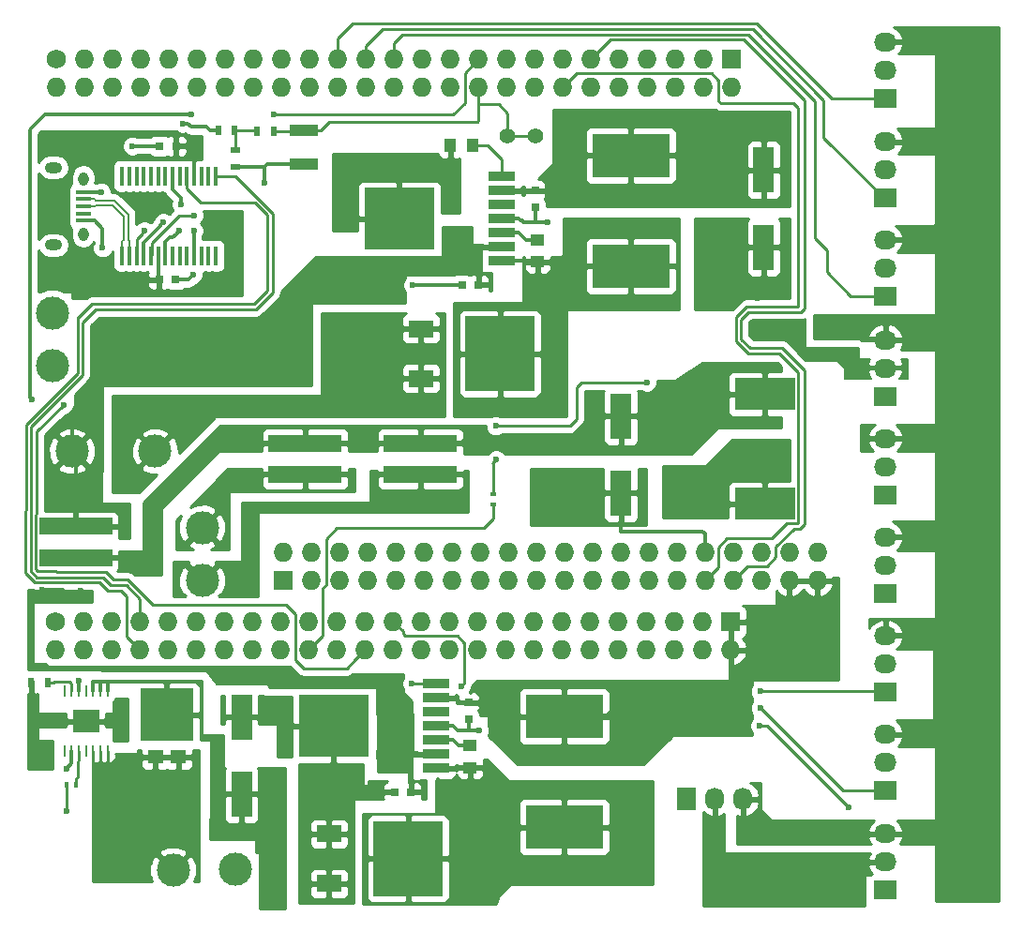
<source format=gtl>
G04 #@! TF.FileFunction,Copper,L1,Top,Signal*
%FSLAX46Y46*%
G04 Gerber Fmt 4.6, Leading zero omitted, Abs format (unit mm)*
G04 Created by KiCad (PCBNEW 4.0.2-stable) date Tue 03 May 2016 10:26:39 AM EDT*
%MOMM*%
G01*
G04 APERTURE LIST*
%ADD10C,0.100000*%
%ADD11C,1.727200*%
%ADD12O,1.727200X1.727200*%
%ADD13R,1.727200X1.727200*%
%ADD14R,2.032000X1.727200*%
%ADD15O,2.032000X1.727200*%
%ADD16R,0.800000X0.750000*%
%ADD17R,0.500000X0.900000*%
%ADD18R,0.900000X0.500000*%
%ADD19R,0.400000X0.600000*%
%ADD20C,3.000000*%
%ADD21C,1.397000*%
%ADD22R,7.000000X4.000000*%
%ADD23R,0.450000X1.750000*%
%ADD24R,2.500000X1.000000*%
%ADD25R,1.250000X1.000000*%
%ADD26R,1.900000X4.150000*%
%ADD27R,1.000000X1.250000*%
%ADD28R,2.280000X1.524000*%
%ADD29R,6.230000X6.750000*%
%ADD30R,1.400000X1.270000*%
%ADD31R,4.800000X4.720000*%
%ADD32R,1.350000X0.400000*%
%ADD33O,0.950000X1.250000*%
%ADD34O,1.550000X1.000000*%
%ADD35R,1.727200X2.032000*%
%ADD36O,1.727200X2.032000*%
%ADD37R,6.600000X1.600000*%
%ADD38R,2.410000X0.910000*%
%ADD39R,6.350000X5.590000*%
%ADD40R,5.400000X2.900000*%
%ADD41R,0.250000X1.000000*%
%ADD42R,2.400000X2.000000*%
%ADD43R,0.750000X0.800000*%
%ADD44R,0.600000X0.400000*%
%ADD45C,0.600000*%
%ADD46C,0.350000*%
%ADD47C,0.250000*%
%ADD48C,0.200000*%
%ADD49C,0.254000*%
%ADD50C,0.210000*%
G04 APERTURE END LIST*
D10*
D11*
X115260000Y-73600000D03*
D12*
X115260000Y-76140000D03*
X117800000Y-73600000D03*
X117800000Y-76140000D03*
X120340000Y-73600000D03*
X120340000Y-76140000D03*
X122880000Y-73600000D03*
X122880000Y-76140000D03*
X125420000Y-73600000D03*
X125420000Y-76140000D03*
X127960000Y-73600000D03*
X127960000Y-76140000D03*
X130500000Y-73600000D03*
X130500000Y-76140000D03*
X133040000Y-73600000D03*
X133040000Y-76140000D03*
X135580000Y-73600000D03*
X135580000Y-76140000D03*
X138120000Y-73600000D03*
X138120000Y-76140000D03*
X140660000Y-73600000D03*
X140660000Y-76140000D03*
X143200000Y-73600000D03*
X143200000Y-76140000D03*
X145740000Y-73600000D03*
X145740000Y-76140000D03*
X148280000Y-73600000D03*
X148280000Y-76140000D03*
X150820000Y-73600000D03*
X150820000Y-76140000D03*
X153360000Y-73600000D03*
X153360000Y-76140000D03*
X155900000Y-73600000D03*
X155900000Y-76140000D03*
X158440000Y-73600000D03*
X158440000Y-76140000D03*
X160980000Y-73600000D03*
X160980000Y-76140000D03*
X163520000Y-73600000D03*
X163520000Y-76140000D03*
X166060000Y-73600000D03*
X166060000Y-76140000D03*
X168600000Y-73600000D03*
X168600000Y-76140000D03*
X171140000Y-73600000D03*
X171140000Y-76140000D03*
X173680000Y-73600000D03*
X173680000Y-76140000D03*
D13*
X176220000Y-73600000D03*
D12*
X176220000Y-76140000D03*
D14*
X190100000Y-94980000D03*
D15*
X190100000Y-92440000D03*
X190100000Y-89900000D03*
D14*
X190100000Y-86140000D03*
D15*
X190100000Y-83600000D03*
X190100000Y-81060000D03*
D14*
X190100000Y-77140000D03*
D15*
X190100000Y-74600000D03*
X190100000Y-72060000D03*
D14*
X190100000Y-104040000D03*
D15*
X190100000Y-101500000D03*
X190100000Y-98960000D03*
D14*
X190100000Y-112940000D03*
D15*
X190100000Y-110400000D03*
X190100000Y-107860000D03*
D14*
X190100000Y-121840000D03*
D15*
X190100000Y-119300000D03*
X190100000Y-116760000D03*
D14*
X190100000Y-148640000D03*
D15*
X190100000Y-146100000D03*
X190100000Y-143560000D03*
D16*
X147250000Y-139800000D03*
X145750000Y-139800000D03*
X153350000Y-94000000D03*
X151850000Y-94000000D03*
D14*
X190100000Y-130740000D03*
D15*
X190100000Y-128200000D03*
X190100000Y-125660000D03*
D14*
X190100000Y-139640000D03*
D15*
X190100000Y-137100000D03*
X190100000Y-134560000D03*
D17*
X129850000Y-80050000D03*
X131350000Y-80050000D03*
D18*
X131400000Y-81850000D03*
X131400000Y-83350000D03*
D17*
X134850000Y-80100000D03*
X133350000Y-80100000D03*
D19*
X117025000Y-139125000D03*
X116125000Y-139125000D03*
D20*
X116650000Y-109000000D03*
X124150000Y-109000000D03*
X125775000Y-146825000D03*
X131400000Y-146775000D03*
X114850000Y-101250000D03*
X114850000Y-96500000D03*
D21*
X155930000Y-80500000D03*
X158470000Y-80500000D03*
D22*
X161100000Y-142950000D03*
X161100000Y-132950000D03*
X167100000Y-92300000D03*
X167100000Y-82300000D03*
D20*
X128400000Y-120700000D03*
X128400000Y-115900000D03*
D23*
X129625000Y-84150000D03*
X128975000Y-84150000D03*
X128325000Y-84150000D03*
X127675000Y-84150000D03*
X127025000Y-84150000D03*
X126375000Y-84150000D03*
X125725000Y-84150000D03*
X125075000Y-84150000D03*
X124425000Y-84150000D03*
X123775000Y-84150000D03*
X123125000Y-84150000D03*
X122475000Y-84150000D03*
X121825000Y-84150000D03*
X121175000Y-84150000D03*
X121175000Y-91350000D03*
X121825000Y-91350000D03*
X122475000Y-91350000D03*
X123125000Y-91350000D03*
X123775000Y-91350000D03*
X124425000Y-91350000D03*
X125075000Y-91350000D03*
X125725000Y-91350000D03*
X126375000Y-91350000D03*
X127025000Y-91350000D03*
X127675000Y-91350000D03*
X128325000Y-91350000D03*
X128975000Y-91350000D03*
X129625000Y-91350000D03*
D24*
X137600000Y-80050000D03*
X137600000Y-83050000D03*
D25*
X152600000Y-135600000D03*
X152600000Y-137600000D03*
X158700000Y-89900000D03*
X158700000Y-91900000D03*
D26*
X179100000Y-83625000D03*
X179100000Y-90575000D03*
D27*
X152800000Y-81400000D03*
X150800000Y-81400000D03*
D16*
X124500000Y-93500000D03*
X126000000Y-93500000D03*
X126050000Y-81450000D03*
X124550000Y-81450000D03*
D26*
X166200000Y-105825000D03*
X166200000Y-112775000D03*
X131950000Y-139975000D03*
X131950000Y-133025000D03*
D28*
X139855000Y-143550000D03*
X139855000Y-148050000D03*
D29*
X147000000Y-145800000D03*
D28*
X148155000Y-97950000D03*
X148155000Y-102450000D03*
D29*
X155300000Y-100200000D03*
D30*
X124160000Y-136605000D03*
X126240000Y-136605000D03*
D31*
X125200000Y-132800000D03*
D32*
X117662540Y-85599100D03*
X117662540Y-86249100D03*
X117662540Y-86899100D03*
X117662540Y-87549100D03*
X117662540Y-88199100D03*
D33*
X117662540Y-84399100D03*
X117662540Y-89399100D03*
D34*
X114962540Y-83399100D03*
X114962540Y-90399100D03*
D13*
X135680000Y-120700000D03*
D12*
X135680000Y-118160000D03*
X138220000Y-120700000D03*
X138220000Y-118160000D03*
X140760000Y-120700000D03*
X140760000Y-118160000D03*
X143300000Y-120700000D03*
X143300000Y-118160000D03*
X145840000Y-120700000D03*
X145840000Y-118160000D03*
X148380000Y-120700000D03*
X148380000Y-118160000D03*
X150920000Y-120700000D03*
X150920000Y-118160000D03*
X153460000Y-120700000D03*
X153460000Y-118160000D03*
X156000000Y-120700000D03*
X156000000Y-118160000D03*
X158540000Y-120700000D03*
X158540000Y-118160000D03*
X161080000Y-120700000D03*
X161080000Y-118160000D03*
X163620000Y-120700000D03*
X163620000Y-118160000D03*
X166160000Y-120700000D03*
X166160000Y-118160000D03*
X168700000Y-120700000D03*
X168700000Y-118160000D03*
X171240000Y-120700000D03*
X171240000Y-118160000D03*
X173780000Y-120700000D03*
X173780000Y-118160000D03*
X176320000Y-120700000D03*
X176320000Y-118160000D03*
X178860000Y-120700000D03*
X178860000Y-118160000D03*
X181400000Y-120700000D03*
X181400000Y-118160000D03*
X183940000Y-120700000D03*
X183940000Y-118160000D03*
D35*
X172160000Y-140400000D03*
D36*
X174700000Y-140400000D03*
X177240000Y-140400000D03*
D37*
X117000000Y-118600000D03*
X117000000Y-115800000D03*
X137700000Y-108300000D03*
X137700000Y-111100000D03*
X148100000Y-108300000D03*
X148100000Y-111100000D03*
D17*
X114450000Y-129900000D03*
X112950000Y-129900000D03*
D38*
X149500000Y-137610000D03*
X149500000Y-136340000D03*
X149500000Y-135070000D03*
X149500000Y-133800000D03*
X149500000Y-132530000D03*
X149500000Y-131260000D03*
X149500000Y-129990000D03*
D39*
X140275000Y-133800000D03*
D38*
X155425000Y-91810000D03*
X155425000Y-90540000D03*
X155425000Y-89270000D03*
X155425000Y-88000000D03*
X155425000Y-86730000D03*
X155425000Y-85460000D03*
X155425000Y-84190000D03*
D39*
X146200000Y-88000000D03*
D40*
X179200000Y-113750000D03*
X179200000Y-103850000D03*
D11*
X115180000Y-124400000D03*
D12*
X115180000Y-126940000D03*
X117720000Y-124400000D03*
X117720000Y-126940000D03*
X120260000Y-124400000D03*
X120260000Y-126940000D03*
X122800000Y-124400000D03*
X122800000Y-126940000D03*
X125340000Y-124400000D03*
X125340000Y-126940000D03*
X127880000Y-124400000D03*
X127880000Y-126940000D03*
X130420000Y-124400000D03*
X130420000Y-126940000D03*
X132960000Y-124400000D03*
X132960000Y-126940000D03*
X135500000Y-124400000D03*
X135500000Y-126940000D03*
X138040000Y-124400000D03*
X138040000Y-126940000D03*
X140580000Y-124400000D03*
X140580000Y-126940000D03*
X143120000Y-124400000D03*
X143120000Y-126940000D03*
X145660000Y-124400000D03*
X145660000Y-126940000D03*
X148200000Y-124400000D03*
X148200000Y-126940000D03*
X150740000Y-124400000D03*
X150740000Y-126940000D03*
X153280000Y-124400000D03*
X153280000Y-126940000D03*
X155820000Y-124400000D03*
X155820000Y-126940000D03*
X158360000Y-124400000D03*
X158360000Y-126940000D03*
X160900000Y-124400000D03*
X160900000Y-126940000D03*
X163440000Y-124400000D03*
X163440000Y-126940000D03*
X165980000Y-124400000D03*
X165980000Y-126940000D03*
X168520000Y-124400000D03*
X168520000Y-126940000D03*
X171060000Y-124400000D03*
X171060000Y-126940000D03*
X173600000Y-124400000D03*
X173600000Y-126940000D03*
D13*
X176140000Y-124400000D03*
D12*
X176140000Y-126940000D03*
D41*
X115950000Y-136100000D03*
X116600000Y-136100000D03*
X117250000Y-136100000D03*
X117900000Y-136100000D03*
X118550000Y-136100000D03*
X119200000Y-136100000D03*
X119850000Y-136100000D03*
X119850000Y-130700000D03*
X119200000Y-130700000D03*
X118550000Y-130700000D03*
X117900000Y-130700000D03*
X117250000Y-130700000D03*
X116600000Y-130700000D03*
X115950000Y-130700000D03*
D42*
X117900000Y-133400000D03*
D43*
X152450000Y-131700000D03*
X152450000Y-133200000D03*
X158450000Y-85475000D03*
X158450000Y-86975000D03*
D44*
X154650000Y-112875000D03*
X154650000Y-113775000D03*
D45*
X119300000Y-85600000D03*
X159575000Y-88300000D03*
X153450000Y-134225000D03*
X185050000Y-98050000D03*
X184225000Y-96950000D03*
X185950000Y-96950000D03*
X117250000Y-129725000D03*
X147400000Y-82675000D03*
X143650000Y-82675000D03*
X141175000Y-83375000D03*
X141150000Y-85850000D03*
X141150000Y-88025000D03*
X144200000Y-99775000D03*
X144175000Y-97950000D03*
X116150000Y-137650000D03*
X162600000Y-110750000D03*
X160800000Y-110750000D03*
X158850000Y-110750000D03*
X134000000Y-84800000D03*
X147400000Y-94000000D03*
X144200000Y-101750000D03*
X124885468Y-88320618D03*
X126358804Y-89091449D03*
X119400000Y-90650000D03*
X126500000Y-86700000D03*
X127650000Y-89100000D03*
X127600000Y-93050000D03*
X122100000Y-81450000D03*
X120900000Y-134700000D03*
X120900000Y-131800000D03*
X120900000Y-133400000D03*
X113300000Y-136100000D03*
X113100000Y-134600000D03*
X113200000Y-131100000D03*
X113200000Y-132400000D03*
X113200000Y-133400000D03*
X114800000Y-133400000D03*
X178600000Y-95200000D03*
X176800000Y-95200000D03*
X175000000Y-95200000D03*
X173500000Y-95200000D03*
X141900000Y-139800000D03*
X140500000Y-139800000D03*
X139100000Y-139800000D03*
X137600000Y-139800000D03*
X131400000Y-88450000D03*
X119600000Y-82000000D03*
X147350000Y-130000000D03*
X170025000Y-133050000D03*
X170000000Y-130575000D03*
X168400000Y-130600000D03*
X166900000Y-130600000D03*
X165500000Y-130600000D03*
X134850000Y-78600000D03*
X116175000Y-141500000D03*
X151775000Y-130200000D03*
X115900000Y-104800000D03*
X117450000Y-121575000D03*
X115750000Y-121575000D03*
X113975000Y-121550000D03*
X152125000Y-89225000D03*
X150475000Y-89225000D03*
X146575000Y-134725000D03*
X113000000Y-104300000D03*
X127450000Y-78600000D03*
X144800000Y-134600000D03*
X146500000Y-133200000D03*
X144800000Y-133200000D03*
X173925000Y-83375000D03*
X123200000Y-89100000D03*
X135400000Y-149750000D03*
X133925000Y-149750000D03*
X174700000Y-110000000D03*
X171300000Y-111400000D03*
X171300000Y-113000000D03*
X171300000Y-114400000D03*
X178800000Y-130700000D03*
X178800000Y-132200000D03*
X181550000Y-98000000D03*
X179925000Y-98000000D03*
X178475000Y-98000000D03*
X126675000Y-79400000D03*
X186750000Y-141150000D03*
X178750000Y-133800000D03*
X127650000Y-87750000D03*
X154950000Y-109775000D03*
X154900000Y-106725000D03*
X168575000Y-102800000D03*
D46*
X118688440Y-85600000D02*
X119300000Y-85600000D01*
X117662540Y-85599100D02*
X118687540Y-85599100D01*
X118687540Y-85599100D02*
X118688440Y-85600000D01*
X158450000Y-88300000D02*
X159575000Y-88300000D01*
X158450000Y-88300000D02*
X158450000Y-86975000D01*
X157400000Y-88300000D02*
X158450000Y-88300000D01*
X157155000Y-88175000D02*
X157275000Y-88175000D01*
X157275000Y-88175000D02*
X157400000Y-88300000D01*
X155425000Y-88000000D02*
X156980000Y-88000000D01*
X156980000Y-88000000D02*
X157155000Y-88175000D01*
X152425000Y-134225000D02*
X153450000Y-134225000D01*
X152425000Y-134225000D02*
X152450000Y-134200000D01*
X152450000Y-134200000D02*
X152450000Y-133200000D01*
X151480000Y-134225000D02*
X152425000Y-134225000D01*
X149500000Y-133800000D02*
X151055000Y-133800000D01*
X151055000Y-133800000D02*
X151480000Y-134225000D01*
X184225000Y-96950000D02*
X184225000Y-97225000D01*
X184225000Y-97225000D02*
X185050000Y-98050000D01*
X190100000Y-98960000D02*
X187960000Y-98960000D01*
X187960000Y-98960000D02*
X185950000Y-96950000D01*
X190100000Y-98800000D02*
X185985000Y-98800000D01*
X197525000Y-135650000D02*
X196435000Y-134560000D01*
X196435000Y-134560000D02*
X190100000Y-134560000D01*
X197525000Y-142650000D02*
X197525000Y-135650000D01*
X196615000Y-143560000D02*
X197525000Y-142650000D01*
X190100000Y-143560000D02*
X196615000Y-143560000D01*
X145750000Y-139800000D02*
X141900000Y-139800000D01*
X144600736Y-102575000D02*
X144725736Y-102450000D01*
X144725736Y-102450000D02*
X148155000Y-102450000D01*
X144200000Y-101750000D02*
X144200000Y-102174264D01*
X144200000Y-102174264D02*
X144600736Y-102575000D01*
X142375000Y-104925000D02*
X144200000Y-103100000D01*
X144200000Y-103100000D02*
X144200000Y-101750000D01*
X128550000Y-104925000D02*
X142375000Y-104925000D01*
X125974999Y-107500001D02*
X128550000Y-104925000D01*
X124150000Y-109000000D02*
X125649999Y-107500001D01*
X125649999Y-107500001D02*
X125974999Y-107500001D01*
X117250000Y-130700000D02*
X117250000Y-129725000D01*
X196700000Y-106650000D02*
X195490000Y-107860000D01*
X195490000Y-107860000D02*
X190100000Y-107860000D01*
X196700000Y-99350000D02*
X196700000Y-106650000D01*
X196310000Y-98960000D02*
X196700000Y-99350000D01*
X190100000Y-98960000D02*
X196310000Y-98960000D01*
X143650000Y-82675000D02*
X147400000Y-82675000D01*
X141150000Y-85850000D02*
X141150000Y-83400000D01*
X141150000Y-83400000D02*
X141175000Y-83375000D01*
X142650000Y-88025000D02*
X141150000Y-88025000D01*
X146200000Y-88000000D02*
X142675000Y-88000000D01*
X142675000Y-88000000D02*
X142650000Y-88025000D01*
X144200000Y-99775000D02*
X144200000Y-99600000D01*
X144200000Y-101750000D02*
X144200000Y-99775000D01*
X144175000Y-97950000D02*
X144175000Y-99575000D01*
X144175000Y-99575000D02*
X144200000Y-99600000D01*
X148155000Y-97950000D02*
X144175000Y-97950000D01*
X116600000Y-137200000D02*
X116150000Y-137650000D01*
X116600000Y-136100000D02*
X116600000Y-137200000D01*
X166200000Y-112775000D02*
X166200000Y-116250000D01*
X166200000Y-116250000D02*
X173550000Y-116250000D01*
X173550000Y-116250000D02*
X173780000Y-116480000D01*
X173780000Y-116480000D02*
X173780000Y-118160000D01*
X158850000Y-111950000D02*
X158850000Y-110750000D01*
X159675000Y-112775000D02*
X158850000Y-111950000D01*
X166200000Y-112775000D02*
X159675000Y-112775000D01*
X134000000Y-83350000D02*
X134000000Y-84800000D01*
X151100000Y-94000000D02*
X147400000Y-94000000D01*
X151850000Y-94000000D02*
X151100000Y-94000000D01*
X123125000Y-90156793D02*
X124585469Y-88696324D01*
X123125000Y-91350000D02*
X123125000Y-90156793D01*
X126058805Y-89391448D02*
X126358804Y-89091449D01*
X124585469Y-88696324D02*
X124585469Y-88620617D01*
X125075000Y-90125000D02*
X125499989Y-89700011D01*
X125075000Y-91350000D02*
X125075000Y-90125000D01*
X125499989Y-89700011D02*
X125750242Y-89700011D01*
X124585469Y-88620617D02*
X124885468Y-88320618D01*
X125750242Y-89700011D02*
X126058805Y-89391448D01*
X119400000Y-88911560D02*
X119400000Y-90650000D01*
X117662540Y-88199100D02*
X118687540Y-88199100D01*
X118687540Y-88199100D02*
X119400000Y-88911560D01*
X126500000Y-86150000D02*
X126500000Y-86700000D01*
X125725000Y-84150000D02*
X125725000Y-85375000D01*
X125725000Y-85375000D02*
X126500000Y-86150000D01*
X127650000Y-90100000D02*
X127650000Y-89100000D01*
X127675000Y-91350000D02*
X127675000Y-90125000D01*
X127675000Y-90125000D02*
X127650000Y-90100000D01*
X127150000Y-93500000D02*
X127600000Y-93050000D01*
X126000000Y-93500000D02*
X127150000Y-93500000D01*
X124550000Y-81450000D02*
X122100000Y-81450000D01*
X134000000Y-83350000D02*
X134300000Y-83050000D01*
X134300000Y-83050000D02*
X137600000Y-83050000D01*
X131400000Y-83350000D02*
X134000000Y-83350000D01*
X120900000Y-133824264D02*
X120900000Y-134700000D01*
X120900000Y-133400000D02*
X120900000Y-133824264D01*
X119450000Y-133400000D02*
X120900000Y-133400000D01*
X117900000Y-133400000D02*
X119450000Y-133400000D01*
X112900001Y-134400001D02*
X113100000Y-134600000D01*
X113200000Y-133400000D02*
X112900001Y-133699999D01*
X112900001Y-133699999D02*
X112900001Y-134400001D01*
X114375736Y-133400000D02*
X113200000Y-133400000D01*
X114800000Y-133400000D02*
X114375736Y-133400000D01*
X117900000Y-133400000D02*
X114800000Y-133400000D01*
X115400000Y-133400000D02*
X115000000Y-133000000D01*
X117900000Y-133400000D02*
X115400000Y-133400000D01*
X176800000Y-95200000D02*
X178600000Y-95200000D01*
X175000000Y-95200000D02*
X176800000Y-95200000D01*
X173500000Y-94200000D02*
X173500000Y-95200000D01*
X174100000Y-93600000D02*
X173500000Y-94200000D01*
X179200000Y-93600000D02*
X174100000Y-93600000D01*
X179200000Y-91800000D02*
X179200000Y-93600000D01*
X179100000Y-90575000D02*
X179100000Y-91700000D01*
X179100000Y-91700000D02*
X179200000Y-91800000D01*
X146200000Y-88000000D02*
X146200000Y-84855000D01*
X146200000Y-84855000D02*
X146000000Y-84655000D01*
D47*
X139524264Y-139800000D02*
X140500000Y-139800000D01*
X139100000Y-139800000D02*
X139524264Y-139800000D01*
X137600000Y-140300000D02*
X137600000Y-139800000D01*
X138000000Y-140700000D02*
X137600000Y-140300000D01*
X139000000Y-140700000D02*
X138000000Y-140700000D01*
X139855000Y-141555000D02*
X139000000Y-140700000D01*
X139855000Y-143550000D02*
X139855000Y-141555000D01*
D46*
X124500000Y-93500000D02*
X124425000Y-93425000D01*
X124425000Y-93425000D02*
X124425000Y-91350000D01*
X126050000Y-81450000D02*
X126800000Y-81450000D01*
X126800000Y-81450000D02*
X127675000Y-82325000D01*
X127675000Y-82325000D02*
X127675000Y-82925000D01*
X127675000Y-82925000D02*
X127675000Y-84150000D01*
D47*
X147350000Y-130000000D02*
X149490000Y-130000000D01*
X149490000Y-130000000D02*
X149500000Y-129990000D01*
D46*
X149500000Y-137610000D02*
X152590000Y-137610000D01*
X152590000Y-137610000D02*
X152600000Y-137600000D01*
X176140000Y-130485000D02*
X176050000Y-130575000D01*
X176050000Y-130575000D02*
X170000000Y-130575000D01*
X176140000Y-126940000D02*
X176140000Y-130485000D01*
X168400000Y-130600000D02*
X168824264Y-130600000D01*
X166900000Y-130600000D02*
X168400000Y-130600000D01*
X165500000Y-132300000D02*
X165500000Y-130600000D01*
X164900000Y-132900000D02*
X165500000Y-132300000D01*
X162200000Y-132900000D02*
X164900000Y-132900000D01*
X160700000Y-132900000D02*
X162200000Y-132900000D01*
D47*
X153875000Y-115900000D02*
X154650000Y-115125000D01*
X154650000Y-115125000D02*
X154650000Y-113775000D01*
X140575000Y-115900000D02*
X153875000Y-115900000D01*
X139571399Y-116903601D02*
X140575000Y-115900000D01*
X139300000Y-125680000D02*
X139300000Y-121379130D01*
X139300000Y-121379130D02*
X139571399Y-121107731D01*
X139571399Y-121107731D02*
X139571399Y-116903601D01*
X138040000Y-126940000D02*
X139300000Y-125680000D01*
X153360000Y-79190000D02*
X153360000Y-77700000D01*
X153360000Y-77700000D02*
X153360000Y-76140000D01*
X155930000Y-78480000D02*
X155150000Y-77700000D01*
X155150000Y-77700000D02*
X153360000Y-77700000D01*
X155930000Y-80500000D02*
X155930000Y-78480000D01*
X155930000Y-80500000D02*
X158470000Y-80500000D01*
X137600000Y-80050000D02*
X139100000Y-80050000D01*
X139100000Y-80050000D02*
X139850000Y-79300000D01*
X139850000Y-79300000D02*
X153250000Y-79300000D01*
X153250000Y-79300000D02*
X153360000Y-79190000D01*
X134850000Y-80100000D02*
X137550000Y-80100000D01*
X137550000Y-80100000D02*
X137600000Y-80050000D01*
X152100000Y-77550000D02*
X152100000Y-74860000D01*
X152100000Y-74860000D02*
X153360000Y-73600000D01*
X151050000Y-78600000D02*
X152100000Y-77550000D01*
X134850000Y-78600000D02*
X151050000Y-78600000D01*
X163520000Y-73600000D02*
X165269989Y-71850011D01*
X165269989Y-71850011D02*
X177250011Y-71850011D01*
X177250011Y-71850011D02*
X182751399Y-77351399D01*
X182346401Y-115975012D02*
X181825860Y-115975012D01*
X182751399Y-115570014D02*
X182346401Y-115975012D01*
X182751399Y-77351399D02*
X182751399Y-96148601D01*
X182751399Y-96148601D02*
X182475000Y-96425000D01*
X177620000Y-119400000D02*
X177183599Y-119836401D01*
X181825860Y-115975012D02*
X180200000Y-117600870D01*
X182475000Y-96425000D02*
X177750000Y-96425000D01*
X177750000Y-96425000D02*
X177075000Y-97100000D01*
X182751399Y-101725000D02*
X182751399Y-115570014D01*
X177875000Y-99700000D02*
X180726399Y-99700000D01*
X177075000Y-97100000D02*
X177075000Y-98900000D01*
X180200000Y-117600870D02*
X180200000Y-118579130D01*
X177075000Y-98900000D02*
X177875000Y-99700000D01*
X180726399Y-99700000D02*
X182751399Y-101725000D01*
X180200000Y-118579130D02*
X179379130Y-119400000D01*
X179379130Y-119400000D02*
X177620000Y-119400000D01*
X177183599Y-119836401D02*
X176320000Y-120700000D01*
X160980000Y-76140000D02*
X162220000Y-74900000D01*
X180525012Y-100150011D02*
X182225001Y-101850000D01*
X162220000Y-74900000D02*
X174400000Y-74900000D01*
X174400000Y-74900000D02*
X175031399Y-75531399D01*
X182225001Y-95974989D02*
X177563600Y-95974989D01*
X175031399Y-75531399D02*
X175031399Y-77368601D01*
X176624989Y-96913600D02*
X176624989Y-99086399D01*
X175031399Y-77368601D02*
X175262798Y-77600000D01*
X181800000Y-77600000D02*
X182225001Y-78025001D01*
X175262798Y-77600000D02*
X181800000Y-77600000D01*
X177688600Y-100150011D02*
X180525012Y-100150011D01*
X182225001Y-78025001D02*
X182225001Y-95974989D01*
X177563600Y-95974989D02*
X176624989Y-96913600D01*
X182225001Y-101850000D02*
X182225001Y-115460001D01*
X176624989Y-99086399D02*
X177688600Y-100150011D01*
X182225001Y-115460001D02*
X182160001Y-115525001D01*
X182160001Y-115525001D02*
X181174999Y-115525001D01*
X181174999Y-115525001D02*
X180200000Y-116500000D01*
X175800000Y-116900000D02*
X174968601Y-117731399D01*
X180200000Y-116500000D02*
X180000000Y-116700000D01*
X175800000Y-116900000D02*
X179800000Y-116900000D01*
X179800000Y-116900000D02*
X180200000Y-116500000D01*
X174968601Y-117731399D02*
X174968601Y-119511399D01*
X174968601Y-119511399D02*
X173780000Y-120700000D01*
X116175000Y-141500000D02*
X116175000Y-139175000D01*
X116175000Y-139175000D02*
X116125000Y-139125000D01*
X152091399Y-129883601D02*
X151775000Y-130200000D01*
X151475000Y-125700000D02*
X152091399Y-126316399D01*
X152091399Y-126316399D02*
X152091399Y-129883601D01*
X146700000Y-125700000D02*
X151475000Y-125700000D01*
X146523599Y-125523599D02*
X146700000Y-125700000D01*
X145660000Y-124400000D02*
X146523599Y-125263599D01*
X146523599Y-125263599D02*
X146523599Y-125523599D01*
X115900000Y-104800000D02*
X113450020Y-107249980D01*
X113450020Y-114664978D02*
X113374999Y-114739999D01*
X113514979Y-119799980D02*
X115147801Y-119799980D01*
X136851399Y-123751399D02*
X136851399Y-127901399D01*
X115272821Y-119925000D02*
X119700000Y-119925000D01*
X137550000Y-128600000D02*
X141460000Y-128600000D01*
X123950000Y-122850000D02*
X135950000Y-122850000D01*
X136851399Y-127901399D02*
X137550000Y-128600000D01*
X120375000Y-120600000D02*
X121700000Y-120600000D01*
X113450020Y-107249980D02*
X113450020Y-114664978D01*
X141460000Y-128600000D02*
X142256401Y-127803599D01*
X121700000Y-120600000D02*
X123950000Y-122850000D01*
X119700000Y-119925000D02*
X120375000Y-120600000D01*
X142256401Y-127803599D02*
X143120000Y-126940000D01*
X135950000Y-122850000D02*
X136851399Y-123751399D01*
X113374999Y-114739999D02*
X113374999Y-119660000D01*
X115147801Y-119799980D02*
X115272821Y-119925000D01*
X113374999Y-119660000D02*
X113514979Y-119799980D01*
X131400000Y-84150000D02*
X130100000Y-84150000D01*
X130100000Y-84150000D02*
X129625000Y-84150000D01*
X134800000Y-87550000D02*
X131400000Y-84150000D01*
X113461399Y-120382811D02*
X112924990Y-119846402D01*
X134800000Y-94636411D02*
X134800000Y-87550000D01*
X117600010Y-97349990D02*
X118774989Y-96175011D01*
X122800000Y-124400000D02*
X122800000Y-122336410D01*
X112950011Y-106786399D02*
X117600010Y-102136400D01*
X112950011Y-114528577D02*
X112950011Y-106786399D01*
X133261400Y-96175011D02*
X134800000Y-94636411D01*
X119457811Y-120382811D02*
X113461399Y-120382811D01*
X120175000Y-121100000D02*
X119457811Y-120382811D01*
X121563590Y-121100000D02*
X120175000Y-121100000D01*
X112924989Y-114553599D02*
X112950011Y-114528577D01*
X117600010Y-102136400D02*
X117600010Y-97349990D01*
X122800000Y-122336410D02*
X121563590Y-121100000D01*
X112924990Y-119846402D02*
X112924989Y-114553599D01*
X118774989Y-96175011D02*
X133261400Y-96175011D01*
X115150000Y-103950000D02*
X117150000Y-101950000D01*
X133075000Y-95725000D02*
X134300000Y-94500000D01*
X117150000Y-101950000D02*
X117150000Y-96900000D01*
X117150000Y-96900000D02*
X117275000Y-96900000D01*
X118450000Y-95725000D02*
X133075000Y-95725000D01*
X117275000Y-96900000D02*
X118450000Y-95725000D01*
X134300000Y-94500000D02*
X134300000Y-87686410D01*
X134300000Y-87686410D02*
X133163601Y-86550011D01*
X133163601Y-86550011D02*
X128300011Y-86550011D01*
X127025000Y-85275000D02*
X127025000Y-84150000D01*
X128300011Y-86550011D02*
X127025000Y-85275000D01*
X115150000Y-103950000D02*
X112500000Y-106600000D01*
X112500000Y-106600000D02*
X112500000Y-114342178D01*
X121611399Y-125751399D02*
X122800000Y-126940000D01*
X112500000Y-114342178D02*
X112474979Y-114367200D01*
X113275000Y-120832822D02*
X119132822Y-120832822D01*
X112474979Y-114367200D02*
X112474981Y-120032803D01*
X119132822Y-120832822D02*
X119900000Y-121600000D01*
X112474981Y-120032803D02*
X113275000Y-120832822D01*
X119900000Y-121600000D02*
X121100000Y-121600000D01*
X121100000Y-121600000D02*
X121611399Y-122111399D01*
X121611399Y-122111399D02*
X121611399Y-125751399D01*
X115250000Y-103850000D02*
X115150000Y-103950000D01*
D48*
X121710000Y-89922500D02*
X121825000Y-90037500D01*
X120461084Y-86364100D02*
X121710000Y-87613016D01*
X121825000Y-90037500D02*
X121825000Y-91350000D01*
X121710000Y-87613016D02*
X121710000Y-89922500D01*
X118790040Y-86364100D02*
X120461084Y-86364100D01*
X117662540Y-86249100D02*
X118675040Y-86249100D01*
X118675040Y-86249100D02*
X118790040Y-86364100D01*
X120287116Y-86784100D02*
X121290000Y-87786984D01*
X121290000Y-87786984D02*
X121290000Y-89922500D01*
X121290000Y-89922500D02*
X121175000Y-90037500D01*
X121175000Y-90037500D02*
X121175000Y-91350000D01*
X117662540Y-86899100D02*
X118675040Y-86899100D01*
X118675040Y-86899100D02*
X118790040Y-86784100D01*
X118790040Y-86784100D02*
X120287116Y-86784100D01*
D47*
X122625000Y-136650000D02*
X122670000Y-136605000D01*
X122670000Y-136605000D02*
X124160000Y-136605000D01*
X122625000Y-137225000D02*
X122625000Y-136650000D01*
X119825000Y-137225000D02*
X122625000Y-137225000D01*
X119200000Y-137225000D02*
X119825000Y-137225000D01*
X118550000Y-137225000D02*
X119200000Y-137225000D01*
X119200000Y-137225000D02*
X119200000Y-136100000D01*
X118550000Y-136100000D02*
X118550000Y-137225000D01*
X119825000Y-137225000D02*
X119850000Y-137200000D01*
X119850000Y-137200000D02*
X119850000Y-136100000D01*
D46*
X113975000Y-121550000D02*
X115725000Y-121550000D01*
X115725000Y-121550000D02*
X115750000Y-121575000D01*
X112900000Y-122625000D02*
X113975000Y-121550000D01*
X112900000Y-128250000D02*
X112900000Y-122625000D01*
X113325000Y-128675000D02*
X112900000Y-128250000D01*
X128725000Y-128675000D02*
X113325000Y-128675000D01*
X128850000Y-128800000D02*
X128725000Y-128675000D01*
X134750000Y-128800000D02*
X128850000Y-128800000D01*
X135750000Y-129800000D02*
X134750000Y-128800000D01*
X144325000Y-129800000D02*
X135750000Y-129800000D01*
X144800000Y-130275000D02*
X144325000Y-129800000D01*
X144800000Y-133200000D02*
X144800000Y-130275000D01*
X146500000Y-133200000D02*
X144800000Y-133200000D01*
X145125000Y-132004998D02*
X145125000Y-132875000D01*
X145125000Y-132875000D02*
X144800000Y-133200000D01*
X145450000Y-133550000D02*
X145450000Y-132329998D01*
X145450000Y-132329998D02*
X145125000Y-132004998D01*
X145099999Y-133900001D02*
X145450000Y-133550000D01*
X144800000Y-134600000D02*
X145099999Y-134300001D01*
X145099999Y-134300001D02*
X145099999Y-133900001D01*
X149500000Y-136340000D02*
X146540000Y-136340000D01*
X146540000Y-136340000D02*
X144800000Y-134600000D01*
X117300000Y-105800000D02*
X116650000Y-106450000D01*
X116650000Y-106450000D02*
X116650000Y-109000000D01*
X117300000Y-104850000D02*
X117300000Y-105800000D01*
X121500000Y-100650000D02*
X117300000Y-104850000D01*
X132050000Y-100650000D02*
X121500000Y-100650000D01*
X140200000Y-92500000D02*
X132050000Y-100650000D01*
X151910000Y-92500000D02*
X140200000Y-92500000D01*
X153870000Y-90540000D02*
X151910000Y-92500000D01*
X152710000Y-91700000D02*
X153350000Y-92340000D01*
X153350000Y-92340000D02*
X153350000Y-94000000D01*
X153870000Y-90540000D02*
X152710000Y-91700000D01*
X117000000Y-115800000D02*
X117000000Y-109350000D01*
X117000000Y-109350000D02*
X116650000Y-109000000D01*
X151150000Y-89900000D02*
X150475000Y-89225000D01*
X151150000Y-90500000D02*
X151150000Y-89900000D01*
X153830000Y-90500000D02*
X151150000Y-90500000D01*
X155425000Y-90540000D02*
X153870000Y-90540000D01*
X153870000Y-90540000D02*
X153830000Y-90500000D01*
X146500000Y-135325000D02*
X146500000Y-134800000D01*
X146500000Y-134800000D02*
X146575000Y-134725000D01*
X147550000Y-136375000D02*
X146500000Y-135325000D01*
X147910000Y-136375000D02*
X147550000Y-136375000D01*
X149500000Y-136340000D02*
X147945000Y-136340000D01*
X147945000Y-136340000D02*
X147910000Y-136375000D01*
X112850000Y-104150000D02*
X113000000Y-104300000D01*
X112850000Y-80000000D02*
X112850000Y-104150000D01*
X112974999Y-79875001D02*
X112850000Y-80000000D01*
X114250000Y-78600000D02*
X112974999Y-79875001D01*
X127025736Y-78600000D02*
X114250000Y-78600000D01*
X127450000Y-78600000D02*
X127025736Y-78600000D01*
D47*
X146500000Y-133200000D02*
X146500000Y-134600000D01*
X144800000Y-135600000D02*
X144800000Y-133200000D01*
X147250000Y-138050000D02*
X144800000Y-135600000D01*
X147250000Y-139800000D02*
X147250000Y-138050000D01*
D46*
X149500000Y-135070000D02*
X151055000Y-135070000D01*
X151055000Y-135070000D02*
X151585000Y-135600000D01*
X151585000Y-135600000D02*
X152600000Y-135600000D01*
X155425000Y-89270000D02*
X156980000Y-89270000D01*
X156980000Y-89270000D02*
X157610000Y-89900000D01*
X157610000Y-89900000D02*
X158700000Y-89900000D01*
X155425000Y-91810000D02*
X158610000Y-91810000D01*
X158610000Y-91810000D02*
X158700000Y-91900000D01*
D47*
X154200000Y-81400000D02*
X155425000Y-82625000D01*
X155425000Y-82625000D02*
X155425000Y-84190000D01*
X152800000Y-81400000D02*
X154200000Y-81400000D01*
X122900001Y-89399999D02*
X123200000Y-89100000D01*
X122475000Y-89825000D02*
X122900001Y-89399999D01*
X122475000Y-91350000D02*
X122475000Y-89825000D01*
D46*
X161500000Y-107900000D02*
X163575000Y-105825000D01*
X163575000Y-105825000D02*
X166200000Y-105825000D01*
X152150000Y-107900000D02*
X161500000Y-107900000D01*
X148100000Y-108300000D02*
X151750000Y-108300000D01*
X151750000Y-108300000D02*
X152150000Y-107900000D01*
X134675000Y-148550000D02*
X133925000Y-149300000D01*
X133925000Y-149300000D02*
X133925000Y-149750000D01*
X134675000Y-140625000D02*
X134675000Y-148550000D01*
X134025000Y-139975000D02*
X134675000Y-140625000D01*
X131950000Y-139975000D02*
X134025000Y-139975000D01*
X135125000Y-140675000D02*
X135125000Y-149625000D01*
X134375000Y-139925000D02*
X135125000Y-140675000D01*
X133300000Y-139925000D02*
X134375000Y-139925000D01*
X131950000Y-139975000D02*
X133250000Y-139975000D01*
X133250000Y-139975000D02*
X133300000Y-139925000D01*
X125200000Y-129800000D02*
X125200000Y-132800000D01*
X119850000Y-129800000D02*
X125200000Y-129800000D01*
X118600000Y-129800000D02*
X119225000Y-129800000D01*
X119225000Y-129800000D02*
X119850000Y-129800000D01*
X119200000Y-130700000D02*
X119200000Y-129825000D01*
X119200000Y-129825000D02*
X119225000Y-129800000D01*
X119850000Y-129800000D02*
X119850000Y-130700000D01*
X118550000Y-130700000D02*
X118550000Y-129850000D01*
X118550000Y-129850000D02*
X118600000Y-129800000D01*
X171300000Y-112575736D02*
X171300000Y-111400000D01*
X171300000Y-113000000D02*
X171300000Y-112575736D01*
X171950000Y-113750000D02*
X171300000Y-114400000D01*
X179200000Y-113750000D02*
X171950000Y-113750000D01*
D47*
X184800000Y-92800000D02*
X186980000Y-94980000D01*
X186980000Y-94980000D02*
X190100000Y-94980000D01*
X184800000Y-90900000D02*
X184800000Y-92800000D01*
X183700000Y-89800000D02*
X184800000Y-90900000D01*
X177700000Y-71400000D02*
X183700000Y-77400000D01*
X183700000Y-77400000D02*
X183700000Y-89800000D01*
X146500000Y-71400000D02*
X177700000Y-71400000D01*
X145740000Y-72160000D02*
X146500000Y-71400000D01*
X145740000Y-73600000D02*
X145740000Y-72160000D01*
X184500022Y-77300000D02*
X184500022Y-80692422D01*
X144678686Y-70900000D02*
X178100022Y-70900000D01*
X178100022Y-70900000D02*
X184500022Y-77300000D01*
X143200000Y-73600000D02*
X143200000Y-72378686D01*
X143200000Y-72378686D02*
X144678686Y-70900000D01*
X189947600Y-86140000D02*
X190100000Y-86140000D01*
X184500022Y-80692422D02*
X189947600Y-86140000D01*
X178500000Y-70400000D02*
X185240000Y-77140000D01*
X185240000Y-77140000D02*
X190100000Y-77140000D01*
X142000000Y-70400000D02*
X178500000Y-70400000D01*
X140660000Y-71740000D02*
X142000000Y-70400000D01*
X140660000Y-73600000D02*
X140660000Y-71740000D01*
X188834000Y-77140000D02*
X190100000Y-77140000D01*
X185540000Y-77140000D02*
X188834000Y-77140000D01*
X178800000Y-130700000D02*
X190060000Y-130700000D01*
X190060000Y-130700000D02*
X190100000Y-130740000D01*
X178800000Y-132200000D02*
X186240000Y-139640000D01*
X186240000Y-139640000D02*
X190100000Y-139640000D01*
D46*
X178475000Y-98000000D02*
X179925000Y-98000000D01*
X128800000Y-79725000D02*
X129125000Y-80050000D01*
X129125000Y-80050000D02*
X129850000Y-80050000D01*
X127424264Y-79725000D02*
X128800000Y-79725000D01*
X126675000Y-79400000D02*
X127099264Y-79400000D01*
X127099264Y-79400000D02*
X127424264Y-79725000D01*
D47*
X179400000Y-133800000D02*
X186325000Y-140725000D01*
X186325000Y-140725000D02*
X186750000Y-141150000D01*
X178750000Y-133800000D02*
X179400000Y-133800000D01*
X131350000Y-80050000D02*
X133300000Y-80050000D01*
X133300000Y-80050000D02*
X133350000Y-80100000D01*
X131400000Y-81850000D02*
X131400000Y-80100000D01*
X131400000Y-80100000D02*
X131350000Y-80050000D01*
X126339998Y-87750000D02*
X127650000Y-87750000D01*
X123874999Y-91250001D02*
X123874999Y-90214999D01*
X123775000Y-91350000D02*
X123874999Y-91250001D01*
X123874999Y-90214999D02*
X126339998Y-87750000D01*
X117025000Y-139125000D02*
X117025000Y-138575000D01*
X117025000Y-138575000D02*
X117150000Y-138450000D01*
X117150000Y-138450000D02*
X117150000Y-137050000D01*
X117150000Y-137050000D02*
X117250000Y-136950000D01*
X117250000Y-136950000D02*
X117250000Y-136100000D01*
X114450000Y-129900000D02*
X114950000Y-129900000D01*
X114950000Y-129900000D02*
X115050000Y-129800000D01*
X115050000Y-129800000D02*
X116450000Y-129800000D01*
X116450000Y-129800000D02*
X116600000Y-129950000D01*
X116600000Y-129950000D02*
X116600000Y-130700000D01*
X154625000Y-110100000D02*
X154650000Y-110125000D01*
X154650000Y-110125000D02*
X154650000Y-112875000D01*
X154950000Y-109775000D02*
X154625000Y-110100000D01*
X161625000Y-106725000D02*
X154900000Y-106725000D01*
X162225000Y-106125000D02*
X161625000Y-106725000D01*
X162225000Y-103250000D02*
X162225000Y-106125000D01*
X162675000Y-102800000D02*
X162225000Y-103250000D01*
X168575000Y-102800000D02*
X162675000Y-102800000D01*
D49*
G36*
X147373000Y-136075000D02*
X147383006Y-136124410D01*
X147411447Y-136166035D01*
X147453841Y-136193315D01*
X147500000Y-136202000D01*
X147807750Y-136202000D01*
X147818750Y-136213000D01*
X149373000Y-136213000D01*
X149373000Y-136202000D01*
X149473000Y-136202000D01*
X149473000Y-136487000D01*
X149373000Y-136487000D01*
X149373000Y-136467000D01*
X147818750Y-136467000D01*
X147762750Y-136523000D01*
X147475000Y-136523000D01*
X147425590Y-136533006D01*
X147383965Y-136561447D01*
X147356685Y-136603841D01*
X147348000Y-136650000D01*
X147348000Y-138625000D01*
X147358006Y-138674410D01*
X147386447Y-138716035D01*
X147428841Y-138743315D01*
X147477591Y-138751974D01*
X148573000Y-138729619D01*
X148573000Y-140373000D01*
X148255305Y-140373000D01*
X148285000Y-140301310D01*
X148285000Y-140085750D01*
X148126250Y-139927000D01*
X147377000Y-139927000D01*
X147377000Y-139947000D01*
X147123000Y-139947000D01*
X147123000Y-139927000D01*
X147103000Y-139927000D01*
X147103000Y-139673000D01*
X147123000Y-139673000D01*
X147123000Y-138948750D01*
X147377000Y-138948750D01*
X147377000Y-139673000D01*
X148126250Y-139673000D01*
X148285000Y-139514250D01*
X148285000Y-139298690D01*
X148188327Y-139065301D01*
X148009698Y-138886673D01*
X147776309Y-138790000D01*
X147535750Y-138790000D01*
X147377000Y-138948750D01*
X147123000Y-138948750D01*
X147102000Y-138927750D01*
X147102000Y-138100000D01*
X147091994Y-138050590D01*
X147063553Y-138008965D01*
X147021159Y-137981685D01*
X146975000Y-137973000D01*
X144227000Y-137973000D01*
X144227000Y-132727000D01*
X147373000Y-132727000D01*
X147373000Y-136075000D01*
X147373000Y-136075000D01*
G37*
X147373000Y-136075000D02*
X147383006Y-136124410D01*
X147411447Y-136166035D01*
X147453841Y-136193315D01*
X147500000Y-136202000D01*
X147807750Y-136202000D01*
X147818750Y-136213000D01*
X149373000Y-136213000D01*
X149373000Y-136202000D01*
X149473000Y-136202000D01*
X149473000Y-136487000D01*
X149373000Y-136487000D01*
X149373000Y-136467000D01*
X147818750Y-136467000D01*
X147762750Y-136523000D01*
X147475000Y-136523000D01*
X147425590Y-136533006D01*
X147383965Y-136561447D01*
X147356685Y-136603841D01*
X147348000Y-136650000D01*
X147348000Y-138625000D01*
X147358006Y-138674410D01*
X147386447Y-138716035D01*
X147428841Y-138743315D01*
X147477591Y-138751974D01*
X148573000Y-138729619D01*
X148573000Y-140373000D01*
X148255305Y-140373000D01*
X148285000Y-140301310D01*
X148285000Y-140085750D01*
X148126250Y-139927000D01*
X147377000Y-139927000D01*
X147377000Y-139947000D01*
X147123000Y-139947000D01*
X147123000Y-139927000D01*
X147103000Y-139927000D01*
X147103000Y-139673000D01*
X147123000Y-139673000D01*
X147123000Y-138948750D01*
X147377000Y-138948750D01*
X147377000Y-139673000D01*
X148126250Y-139673000D01*
X148285000Y-139514250D01*
X148285000Y-139298690D01*
X148188327Y-139065301D01*
X148009698Y-138886673D01*
X147776309Y-138790000D01*
X147535750Y-138790000D01*
X147377000Y-138948750D01*
X147123000Y-138948750D01*
X147102000Y-138927750D01*
X147102000Y-138100000D01*
X147091994Y-138050590D01*
X147063553Y-138008965D01*
X147021159Y-137981685D01*
X146975000Y-137973000D01*
X144227000Y-137973000D01*
X144227000Y-132727000D01*
X147373000Y-132727000D01*
X147373000Y-136075000D01*
G36*
X130365000Y-132739250D02*
X130523750Y-132898000D01*
X131823000Y-132898000D01*
X131823000Y-132878000D01*
X132077000Y-132878000D01*
X132077000Y-132898000D01*
X133376250Y-132898000D01*
X133535000Y-132739250D01*
X133535000Y-131127000D01*
X133884776Y-131127000D01*
X133911447Y-131166035D01*
X133953841Y-131193315D01*
X134000000Y-131202000D01*
X136465000Y-131202000D01*
X136465000Y-133514250D01*
X136623750Y-133673000D01*
X140148000Y-133673000D01*
X140148000Y-133653000D01*
X140402000Y-133653000D01*
X140402000Y-133673000D01*
X140422000Y-133673000D01*
X140422000Y-133927000D01*
X140402000Y-133927000D01*
X140402000Y-137071250D01*
X140560750Y-137230000D01*
X142923000Y-137230000D01*
X142923000Y-139100000D01*
X142933006Y-139149410D01*
X142961447Y-139191035D01*
X143003841Y-139218315D01*
X143050000Y-139227000D01*
X143300000Y-139227000D01*
X143349410Y-139216994D01*
X143391035Y-139188553D01*
X143418315Y-139146159D01*
X143427000Y-139100000D01*
X143427000Y-138827000D01*
X145134365Y-138827000D01*
X144990302Y-138886673D01*
X144811673Y-139065301D01*
X144715000Y-139298690D01*
X144715000Y-139514250D01*
X144873750Y-139673000D01*
X145548000Y-139673000D01*
X145548000Y-139927000D01*
X144873750Y-139927000D01*
X144715000Y-140085750D01*
X144715000Y-140301310D01*
X144744695Y-140373000D01*
X142200000Y-140373000D01*
X142150590Y-140383006D01*
X142108965Y-140411447D01*
X142081685Y-140453841D01*
X142073000Y-140500000D01*
X142073000Y-149773000D01*
X137127000Y-149773000D01*
X137127000Y-148335750D01*
X138080000Y-148335750D01*
X138080000Y-148938309D01*
X138176673Y-149171698D01*
X138355301Y-149350327D01*
X138588690Y-149447000D01*
X139569250Y-149447000D01*
X139728000Y-149288250D01*
X139728000Y-148177000D01*
X139982000Y-148177000D01*
X139982000Y-149288250D01*
X140140750Y-149447000D01*
X141121310Y-149447000D01*
X141354699Y-149350327D01*
X141533327Y-149171698D01*
X141630000Y-148938309D01*
X141630000Y-148335750D01*
X141471250Y-148177000D01*
X139982000Y-148177000D01*
X139728000Y-148177000D01*
X138238750Y-148177000D01*
X138080000Y-148335750D01*
X137127000Y-148335750D01*
X137127000Y-147161691D01*
X138080000Y-147161691D01*
X138080000Y-147764250D01*
X138238750Y-147923000D01*
X139728000Y-147923000D01*
X139728000Y-146811750D01*
X139982000Y-146811750D01*
X139982000Y-147923000D01*
X141471250Y-147923000D01*
X141630000Y-147764250D01*
X141630000Y-147161691D01*
X141533327Y-146928302D01*
X141354699Y-146749673D01*
X141121310Y-146653000D01*
X140140750Y-146653000D01*
X139982000Y-146811750D01*
X139728000Y-146811750D01*
X139569250Y-146653000D01*
X138588690Y-146653000D01*
X138355301Y-146749673D01*
X138176673Y-146928302D01*
X138080000Y-147161691D01*
X137127000Y-147161691D01*
X137127000Y-143835750D01*
X138080000Y-143835750D01*
X138080000Y-144438309D01*
X138176673Y-144671698D01*
X138355301Y-144850327D01*
X138588690Y-144947000D01*
X139569250Y-144947000D01*
X139728000Y-144788250D01*
X139728000Y-143677000D01*
X139982000Y-143677000D01*
X139982000Y-144788250D01*
X140140750Y-144947000D01*
X141121310Y-144947000D01*
X141354699Y-144850327D01*
X141533327Y-144671698D01*
X141630000Y-144438309D01*
X141630000Y-143835750D01*
X141471250Y-143677000D01*
X139982000Y-143677000D01*
X139728000Y-143677000D01*
X138238750Y-143677000D01*
X138080000Y-143835750D01*
X137127000Y-143835750D01*
X137127000Y-142661691D01*
X138080000Y-142661691D01*
X138080000Y-143264250D01*
X138238750Y-143423000D01*
X139728000Y-143423000D01*
X139728000Y-142311750D01*
X139982000Y-142311750D01*
X139982000Y-143423000D01*
X141471250Y-143423000D01*
X141630000Y-143264250D01*
X141630000Y-142661691D01*
X141533327Y-142428302D01*
X141354699Y-142249673D01*
X141121310Y-142153000D01*
X140140750Y-142153000D01*
X139982000Y-142311750D01*
X139728000Y-142311750D01*
X139569250Y-142153000D01*
X138588690Y-142153000D01*
X138355301Y-142249673D01*
X138176673Y-142428302D01*
X138080000Y-142661691D01*
X137127000Y-142661691D01*
X137127000Y-137230000D01*
X139989250Y-137230000D01*
X140148000Y-137071250D01*
X140148000Y-133927000D01*
X136623750Y-133927000D01*
X136465000Y-134085750D01*
X136465000Y-136598000D01*
X135227000Y-136598000D01*
X135227000Y-133725000D01*
X135216994Y-133675590D01*
X135188553Y-133633965D01*
X135146159Y-133606685D01*
X135100000Y-133598000D01*
X133535000Y-133598000D01*
X133535000Y-133310750D01*
X133376250Y-133152000D01*
X132077000Y-133152000D01*
X132077000Y-133172000D01*
X131823000Y-133172000D01*
X131823000Y-133152000D01*
X130523750Y-133152000D01*
X130365000Y-133310750D01*
X130365000Y-133598000D01*
X130127000Y-133598000D01*
X130127000Y-131127000D01*
X130365000Y-131127000D01*
X130365000Y-132739250D01*
X130365000Y-132739250D01*
G37*
X130365000Y-132739250D02*
X130523750Y-132898000D01*
X131823000Y-132898000D01*
X131823000Y-132878000D01*
X132077000Y-132878000D01*
X132077000Y-132898000D01*
X133376250Y-132898000D01*
X133535000Y-132739250D01*
X133535000Y-131127000D01*
X133884776Y-131127000D01*
X133911447Y-131166035D01*
X133953841Y-131193315D01*
X134000000Y-131202000D01*
X136465000Y-131202000D01*
X136465000Y-133514250D01*
X136623750Y-133673000D01*
X140148000Y-133673000D01*
X140148000Y-133653000D01*
X140402000Y-133653000D01*
X140402000Y-133673000D01*
X140422000Y-133673000D01*
X140422000Y-133927000D01*
X140402000Y-133927000D01*
X140402000Y-137071250D01*
X140560750Y-137230000D01*
X142923000Y-137230000D01*
X142923000Y-139100000D01*
X142933006Y-139149410D01*
X142961447Y-139191035D01*
X143003841Y-139218315D01*
X143050000Y-139227000D01*
X143300000Y-139227000D01*
X143349410Y-139216994D01*
X143391035Y-139188553D01*
X143418315Y-139146159D01*
X143427000Y-139100000D01*
X143427000Y-138827000D01*
X145134365Y-138827000D01*
X144990302Y-138886673D01*
X144811673Y-139065301D01*
X144715000Y-139298690D01*
X144715000Y-139514250D01*
X144873750Y-139673000D01*
X145548000Y-139673000D01*
X145548000Y-139927000D01*
X144873750Y-139927000D01*
X144715000Y-140085750D01*
X144715000Y-140301310D01*
X144744695Y-140373000D01*
X142200000Y-140373000D01*
X142150590Y-140383006D01*
X142108965Y-140411447D01*
X142081685Y-140453841D01*
X142073000Y-140500000D01*
X142073000Y-149773000D01*
X137127000Y-149773000D01*
X137127000Y-148335750D01*
X138080000Y-148335750D01*
X138080000Y-148938309D01*
X138176673Y-149171698D01*
X138355301Y-149350327D01*
X138588690Y-149447000D01*
X139569250Y-149447000D01*
X139728000Y-149288250D01*
X139728000Y-148177000D01*
X139982000Y-148177000D01*
X139982000Y-149288250D01*
X140140750Y-149447000D01*
X141121310Y-149447000D01*
X141354699Y-149350327D01*
X141533327Y-149171698D01*
X141630000Y-148938309D01*
X141630000Y-148335750D01*
X141471250Y-148177000D01*
X139982000Y-148177000D01*
X139728000Y-148177000D01*
X138238750Y-148177000D01*
X138080000Y-148335750D01*
X137127000Y-148335750D01*
X137127000Y-147161691D01*
X138080000Y-147161691D01*
X138080000Y-147764250D01*
X138238750Y-147923000D01*
X139728000Y-147923000D01*
X139728000Y-146811750D01*
X139982000Y-146811750D01*
X139982000Y-147923000D01*
X141471250Y-147923000D01*
X141630000Y-147764250D01*
X141630000Y-147161691D01*
X141533327Y-146928302D01*
X141354699Y-146749673D01*
X141121310Y-146653000D01*
X140140750Y-146653000D01*
X139982000Y-146811750D01*
X139728000Y-146811750D01*
X139569250Y-146653000D01*
X138588690Y-146653000D01*
X138355301Y-146749673D01*
X138176673Y-146928302D01*
X138080000Y-147161691D01*
X137127000Y-147161691D01*
X137127000Y-143835750D01*
X138080000Y-143835750D01*
X138080000Y-144438309D01*
X138176673Y-144671698D01*
X138355301Y-144850327D01*
X138588690Y-144947000D01*
X139569250Y-144947000D01*
X139728000Y-144788250D01*
X139728000Y-143677000D01*
X139982000Y-143677000D01*
X139982000Y-144788250D01*
X140140750Y-144947000D01*
X141121310Y-144947000D01*
X141354699Y-144850327D01*
X141533327Y-144671698D01*
X141630000Y-144438309D01*
X141630000Y-143835750D01*
X141471250Y-143677000D01*
X139982000Y-143677000D01*
X139728000Y-143677000D01*
X138238750Y-143677000D01*
X138080000Y-143835750D01*
X137127000Y-143835750D01*
X137127000Y-142661691D01*
X138080000Y-142661691D01*
X138080000Y-143264250D01*
X138238750Y-143423000D01*
X139728000Y-143423000D01*
X139728000Y-142311750D01*
X139982000Y-142311750D01*
X139982000Y-143423000D01*
X141471250Y-143423000D01*
X141630000Y-143264250D01*
X141630000Y-142661691D01*
X141533327Y-142428302D01*
X141354699Y-142249673D01*
X141121310Y-142153000D01*
X140140750Y-142153000D01*
X139982000Y-142311750D01*
X139728000Y-142311750D01*
X139569250Y-142153000D01*
X138588690Y-142153000D01*
X138355301Y-142249673D01*
X138176673Y-142428302D01*
X138080000Y-142661691D01*
X137127000Y-142661691D01*
X137127000Y-137230000D01*
X139989250Y-137230000D01*
X140148000Y-137071250D01*
X140148000Y-133927000D01*
X136623750Y-133927000D01*
X136465000Y-134085750D01*
X136465000Y-136598000D01*
X135227000Y-136598000D01*
X135227000Y-133725000D01*
X135216994Y-133675590D01*
X135188553Y-133633965D01*
X135146159Y-133606685D01*
X135100000Y-133598000D01*
X133535000Y-133598000D01*
X133535000Y-133310750D01*
X133376250Y-133152000D01*
X132077000Y-133152000D01*
X132077000Y-133172000D01*
X131823000Y-133172000D01*
X131823000Y-133152000D01*
X130523750Y-133152000D01*
X130365000Y-133310750D01*
X130365000Y-133598000D01*
X130127000Y-133598000D01*
X130127000Y-131127000D01*
X130365000Y-131127000D01*
X130365000Y-132739250D01*
G36*
X156010197Y-138789803D02*
X156052211Y-138817666D01*
X156100000Y-138827000D01*
X169073000Y-138827000D01*
X169073000Y-148073000D01*
X156300000Y-148073000D01*
X156250590Y-148083006D01*
X156210197Y-148110197D01*
X155210197Y-149110197D01*
X155181086Y-149155407D01*
X154911989Y-149873000D01*
X142927000Y-149873000D01*
X142927000Y-146085750D01*
X143250000Y-146085750D01*
X143250000Y-149301309D01*
X143346673Y-149534698D01*
X143525301Y-149713327D01*
X143758690Y-149810000D01*
X146714250Y-149810000D01*
X146873000Y-149651250D01*
X146873000Y-145927000D01*
X147127000Y-145927000D01*
X147127000Y-149651250D01*
X147285750Y-149810000D01*
X150241310Y-149810000D01*
X150474699Y-149713327D01*
X150653327Y-149534698D01*
X150750000Y-149301309D01*
X150750000Y-146085750D01*
X150591250Y-145927000D01*
X147127000Y-145927000D01*
X146873000Y-145927000D01*
X143408750Y-145927000D01*
X143250000Y-146085750D01*
X142927000Y-146085750D01*
X142927000Y-142298691D01*
X143250000Y-142298691D01*
X143250000Y-145514250D01*
X143408750Y-145673000D01*
X146873000Y-145673000D01*
X146873000Y-141948750D01*
X147127000Y-141948750D01*
X147127000Y-145673000D01*
X150591250Y-145673000D01*
X150750000Y-145514250D01*
X150750000Y-143235750D01*
X156965000Y-143235750D01*
X156965000Y-145076309D01*
X157061673Y-145309698D01*
X157240301Y-145488327D01*
X157473690Y-145585000D01*
X160814250Y-145585000D01*
X160973000Y-145426250D01*
X160973000Y-143077000D01*
X161227000Y-143077000D01*
X161227000Y-145426250D01*
X161385750Y-145585000D01*
X164726310Y-145585000D01*
X164959699Y-145488327D01*
X165138327Y-145309698D01*
X165235000Y-145076309D01*
X165235000Y-143235750D01*
X165076250Y-143077000D01*
X161227000Y-143077000D01*
X160973000Y-143077000D01*
X157123750Y-143077000D01*
X156965000Y-143235750D01*
X150750000Y-143235750D01*
X150750000Y-142298691D01*
X150653327Y-142065302D01*
X150474699Y-141886673D01*
X150241310Y-141790000D01*
X147285750Y-141790000D01*
X147127000Y-141948750D01*
X146873000Y-141948750D01*
X146714250Y-141790000D01*
X143758690Y-141790000D01*
X143525301Y-141886673D01*
X143346673Y-142065302D01*
X143250000Y-142298691D01*
X142927000Y-142298691D01*
X142927000Y-141727000D01*
X149400000Y-141727000D01*
X149449410Y-141716994D01*
X149491035Y-141688553D01*
X149518315Y-141646159D01*
X149527000Y-141600000D01*
X149527000Y-140823691D01*
X156965000Y-140823691D01*
X156965000Y-142664250D01*
X157123750Y-142823000D01*
X160973000Y-142823000D01*
X160973000Y-140473750D01*
X161227000Y-140473750D01*
X161227000Y-142823000D01*
X165076250Y-142823000D01*
X165235000Y-142664250D01*
X165235000Y-140823691D01*
X165138327Y-140590302D01*
X164959699Y-140411673D01*
X164726310Y-140315000D01*
X161385750Y-140315000D01*
X161227000Y-140473750D01*
X160973000Y-140473750D01*
X160814250Y-140315000D01*
X157473690Y-140315000D01*
X157240301Y-140411673D01*
X157061673Y-140590302D01*
X156965000Y-140823691D01*
X149527000Y-140823691D01*
X149527000Y-138700000D01*
X149627002Y-138700000D01*
X149627002Y-138541252D01*
X149785750Y-138700000D01*
X150831310Y-138700000D01*
X151064699Y-138603327D01*
X151243327Y-138424698D01*
X151340000Y-138191309D01*
X151340000Y-138226309D01*
X151436673Y-138459698D01*
X151615301Y-138638327D01*
X151848690Y-138735000D01*
X152314250Y-138735000D01*
X152473000Y-138576250D01*
X152473000Y-137727000D01*
X152727000Y-137727000D01*
X152727000Y-138576250D01*
X152885750Y-138735000D01*
X153351310Y-138735000D01*
X153584699Y-138638327D01*
X153763327Y-138459698D01*
X153860000Y-138226309D01*
X153860000Y-137885750D01*
X153701250Y-137727000D01*
X152727000Y-137727000D01*
X152473000Y-137727000D01*
X151498750Y-137727000D01*
X151340000Y-137885750D01*
X151340000Y-137895750D01*
X151181250Y-137737000D01*
X149627000Y-137737000D01*
X149627000Y-137757000D01*
X149527000Y-137757000D01*
X149527000Y-137463000D01*
X149627000Y-137463000D01*
X149627000Y-137483000D01*
X151181250Y-137483000D01*
X151340000Y-137324250D01*
X151340000Y-137318900D01*
X151343867Y-137318117D01*
X151498750Y-137473000D01*
X152473000Y-137473000D01*
X152473000Y-137453000D01*
X152727000Y-137453000D01*
X152727000Y-137473000D01*
X153701250Y-137473000D01*
X153860000Y-137314250D01*
X153860000Y-136973691D01*
X153799239Y-136827000D01*
X154047394Y-136827000D01*
X156010197Y-138789803D01*
X156010197Y-138789803D01*
G37*
X156010197Y-138789803D02*
X156052211Y-138817666D01*
X156100000Y-138827000D01*
X169073000Y-138827000D01*
X169073000Y-148073000D01*
X156300000Y-148073000D01*
X156250590Y-148083006D01*
X156210197Y-148110197D01*
X155210197Y-149110197D01*
X155181086Y-149155407D01*
X154911989Y-149873000D01*
X142927000Y-149873000D01*
X142927000Y-146085750D01*
X143250000Y-146085750D01*
X143250000Y-149301309D01*
X143346673Y-149534698D01*
X143525301Y-149713327D01*
X143758690Y-149810000D01*
X146714250Y-149810000D01*
X146873000Y-149651250D01*
X146873000Y-145927000D01*
X147127000Y-145927000D01*
X147127000Y-149651250D01*
X147285750Y-149810000D01*
X150241310Y-149810000D01*
X150474699Y-149713327D01*
X150653327Y-149534698D01*
X150750000Y-149301309D01*
X150750000Y-146085750D01*
X150591250Y-145927000D01*
X147127000Y-145927000D01*
X146873000Y-145927000D01*
X143408750Y-145927000D01*
X143250000Y-146085750D01*
X142927000Y-146085750D01*
X142927000Y-142298691D01*
X143250000Y-142298691D01*
X143250000Y-145514250D01*
X143408750Y-145673000D01*
X146873000Y-145673000D01*
X146873000Y-141948750D01*
X147127000Y-141948750D01*
X147127000Y-145673000D01*
X150591250Y-145673000D01*
X150750000Y-145514250D01*
X150750000Y-143235750D01*
X156965000Y-143235750D01*
X156965000Y-145076309D01*
X157061673Y-145309698D01*
X157240301Y-145488327D01*
X157473690Y-145585000D01*
X160814250Y-145585000D01*
X160973000Y-145426250D01*
X160973000Y-143077000D01*
X161227000Y-143077000D01*
X161227000Y-145426250D01*
X161385750Y-145585000D01*
X164726310Y-145585000D01*
X164959699Y-145488327D01*
X165138327Y-145309698D01*
X165235000Y-145076309D01*
X165235000Y-143235750D01*
X165076250Y-143077000D01*
X161227000Y-143077000D01*
X160973000Y-143077000D01*
X157123750Y-143077000D01*
X156965000Y-143235750D01*
X150750000Y-143235750D01*
X150750000Y-142298691D01*
X150653327Y-142065302D01*
X150474699Y-141886673D01*
X150241310Y-141790000D01*
X147285750Y-141790000D01*
X147127000Y-141948750D01*
X146873000Y-141948750D01*
X146714250Y-141790000D01*
X143758690Y-141790000D01*
X143525301Y-141886673D01*
X143346673Y-142065302D01*
X143250000Y-142298691D01*
X142927000Y-142298691D01*
X142927000Y-141727000D01*
X149400000Y-141727000D01*
X149449410Y-141716994D01*
X149491035Y-141688553D01*
X149518315Y-141646159D01*
X149527000Y-141600000D01*
X149527000Y-140823691D01*
X156965000Y-140823691D01*
X156965000Y-142664250D01*
X157123750Y-142823000D01*
X160973000Y-142823000D01*
X160973000Y-140473750D01*
X161227000Y-140473750D01*
X161227000Y-142823000D01*
X165076250Y-142823000D01*
X165235000Y-142664250D01*
X165235000Y-140823691D01*
X165138327Y-140590302D01*
X164959699Y-140411673D01*
X164726310Y-140315000D01*
X161385750Y-140315000D01*
X161227000Y-140473750D01*
X160973000Y-140473750D01*
X160814250Y-140315000D01*
X157473690Y-140315000D01*
X157240301Y-140411673D01*
X157061673Y-140590302D01*
X156965000Y-140823691D01*
X149527000Y-140823691D01*
X149527000Y-138700000D01*
X149627002Y-138700000D01*
X149627002Y-138541252D01*
X149785750Y-138700000D01*
X150831310Y-138700000D01*
X151064699Y-138603327D01*
X151243327Y-138424698D01*
X151340000Y-138191309D01*
X151340000Y-138226309D01*
X151436673Y-138459698D01*
X151615301Y-138638327D01*
X151848690Y-138735000D01*
X152314250Y-138735000D01*
X152473000Y-138576250D01*
X152473000Y-137727000D01*
X152727000Y-137727000D01*
X152727000Y-138576250D01*
X152885750Y-138735000D01*
X153351310Y-138735000D01*
X153584699Y-138638327D01*
X153763327Y-138459698D01*
X153860000Y-138226309D01*
X153860000Y-137885750D01*
X153701250Y-137727000D01*
X152727000Y-137727000D01*
X152473000Y-137727000D01*
X151498750Y-137727000D01*
X151340000Y-137885750D01*
X151340000Y-137895750D01*
X151181250Y-137737000D01*
X149627000Y-137737000D01*
X149627000Y-137757000D01*
X149527000Y-137757000D01*
X149527000Y-137463000D01*
X149627000Y-137463000D01*
X149627000Y-137483000D01*
X151181250Y-137483000D01*
X151340000Y-137324250D01*
X151340000Y-137318900D01*
X151343867Y-137318117D01*
X151498750Y-137473000D01*
X152473000Y-137473000D01*
X152473000Y-137453000D01*
X152727000Y-137453000D01*
X152727000Y-137473000D01*
X153701250Y-137473000D01*
X153860000Y-137314250D01*
X153860000Y-136973691D01*
X153799239Y-136827000D01*
X154047394Y-136827000D01*
X156010197Y-138789803D01*
G36*
X152773000Y-90250000D02*
X152783006Y-90299410D01*
X152811447Y-90341035D01*
X152853841Y-90368315D01*
X152900000Y-90377000D01*
X153707750Y-90377000D01*
X153743750Y-90413000D01*
X155298000Y-90413000D01*
X155298000Y-90393000D01*
X155552000Y-90393000D01*
X155552000Y-90413000D01*
X155572000Y-90413000D01*
X155572000Y-90667000D01*
X155552000Y-90667000D01*
X155552000Y-90687000D01*
X155298000Y-90687000D01*
X155298000Y-90667000D01*
X153743750Y-90667000D01*
X153585000Y-90825750D01*
X153585000Y-90848689D01*
X153581685Y-90853841D01*
X153573000Y-90900000D01*
X153573000Y-91352827D01*
X153572560Y-91355000D01*
X153572560Y-92265000D01*
X153573000Y-92267338D01*
X153573000Y-92800000D01*
X153583006Y-92849410D01*
X153611447Y-92891035D01*
X153653841Y-92918315D01*
X153700000Y-92927000D01*
X154473000Y-92927000D01*
X154473000Y-94473000D01*
X154385000Y-94473000D01*
X154385000Y-94285750D01*
X154226250Y-94127000D01*
X153477000Y-94127000D01*
X153477000Y-94147000D01*
X153223000Y-94147000D01*
X153223000Y-94127000D01*
X153203000Y-94127000D01*
X153203000Y-93873000D01*
X153223000Y-93873000D01*
X153223000Y-93148750D01*
X153477000Y-93148750D01*
X153477000Y-93873000D01*
X154226250Y-93873000D01*
X154385000Y-93714250D01*
X154385000Y-93498690D01*
X154288327Y-93265301D01*
X154109698Y-93086673D01*
X153876309Y-92990000D01*
X153635750Y-92990000D01*
X153477000Y-93148750D01*
X153223000Y-93148750D01*
X153064250Y-92990000D01*
X152827000Y-92990000D01*
X152827000Y-92600000D01*
X152816994Y-92550590D01*
X152788553Y-92508965D01*
X152746159Y-92481685D01*
X152700000Y-92473000D01*
X150127000Y-92473000D01*
X150127000Y-88777000D01*
X152773000Y-88777000D01*
X152773000Y-90250000D01*
X152773000Y-90250000D01*
G37*
X152773000Y-90250000D02*
X152783006Y-90299410D01*
X152811447Y-90341035D01*
X152853841Y-90368315D01*
X152900000Y-90377000D01*
X153707750Y-90377000D01*
X153743750Y-90413000D01*
X155298000Y-90413000D01*
X155298000Y-90393000D01*
X155552000Y-90393000D01*
X155552000Y-90413000D01*
X155572000Y-90413000D01*
X155572000Y-90667000D01*
X155552000Y-90667000D01*
X155552000Y-90687000D01*
X155298000Y-90687000D01*
X155298000Y-90667000D01*
X153743750Y-90667000D01*
X153585000Y-90825750D01*
X153585000Y-90848689D01*
X153581685Y-90853841D01*
X153573000Y-90900000D01*
X153573000Y-91352827D01*
X153572560Y-91355000D01*
X153572560Y-92265000D01*
X153573000Y-92267338D01*
X153573000Y-92800000D01*
X153583006Y-92849410D01*
X153611447Y-92891035D01*
X153653841Y-92918315D01*
X153700000Y-92927000D01*
X154473000Y-92927000D01*
X154473000Y-94473000D01*
X154385000Y-94473000D01*
X154385000Y-94285750D01*
X154226250Y-94127000D01*
X153477000Y-94127000D01*
X153477000Y-94147000D01*
X153223000Y-94147000D01*
X153223000Y-94127000D01*
X153203000Y-94127000D01*
X153203000Y-93873000D01*
X153223000Y-93873000D01*
X153223000Y-93148750D01*
X153477000Y-93148750D01*
X153477000Y-93873000D01*
X154226250Y-93873000D01*
X154385000Y-93714250D01*
X154385000Y-93498690D01*
X154288327Y-93265301D01*
X154109698Y-93086673D01*
X153876309Y-92990000D01*
X153635750Y-92990000D01*
X153477000Y-93148750D01*
X153223000Y-93148750D01*
X153064250Y-92990000D01*
X152827000Y-92990000D01*
X152827000Y-92600000D01*
X152816994Y-92550590D01*
X152788553Y-92508965D01*
X152746159Y-92481685D01*
X152700000Y-92473000D01*
X150127000Y-92473000D01*
X150127000Y-88777000D01*
X152773000Y-88777000D01*
X152773000Y-90250000D01*
G36*
X150927000Y-81273000D02*
X150947000Y-81273000D01*
X150947000Y-81527000D01*
X150927000Y-81527000D01*
X150927000Y-82501250D01*
X151085750Y-82660000D01*
X151426309Y-82660000D01*
X151659698Y-82563327D01*
X151673000Y-82550025D01*
X151673000Y-87523000D01*
X150010000Y-87523000D01*
X150010000Y-85078691D01*
X149913327Y-84845302D01*
X149734699Y-84666673D01*
X149501310Y-84570000D01*
X146485750Y-84570000D01*
X146327000Y-84728750D01*
X146327000Y-87873000D01*
X146347000Y-87873000D01*
X146347000Y-88127000D01*
X146327000Y-88127000D01*
X146327000Y-88147000D01*
X146073000Y-88147000D01*
X146073000Y-88127000D01*
X142548750Y-88127000D01*
X142390000Y-88285750D01*
X142390000Y-89098000D01*
X140227000Y-89098000D01*
X140227000Y-85078691D01*
X142390000Y-85078691D01*
X142390000Y-87714250D01*
X142548750Y-87873000D01*
X146073000Y-87873000D01*
X146073000Y-84728750D01*
X145914250Y-84570000D01*
X142898690Y-84570000D01*
X142665301Y-84666673D01*
X142486673Y-84845302D01*
X142390000Y-85078691D01*
X140227000Y-85078691D01*
X140227000Y-82127000D01*
X149600000Y-82127000D01*
X149649410Y-82116994D01*
X149665000Y-82106342D01*
X149665000Y-82151310D01*
X149761673Y-82384699D01*
X149940302Y-82563327D01*
X150173691Y-82660000D01*
X150514250Y-82660000D01*
X150673000Y-82501250D01*
X150673000Y-81527000D01*
X150653000Y-81527000D01*
X150653000Y-81273000D01*
X150673000Y-81273000D01*
X150673000Y-81253000D01*
X150927000Y-81253000D01*
X150927000Y-81273000D01*
X150927000Y-81273000D01*
G37*
X150927000Y-81273000D02*
X150947000Y-81273000D01*
X150947000Y-81527000D01*
X150927000Y-81527000D01*
X150927000Y-82501250D01*
X151085750Y-82660000D01*
X151426309Y-82660000D01*
X151659698Y-82563327D01*
X151673000Y-82550025D01*
X151673000Y-87523000D01*
X150010000Y-87523000D01*
X150010000Y-85078691D01*
X149913327Y-84845302D01*
X149734699Y-84666673D01*
X149501310Y-84570000D01*
X146485750Y-84570000D01*
X146327000Y-84728750D01*
X146327000Y-87873000D01*
X146347000Y-87873000D01*
X146347000Y-88127000D01*
X146327000Y-88127000D01*
X146327000Y-88147000D01*
X146073000Y-88147000D01*
X146073000Y-88127000D01*
X142548750Y-88127000D01*
X142390000Y-88285750D01*
X142390000Y-89098000D01*
X140227000Y-89098000D01*
X140227000Y-85078691D01*
X142390000Y-85078691D01*
X142390000Y-87714250D01*
X142548750Y-87873000D01*
X146073000Y-87873000D01*
X146073000Y-84728750D01*
X145914250Y-84570000D01*
X142898690Y-84570000D01*
X142665301Y-84666673D01*
X142486673Y-84845302D01*
X142390000Y-85078691D01*
X140227000Y-85078691D01*
X140227000Y-82127000D01*
X149600000Y-82127000D01*
X149649410Y-82116994D01*
X149665000Y-82106342D01*
X149665000Y-82151310D01*
X149761673Y-82384699D01*
X149940302Y-82563327D01*
X150173691Y-82660000D01*
X150514250Y-82660000D01*
X150673000Y-82501250D01*
X150673000Y-81527000D01*
X150653000Y-81527000D01*
X150653000Y-81273000D01*
X150673000Y-81273000D01*
X150673000Y-81253000D01*
X150927000Y-81253000D01*
X150927000Y-81273000D01*
G36*
X171473000Y-96173000D02*
X161400000Y-96173000D01*
X161350590Y-96183006D01*
X161308965Y-96211447D01*
X161281685Y-96253841D01*
X161273000Y-96300000D01*
X161273000Y-105873000D01*
X155286294Y-105873000D01*
X155086799Y-105790162D01*
X154714833Y-105789838D01*
X154513565Y-105873000D01*
X151127000Y-105873000D01*
X151127000Y-100485750D01*
X151550000Y-100485750D01*
X151550000Y-103701309D01*
X151646673Y-103934698D01*
X151825301Y-104113327D01*
X152058690Y-104210000D01*
X155014250Y-104210000D01*
X155173000Y-104051250D01*
X155173000Y-100327000D01*
X155427000Y-100327000D01*
X155427000Y-104051250D01*
X155585750Y-104210000D01*
X158541310Y-104210000D01*
X158774699Y-104113327D01*
X158953327Y-103934698D01*
X159050000Y-103701309D01*
X159050000Y-100485750D01*
X158891250Y-100327000D01*
X155427000Y-100327000D01*
X155173000Y-100327000D01*
X151708750Y-100327000D01*
X151550000Y-100485750D01*
X151127000Y-100485750D01*
X151127000Y-96698691D01*
X151550000Y-96698691D01*
X151550000Y-99914250D01*
X151708750Y-100073000D01*
X155173000Y-100073000D01*
X155173000Y-96348750D01*
X155427000Y-96348750D01*
X155427000Y-100073000D01*
X158891250Y-100073000D01*
X159050000Y-99914250D01*
X159050000Y-96698691D01*
X158953327Y-96465302D01*
X158774699Y-96286673D01*
X158541310Y-96190000D01*
X155585750Y-96190000D01*
X155427000Y-96348750D01*
X155173000Y-96348750D01*
X155014250Y-96190000D01*
X152058690Y-96190000D01*
X151825301Y-96286673D01*
X151646673Y-96465302D01*
X151550000Y-96698691D01*
X151127000Y-96698691D01*
X151127000Y-95627000D01*
X157300000Y-95627000D01*
X157349410Y-95616994D01*
X157391035Y-95588553D01*
X157418315Y-95546159D01*
X157427000Y-95500000D01*
X157427000Y-92185750D01*
X157440000Y-92185750D01*
X157440000Y-92526309D01*
X157536673Y-92759698D01*
X157715301Y-92938327D01*
X157948690Y-93035000D01*
X158414250Y-93035000D01*
X158573000Y-92876250D01*
X158573000Y-92027000D01*
X158827000Y-92027000D01*
X158827000Y-92876250D01*
X158985750Y-93035000D01*
X159451310Y-93035000D01*
X159684699Y-92938327D01*
X159863327Y-92759698D01*
X159935378Y-92585750D01*
X162965000Y-92585750D01*
X162965000Y-94426309D01*
X163061673Y-94659698D01*
X163240301Y-94838327D01*
X163473690Y-94935000D01*
X166814250Y-94935000D01*
X166973000Y-94776250D01*
X166973000Y-92427000D01*
X167227000Y-92427000D01*
X167227000Y-94776250D01*
X167385750Y-94935000D01*
X170726310Y-94935000D01*
X170959699Y-94838327D01*
X171138327Y-94659698D01*
X171235000Y-94426309D01*
X171235000Y-92585750D01*
X171076250Y-92427000D01*
X167227000Y-92427000D01*
X166973000Y-92427000D01*
X163123750Y-92427000D01*
X162965000Y-92585750D01*
X159935378Y-92585750D01*
X159960000Y-92526309D01*
X159960000Y-92185750D01*
X159801250Y-92027000D01*
X158827000Y-92027000D01*
X158573000Y-92027000D01*
X157598750Y-92027000D01*
X157440000Y-92185750D01*
X157427000Y-92185750D01*
X157427000Y-91427000D01*
X157440000Y-91427000D01*
X157440000Y-91614250D01*
X157598750Y-91773000D01*
X158573000Y-91773000D01*
X158573000Y-91753000D01*
X158827000Y-91753000D01*
X158827000Y-91773000D01*
X159801250Y-91773000D01*
X159960000Y-91614250D01*
X159960000Y-91427000D01*
X160900000Y-91427000D01*
X160949410Y-91416994D01*
X160991035Y-91388553D01*
X161018315Y-91346159D01*
X161027000Y-91300000D01*
X161027000Y-90173691D01*
X162965000Y-90173691D01*
X162965000Y-92014250D01*
X163123750Y-92173000D01*
X166973000Y-92173000D01*
X166973000Y-89823750D01*
X167227000Y-89823750D01*
X167227000Y-92173000D01*
X171076250Y-92173000D01*
X171235000Y-92014250D01*
X171235000Y-90173691D01*
X171138327Y-89940302D01*
X170959699Y-89761673D01*
X170726310Y-89665000D01*
X167385750Y-89665000D01*
X167227000Y-89823750D01*
X166973000Y-89823750D01*
X166814250Y-89665000D01*
X163473690Y-89665000D01*
X163240301Y-89761673D01*
X163061673Y-89940302D01*
X162965000Y-90173691D01*
X161027000Y-90173691D01*
X161027000Y-88027000D01*
X171473000Y-88027000D01*
X171473000Y-96173000D01*
X171473000Y-96173000D01*
G37*
X171473000Y-96173000D02*
X161400000Y-96173000D01*
X161350590Y-96183006D01*
X161308965Y-96211447D01*
X161281685Y-96253841D01*
X161273000Y-96300000D01*
X161273000Y-105873000D01*
X155286294Y-105873000D01*
X155086799Y-105790162D01*
X154714833Y-105789838D01*
X154513565Y-105873000D01*
X151127000Y-105873000D01*
X151127000Y-100485750D01*
X151550000Y-100485750D01*
X151550000Y-103701309D01*
X151646673Y-103934698D01*
X151825301Y-104113327D01*
X152058690Y-104210000D01*
X155014250Y-104210000D01*
X155173000Y-104051250D01*
X155173000Y-100327000D01*
X155427000Y-100327000D01*
X155427000Y-104051250D01*
X155585750Y-104210000D01*
X158541310Y-104210000D01*
X158774699Y-104113327D01*
X158953327Y-103934698D01*
X159050000Y-103701309D01*
X159050000Y-100485750D01*
X158891250Y-100327000D01*
X155427000Y-100327000D01*
X155173000Y-100327000D01*
X151708750Y-100327000D01*
X151550000Y-100485750D01*
X151127000Y-100485750D01*
X151127000Y-96698691D01*
X151550000Y-96698691D01*
X151550000Y-99914250D01*
X151708750Y-100073000D01*
X155173000Y-100073000D01*
X155173000Y-96348750D01*
X155427000Y-96348750D01*
X155427000Y-100073000D01*
X158891250Y-100073000D01*
X159050000Y-99914250D01*
X159050000Y-96698691D01*
X158953327Y-96465302D01*
X158774699Y-96286673D01*
X158541310Y-96190000D01*
X155585750Y-96190000D01*
X155427000Y-96348750D01*
X155173000Y-96348750D01*
X155014250Y-96190000D01*
X152058690Y-96190000D01*
X151825301Y-96286673D01*
X151646673Y-96465302D01*
X151550000Y-96698691D01*
X151127000Y-96698691D01*
X151127000Y-95627000D01*
X157300000Y-95627000D01*
X157349410Y-95616994D01*
X157391035Y-95588553D01*
X157418315Y-95546159D01*
X157427000Y-95500000D01*
X157427000Y-92185750D01*
X157440000Y-92185750D01*
X157440000Y-92526309D01*
X157536673Y-92759698D01*
X157715301Y-92938327D01*
X157948690Y-93035000D01*
X158414250Y-93035000D01*
X158573000Y-92876250D01*
X158573000Y-92027000D01*
X158827000Y-92027000D01*
X158827000Y-92876250D01*
X158985750Y-93035000D01*
X159451310Y-93035000D01*
X159684699Y-92938327D01*
X159863327Y-92759698D01*
X159935378Y-92585750D01*
X162965000Y-92585750D01*
X162965000Y-94426309D01*
X163061673Y-94659698D01*
X163240301Y-94838327D01*
X163473690Y-94935000D01*
X166814250Y-94935000D01*
X166973000Y-94776250D01*
X166973000Y-92427000D01*
X167227000Y-92427000D01*
X167227000Y-94776250D01*
X167385750Y-94935000D01*
X170726310Y-94935000D01*
X170959699Y-94838327D01*
X171138327Y-94659698D01*
X171235000Y-94426309D01*
X171235000Y-92585750D01*
X171076250Y-92427000D01*
X167227000Y-92427000D01*
X166973000Y-92427000D01*
X163123750Y-92427000D01*
X162965000Y-92585750D01*
X159935378Y-92585750D01*
X159960000Y-92526309D01*
X159960000Y-92185750D01*
X159801250Y-92027000D01*
X158827000Y-92027000D01*
X158573000Y-92027000D01*
X157598750Y-92027000D01*
X157440000Y-92185750D01*
X157427000Y-92185750D01*
X157427000Y-91427000D01*
X157440000Y-91427000D01*
X157440000Y-91614250D01*
X157598750Y-91773000D01*
X158573000Y-91773000D01*
X158573000Y-91753000D01*
X158827000Y-91753000D01*
X158827000Y-91773000D01*
X159801250Y-91773000D01*
X159960000Y-91614250D01*
X159960000Y-91427000D01*
X160900000Y-91427000D01*
X160949410Y-91416994D01*
X160991035Y-91388553D01*
X161018315Y-91346159D01*
X161027000Y-91300000D01*
X161027000Y-90173691D01*
X162965000Y-90173691D01*
X162965000Y-92014250D01*
X163123750Y-92173000D01*
X166973000Y-92173000D01*
X166973000Y-89823750D01*
X167227000Y-89823750D01*
X167227000Y-92173000D01*
X171076250Y-92173000D01*
X171235000Y-92014250D01*
X171235000Y-90173691D01*
X171138327Y-89940302D01*
X170959699Y-89761673D01*
X170726310Y-89665000D01*
X167385750Y-89665000D01*
X167227000Y-89823750D01*
X166973000Y-89823750D01*
X166814250Y-89665000D01*
X163473690Y-89665000D01*
X163240301Y-89761673D01*
X163061673Y-89940302D01*
X162965000Y-90173691D01*
X161027000Y-90173691D01*
X161027000Y-88027000D01*
X171473000Y-88027000D01*
X171473000Y-96173000D01*
G36*
X174725397Y-78137401D02*
X174971959Y-78302148D01*
X175262798Y-78360000D01*
X181465001Y-78360000D01*
X181465001Y-86873000D01*
X159472440Y-86873000D01*
X159472440Y-86575000D01*
X159428162Y-86339683D01*
X159361671Y-86236354D01*
X159363327Y-86234698D01*
X159460000Y-86001309D01*
X159460000Y-85760750D01*
X159301250Y-85602000D01*
X158577000Y-85602000D01*
X158577000Y-85622000D01*
X158323000Y-85622000D01*
X158323000Y-85602000D01*
X157598750Y-85602000D01*
X157440000Y-85760750D01*
X157440000Y-85873000D01*
X157265000Y-85873000D01*
X157265000Y-85745750D01*
X157106250Y-85587000D01*
X155552000Y-85587000D01*
X155552000Y-85607000D01*
X155298000Y-85607000D01*
X155298000Y-85587000D01*
X155278000Y-85587000D01*
X155278000Y-85333000D01*
X155298000Y-85333000D01*
X155298000Y-85313000D01*
X155552000Y-85313000D01*
X155552000Y-85333000D01*
X157106250Y-85333000D01*
X157265000Y-85174250D01*
X157265000Y-85127000D01*
X157440000Y-85127000D01*
X157440000Y-85189250D01*
X157598750Y-85348000D01*
X158323000Y-85348000D01*
X158323000Y-85328000D01*
X158577000Y-85328000D01*
X158577000Y-85348000D01*
X159301250Y-85348000D01*
X159460000Y-85189250D01*
X159460000Y-84948691D01*
X159363327Y-84715302D01*
X159184699Y-84536673D01*
X158951310Y-84440000D01*
X158739606Y-84440000D01*
X160089803Y-83089803D01*
X160117666Y-83047789D01*
X160127000Y-83000000D01*
X160127000Y-82585750D01*
X162965000Y-82585750D01*
X162965000Y-84426309D01*
X163061673Y-84659698D01*
X163240301Y-84838327D01*
X163473690Y-84935000D01*
X166814250Y-84935000D01*
X166973000Y-84776250D01*
X166973000Y-82427000D01*
X167227000Y-82427000D01*
X167227000Y-84776250D01*
X167385750Y-84935000D01*
X170726310Y-84935000D01*
X170959699Y-84838327D01*
X171138327Y-84659698D01*
X171235000Y-84426309D01*
X171235000Y-83910750D01*
X177515000Y-83910750D01*
X177515000Y-85826310D01*
X177611673Y-86059699D01*
X177790302Y-86238327D01*
X178023691Y-86335000D01*
X178814250Y-86335000D01*
X178973000Y-86176250D01*
X178973000Y-83752000D01*
X179227000Y-83752000D01*
X179227000Y-86176250D01*
X179385750Y-86335000D01*
X180176309Y-86335000D01*
X180409698Y-86238327D01*
X180588327Y-86059699D01*
X180685000Y-85826310D01*
X180685000Y-83910750D01*
X180526250Y-83752000D01*
X179227000Y-83752000D01*
X178973000Y-83752000D01*
X177673750Y-83752000D01*
X177515000Y-83910750D01*
X171235000Y-83910750D01*
X171235000Y-82585750D01*
X171076250Y-82427000D01*
X167227000Y-82427000D01*
X166973000Y-82427000D01*
X163123750Y-82427000D01*
X162965000Y-82585750D01*
X160127000Y-82585750D01*
X160127000Y-80173691D01*
X162965000Y-80173691D01*
X162965000Y-82014250D01*
X163123750Y-82173000D01*
X166973000Y-82173000D01*
X166973000Y-79823750D01*
X167227000Y-79823750D01*
X167227000Y-82173000D01*
X171076250Y-82173000D01*
X171235000Y-82014250D01*
X171235000Y-81423690D01*
X177515000Y-81423690D01*
X177515000Y-83339250D01*
X177673750Y-83498000D01*
X178973000Y-83498000D01*
X178973000Y-81073750D01*
X179227000Y-81073750D01*
X179227000Y-83498000D01*
X180526250Y-83498000D01*
X180685000Y-83339250D01*
X180685000Y-81423690D01*
X180588327Y-81190301D01*
X180409698Y-81011673D01*
X180176309Y-80915000D01*
X179385750Y-80915000D01*
X179227000Y-81073750D01*
X178973000Y-81073750D01*
X178814250Y-80915000D01*
X178023691Y-80915000D01*
X177790302Y-81011673D01*
X177611673Y-81190301D01*
X177515000Y-81423690D01*
X171235000Y-81423690D01*
X171235000Y-80173691D01*
X171138327Y-79940302D01*
X170959699Y-79761673D01*
X170726310Y-79665000D01*
X167385750Y-79665000D01*
X167227000Y-79823750D01*
X166973000Y-79823750D01*
X166814250Y-79665000D01*
X163473690Y-79665000D01*
X163240301Y-79761673D01*
X163061673Y-79940302D01*
X162965000Y-80173691D01*
X160127000Y-80173691D01*
X160127000Y-78127000D01*
X174714996Y-78127000D01*
X174725397Y-78137401D01*
X174725397Y-78137401D01*
G37*
X174725397Y-78137401D02*
X174971959Y-78302148D01*
X175262798Y-78360000D01*
X181465001Y-78360000D01*
X181465001Y-86873000D01*
X159472440Y-86873000D01*
X159472440Y-86575000D01*
X159428162Y-86339683D01*
X159361671Y-86236354D01*
X159363327Y-86234698D01*
X159460000Y-86001309D01*
X159460000Y-85760750D01*
X159301250Y-85602000D01*
X158577000Y-85602000D01*
X158577000Y-85622000D01*
X158323000Y-85622000D01*
X158323000Y-85602000D01*
X157598750Y-85602000D01*
X157440000Y-85760750D01*
X157440000Y-85873000D01*
X157265000Y-85873000D01*
X157265000Y-85745750D01*
X157106250Y-85587000D01*
X155552000Y-85587000D01*
X155552000Y-85607000D01*
X155298000Y-85607000D01*
X155298000Y-85587000D01*
X155278000Y-85587000D01*
X155278000Y-85333000D01*
X155298000Y-85333000D01*
X155298000Y-85313000D01*
X155552000Y-85313000D01*
X155552000Y-85333000D01*
X157106250Y-85333000D01*
X157265000Y-85174250D01*
X157265000Y-85127000D01*
X157440000Y-85127000D01*
X157440000Y-85189250D01*
X157598750Y-85348000D01*
X158323000Y-85348000D01*
X158323000Y-85328000D01*
X158577000Y-85328000D01*
X158577000Y-85348000D01*
X159301250Y-85348000D01*
X159460000Y-85189250D01*
X159460000Y-84948691D01*
X159363327Y-84715302D01*
X159184699Y-84536673D01*
X158951310Y-84440000D01*
X158739606Y-84440000D01*
X160089803Y-83089803D01*
X160117666Y-83047789D01*
X160127000Y-83000000D01*
X160127000Y-82585750D01*
X162965000Y-82585750D01*
X162965000Y-84426309D01*
X163061673Y-84659698D01*
X163240301Y-84838327D01*
X163473690Y-84935000D01*
X166814250Y-84935000D01*
X166973000Y-84776250D01*
X166973000Y-82427000D01*
X167227000Y-82427000D01*
X167227000Y-84776250D01*
X167385750Y-84935000D01*
X170726310Y-84935000D01*
X170959699Y-84838327D01*
X171138327Y-84659698D01*
X171235000Y-84426309D01*
X171235000Y-83910750D01*
X177515000Y-83910750D01*
X177515000Y-85826310D01*
X177611673Y-86059699D01*
X177790302Y-86238327D01*
X178023691Y-86335000D01*
X178814250Y-86335000D01*
X178973000Y-86176250D01*
X178973000Y-83752000D01*
X179227000Y-83752000D01*
X179227000Y-86176250D01*
X179385750Y-86335000D01*
X180176309Y-86335000D01*
X180409698Y-86238327D01*
X180588327Y-86059699D01*
X180685000Y-85826310D01*
X180685000Y-83910750D01*
X180526250Y-83752000D01*
X179227000Y-83752000D01*
X178973000Y-83752000D01*
X177673750Y-83752000D01*
X177515000Y-83910750D01*
X171235000Y-83910750D01*
X171235000Y-82585750D01*
X171076250Y-82427000D01*
X167227000Y-82427000D01*
X166973000Y-82427000D01*
X163123750Y-82427000D01*
X162965000Y-82585750D01*
X160127000Y-82585750D01*
X160127000Y-80173691D01*
X162965000Y-80173691D01*
X162965000Y-82014250D01*
X163123750Y-82173000D01*
X166973000Y-82173000D01*
X166973000Y-79823750D01*
X167227000Y-79823750D01*
X167227000Y-82173000D01*
X171076250Y-82173000D01*
X171235000Y-82014250D01*
X171235000Y-81423690D01*
X177515000Y-81423690D01*
X177515000Y-83339250D01*
X177673750Y-83498000D01*
X178973000Y-83498000D01*
X178973000Y-81073750D01*
X179227000Y-81073750D01*
X179227000Y-83498000D01*
X180526250Y-83498000D01*
X180685000Y-83339250D01*
X180685000Y-81423690D01*
X180588327Y-81190301D01*
X180409698Y-81011673D01*
X180176309Y-80915000D01*
X179385750Y-80915000D01*
X179227000Y-81073750D01*
X178973000Y-81073750D01*
X178814250Y-80915000D01*
X178023691Y-80915000D01*
X177790302Y-81011673D01*
X177611673Y-81190301D01*
X177515000Y-81423690D01*
X171235000Y-81423690D01*
X171235000Y-80173691D01*
X171138327Y-79940302D01*
X170959699Y-79761673D01*
X170726310Y-79665000D01*
X167385750Y-79665000D01*
X167227000Y-79823750D01*
X166973000Y-79823750D01*
X166814250Y-79665000D01*
X163473690Y-79665000D01*
X163240301Y-79761673D01*
X163061673Y-79940302D01*
X162965000Y-80173691D01*
X160127000Y-80173691D01*
X160127000Y-78127000D01*
X174714996Y-78127000D01*
X174725397Y-78137401D01*
G36*
X177611673Y-88140301D02*
X177515000Y-88373690D01*
X177515000Y-90289250D01*
X177673750Y-90448000D01*
X178973000Y-90448000D01*
X178973000Y-90428000D01*
X179227000Y-90428000D01*
X179227000Y-90448000D01*
X180526250Y-90448000D01*
X180685000Y-90289250D01*
X180685000Y-88373690D01*
X180588327Y-88140301D01*
X180475025Y-88027000D01*
X181465001Y-88027000D01*
X181465001Y-95214989D01*
X177563600Y-95214989D01*
X177321014Y-95263243D01*
X177272760Y-95272841D01*
X177026199Y-95437588D01*
X176290787Y-96173000D01*
X172877000Y-96173000D01*
X172877000Y-90860750D01*
X177515000Y-90860750D01*
X177515000Y-92776310D01*
X177611673Y-93009699D01*
X177790302Y-93188327D01*
X178023691Y-93285000D01*
X178814250Y-93285000D01*
X178973000Y-93126250D01*
X178973000Y-90702000D01*
X179227000Y-90702000D01*
X179227000Y-93126250D01*
X179385750Y-93285000D01*
X180176309Y-93285000D01*
X180409698Y-93188327D01*
X180588327Y-93009699D01*
X180685000Y-92776310D01*
X180685000Y-90860750D01*
X180526250Y-90702000D01*
X179227000Y-90702000D01*
X178973000Y-90702000D01*
X177673750Y-90702000D01*
X177515000Y-90860750D01*
X172877000Y-90860750D01*
X172877000Y-88027000D01*
X177724975Y-88027000D01*
X177611673Y-88140301D01*
X177611673Y-88140301D01*
G37*
X177611673Y-88140301D02*
X177515000Y-88373690D01*
X177515000Y-90289250D01*
X177673750Y-90448000D01*
X178973000Y-90448000D01*
X178973000Y-90428000D01*
X179227000Y-90428000D01*
X179227000Y-90448000D01*
X180526250Y-90448000D01*
X180685000Y-90289250D01*
X180685000Y-88373690D01*
X180588327Y-88140301D01*
X180475025Y-88027000D01*
X181465001Y-88027000D01*
X181465001Y-95214989D01*
X177563600Y-95214989D01*
X177321014Y-95263243D01*
X177272760Y-95272841D01*
X177026199Y-95437588D01*
X176290787Y-96173000D01*
X172877000Y-96173000D01*
X172877000Y-90860750D01*
X177515000Y-90860750D01*
X177515000Y-92776310D01*
X177611673Y-93009699D01*
X177790302Y-93188327D01*
X178023691Y-93285000D01*
X178814250Y-93285000D01*
X178973000Y-93126250D01*
X178973000Y-90702000D01*
X179227000Y-90702000D01*
X179227000Y-93126250D01*
X179385750Y-93285000D01*
X180176309Y-93285000D01*
X180409698Y-93188327D01*
X180588327Y-93009699D01*
X180685000Y-92776310D01*
X180685000Y-90860750D01*
X180526250Y-90702000D01*
X179227000Y-90702000D01*
X178973000Y-90702000D01*
X177673750Y-90702000D01*
X177515000Y-90860750D01*
X172877000Y-90860750D01*
X172877000Y-88027000D01*
X177724975Y-88027000D01*
X177611673Y-88140301D01*
G36*
X185873000Y-129673000D02*
X178150000Y-129673000D01*
X178100590Y-129683006D01*
X178058965Y-129711447D01*
X178031685Y-129753841D01*
X178023000Y-129800000D01*
X178023000Y-130154507D01*
X178007808Y-130169673D01*
X177865162Y-130513201D01*
X177864838Y-130885167D01*
X178006883Y-131228943D01*
X178023000Y-131245088D01*
X178023000Y-131654507D01*
X178007808Y-131669673D01*
X177865162Y-132013201D01*
X177864838Y-132385167D01*
X178006883Y-132728943D01*
X178023000Y-132745088D01*
X178023000Y-133204595D01*
X177957808Y-133269673D01*
X177815162Y-133613201D01*
X177814838Y-133985167D01*
X177956883Y-134328943D01*
X178023000Y-134395175D01*
X178023000Y-134673000D01*
X170527000Y-134673000D01*
X170527000Y-129727000D01*
X175875000Y-129727000D01*
X175924410Y-129716994D01*
X175966035Y-129688553D01*
X175993315Y-129646159D01*
X176002000Y-129600000D01*
X176002000Y-128280182D01*
X176013000Y-128274469D01*
X176013000Y-127067000D01*
X176267000Y-127067000D01*
X176267000Y-128274469D01*
X176499027Y-128394968D01*
X177028490Y-128146821D01*
X177422688Y-127714947D01*
X177594958Y-127299026D01*
X177473817Y-127067000D01*
X176267000Y-127067000D01*
X176013000Y-127067000D01*
X176002000Y-127067000D01*
X176002000Y-126813000D01*
X176013000Y-126813000D01*
X176013000Y-124527000D01*
X176267000Y-124527000D01*
X176267000Y-126813000D01*
X177473817Y-126813000D01*
X177594958Y-126580974D01*
X177422688Y-126165053D01*
X177165880Y-125883700D01*
X177363298Y-125801927D01*
X177541927Y-125623299D01*
X177638600Y-125389910D01*
X177638600Y-124685750D01*
X177479850Y-124527000D01*
X176267000Y-124527000D01*
X176013000Y-124527000D01*
X176002000Y-124527000D01*
X176002000Y-124273000D01*
X176013000Y-124273000D01*
X176013000Y-124253000D01*
X176267000Y-124253000D01*
X176267000Y-124273000D01*
X177479850Y-124273000D01*
X177638600Y-124114250D01*
X177638600Y-123410090D01*
X177541927Y-123176701D01*
X177363298Y-122998073D01*
X177191713Y-122927000D01*
X180100000Y-122927000D01*
X180149410Y-122916994D01*
X180191035Y-122888553D01*
X180218315Y-122846159D01*
X180227000Y-122800000D01*
X180227000Y-121595119D01*
X180511510Y-121906821D01*
X181040973Y-122154968D01*
X181273000Y-122034469D01*
X181273000Y-120827000D01*
X181527000Y-120827000D01*
X181527000Y-122034469D01*
X181759027Y-122154968D01*
X182288490Y-121906821D01*
X182670000Y-121488848D01*
X183051510Y-121906821D01*
X183580973Y-122154968D01*
X183813000Y-122034469D01*
X183813000Y-120827000D01*
X184067000Y-120827000D01*
X184067000Y-122034469D01*
X184299027Y-122154968D01*
X184828490Y-121906821D01*
X185222688Y-121474947D01*
X185394958Y-121059026D01*
X185273817Y-120827000D01*
X184067000Y-120827000D01*
X183813000Y-120827000D01*
X181527000Y-120827000D01*
X181273000Y-120827000D01*
X181253000Y-120827000D01*
X181253000Y-120573000D01*
X181273000Y-120573000D01*
X181273000Y-120553000D01*
X181527000Y-120553000D01*
X181527000Y-120573000D01*
X183813000Y-120573000D01*
X183813000Y-120553000D01*
X184067000Y-120553000D01*
X184067000Y-120573000D01*
X185273817Y-120573000D01*
X185376149Y-120377000D01*
X185873000Y-120377000D01*
X185873000Y-129673000D01*
X185873000Y-129673000D01*
G37*
X185873000Y-129673000D02*
X178150000Y-129673000D01*
X178100590Y-129683006D01*
X178058965Y-129711447D01*
X178031685Y-129753841D01*
X178023000Y-129800000D01*
X178023000Y-130154507D01*
X178007808Y-130169673D01*
X177865162Y-130513201D01*
X177864838Y-130885167D01*
X178006883Y-131228943D01*
X178023000Y-131245088D01*
X178023000Y-131654507D01*
X178007808Y-131669673D01*
X177865162Y-132013201D01*
X177864838Y-132385167D01*
X178006883Y-132728943D01*
X178023000Y-132745088D01*
X178023000Y-133204595D01*
X177957808Y-133269673D01*
X177815162Y-133613201D01*
X177814838Y-133985167D01*
X177956883Y-134328943D01*
X178023000Y-134395175D01*
X178023000Y-134673000D01*
X170527000Y-134673000D01*
X170527000Y-129727000D01*
X175875000Y-129727000D01*
X175924410Y-129716994D01*
X175966035Y-129688553D01*
X175993315Y-129646159D01*
X176002000Y-129600000D01*
X176002000Y-128280182D01*
X176013000Y-128274469D01*
X176013000Y-127067000D01*
X176267000Y-127067000D01*
X176267000Y-128274469D01*
X176499027Y-128394968D01*
X177028490Y-128146821D01*
X177422688Y-127714947D01*
X177594958Y-127299026D01*
X177473817Y-127067000D01*
X176267000Y-127067000D01*
X176013000Y-127067000D01*
X176002000Y-127067000D01*
X176002000Y-126813000D01*
X176013000Y-126813000D01*
X176013000Y-124527000D01*
X176267000Y-124527000D01*
X176267000Y-126813000D01*
X177473817Y-126813000D01*
X177594958Y-126580974D01*
X177422688Y-126165053D01*
X177165880Y-125883700D01*
X177363298Y-125801927D01*
X177541927Y-125623299D01*
X177638600Y-125389910D01*
X177638600Y-124685750D01*
X177479850Y-124527000D01*
X176267000Y-124527000D01*
X176013000Y-124527000D01*
X176002000Y-124527000D01*
X176002000Y-124273000D01*
X176013000Y-124273000D01*
X176013000Y-124253000D01*
X176267000Y-124253000D01*
X176267000Y-124273000D01*
X177479850Y-124273000D01*
X177638600Y-124114250D01*
X177638600Y-123410090D01*
X177541927Y-123176701D01*
X177363298Y-122998073D01*
X177191713Y-122927000D01*
X180100000Y-122927000D01*
X180149410Y-122916994D01*
X180191035Y-122888553D01*
X180218315Y-122846159D01*
X180227000Y-122800000D01*
X180227000Y-121595119D01*
X180511510Y-121906821D01*
X181040973Y-122154968D01*
X181273000Y-122034469D01*
X181273000Y-120827000D01*
X181527000Y-120827000D01*
X181527000Y-122034469D01*
X181759027Y-122154968D01*
X182288490Y-121906821D01*
X182670000Y-121488848D01*
X183051510Y-121906821D01*
X183580973Y-122154968D01*
X183813000Y-122034469D01*
X183813000Y-120827000D01*
X184067000Y-120827000D01*
X184067000Y-122034469D01*
X184299027Y-122154968D01*
X184828490Y-121906821D01*
X185222688Y-121474947D01*
X185394958Y-121059026D01*
X185273817Y-120827000D01*
X184067000Y-120827000D01*
X183813000Y-120827000D01*
X181527000Y-120827000D01*
X181273000Y-120827000D01*
X181253000Y-120827000D01*
X181253000Y-120573000D01*
X181273000Y-120573000D01*
X181273000Y-120553000D01*
X181527000Y-120553000D01*
X181527000Y-120573000D01*
X183813000Y-120573000D01*
X183813000Y-120553000D01*
X184067000Y-120553000D01*
X184067000Y-120573000D01*
X185273817Y-120573000D01*
X185376149Y-120377000D01*
X185873000Y-120377000D01*
X185873000Y-129673000D01*
G36*
X119323000Y-113600000D02*
X119333006Y-113649410D01*
X119361447Y-113691035D01*
X119403841Y-113718315D01*
X119450000Y-113727000D01*
X121873000Y-113727000D01*
X121873000Y-116873000D01*
X120874239Y-116873000D01*
X120935000Y-116726309D01*
X120935000Y-116085750D01*
X120776250Y-115927000D01*
X117127000Y-115927000D01*
X117127000Y-115947000D01*
X116873000Y-115947000D01*
X116873000Y-115927000D01*
X116853000Y-115927000D01*
X116853000Y-115673000D01*
X116873000Y-115673000D01*
X116873000Y-114523750D01*
X117127000Y-114523750D01*
X117127000Y-115673000D01*
X120776250Y-115673000D01*
X120935000Y-115514250D01*
X120935000Y-114873691D01*
X120838327Y-114640302D01*
X120659699Y-114461673D01*
X120426310Y-114365000D01*
X117285750Y-114365000D01*
X117127000Y-114523750D01*
X116873000Y-114523750D01*
X116714250Y-114365000D01*
X114210020Y-114365000D01*
X114210020Y-110513970D01*
X115315635Y-110513970D01*
X115475418Y-110832739D01*
X116266187Y-111142723D01*
X117115387Y-111126497D01*
X117824582Y-110832739D01*
X117984365Y-110513970D01*
X116650000Y-109179605D01*
X115315635Y-110513970D01*
X114210020Y-110513970D01*
X114210020Y-108616187D01*
X114507277Y-108616187D01*
X114523503Y-109465387D01*
X114817261Y-110174582D01*
X115136030Y-110334365D01*
X116470395Y-109000000D01*
X116829605Y-109000000D01*
X118163970Y-110334365D01*
X118482739Y-110174582D01*
X118792723Y-109383813D01*
X118776497Y-108534613D01*
X118482739Y-107825418D01*
X118163970Y-107665635D01*
X116829605Y-109000000D01*
X116470395Y-109000000D01*
X115136030Y-107665635D01*
X114817261Y-107825418D01*
X114507277Y-108616187D01*
X114210020Y-108616187D01*
X114210020Y-107564782D01*
X114288772Y-107486030D01*
X115315635Y-107486030D01*
X116650000Y-108820395D01*
X117984365Y-107486030D01*
X117824582Y-107167261D01*
X117033813Y-106857277D01*
X116184613Y-106873503D01*
X115475418Y-107167261D01*
X115315635Y-107486030D01*
X114288772Y-107486030D01*
X115547802Y-106227000D01*
X119323000Y-106227000D01*
X119323000Y-113600000D01*
X119323000Y-113600000D01*
G37*
X119323000Y-113600000D02*
X119333006Y-113649410D01*
X119361447Y-113691035D01*
X119403841Y-113718315D01*
X119450000Y-113727000D01*
X121873000Y-113727000D01*
X121873000Y-116873000D01*
X120874239Y-116873000D01*
X120935000Y-116726309D01*
X120935000Y-116085750D01*
X120776250Y-115927000D01*
X117127000Y-115927000D01*
X117127000Y-115947000D01*
X116873000Y-115947000D01*
X116873000Y-115927000D01*
X116853000Y-115927000D01*
X116853000Y-115673000D01*
X116873000Y-115673000D01*
X116873000Y-114523750D01*
X117127000Y-114523750D01*
X117127000Y-115673000D01*
X120776250Y-115673000D01*
X120935000Y-115514250D01*
X120935000Y-114873691D01*
X120838327Y-114640302D01*
X120659699Y-114461673D01*
X120426310Y-114365000D01*
X117285750Y-114365000D01*
X117127000Y-114523750D01*
X116873000Y-114523750D01*
X116714250Y-114365000D01*
X114210020Y-114365000D01*
X114210020Y-110513970D01*
X115315635Y-110513970D01*
X115475418Y-110832739D01*
X116266187Y-111142723D01*
X117115387Y-111126497D01*
X117824582Y-110832739D01*
X117984365Y-110513970D01*
X116650000Y-109179605D01*
X115315635Y-110513970D01*
X114210020Y-110513970D01*
X114210020Y-108616187D01*
X114507277Y-108616187D01*
X114523503Y-109465387D01*
X114817261Y-110174582D01*
X115136030Y-110334365D01*
X116470395Y-109000000D01*
X116829605Y-109000000D01*
X118163970Y-110334365D01*
X118482739Y-110174582D01*
X118792723Y-109383813D01*
X118776497Y-108534613D01*
X118482739Y-107825418D01*
X118163970Y-107665635D01*
X116829605Y-109000000D01*
X116470395Y-109000000D01*
X115136030Y-107665635D01*
X114817261Y-107825418D01*
X114507277Y-108616187D01*
X114210020Y-108616187D01*
X114210020Y-107564782D01*
X114288772Y-107486030D01*
X115315635Y-107486030D01*
X116650000Y-108820395D01*
X117984365Y-107486030D01*
X117824582Y-107167261D01*
X117033813Y-106857277D01*
X116184613Y-106873503D01*
X115475418Y-107167261D01*
X115315635Y-107486030D01*
X114288772Y-107486030D01*
X115547802Y-106227000D01*
X119323000Y-106227000D01*
X119323000Y-113600000D01*
G36*
X152373000Y-108973000D02*
X152035000Y-108973000D01*
X152035000Y-108585750D01*
X151876250Y-108427000D01*
X148227000Y-108427000D01*
X148227000Y-108447000D01*
X147973000Y-108447000D01*
X147973000Y-108427000D01*
X144323750Y-108427000D01*
X144165000Y-108585750D01*
X144165000Y-108973000D01*
X141635000Y-108973000D01*
X141635000Y-108585750D01*
X141476250Y-108427000D01*
X137827000Y-108427000D01*
X137827000Y-108447000D01*
X137573000Y-108447000D01*
X137573000Y-108427000D01*
X133923750Y-108427000D01*
X133765000Y-108585750D01*
X133765000Y-108973000D01*
X130000000Y-108973000D01*
X129950590Y-108983006D01*
X129910414Y-109009981D01*
X124710414Y-114184981D01*
X124682450Y-114226927D01*
X124673000Y-114275000D01*
X124673000Y-120173000D01*
X122347802Y-120173000D01*
X122237401Y-120062599D01*
X121990839Y-119897852D01*
X121700000Y-119840000D01*
X120758025Y-119840000D01*
X120838327Y-119759698D01*
X120935000Y-119526309D01*
X120935000Y-118885750D01*
X120776250Y-118727000D01*
X117127000Y-118727000D01*
X117127000Y-118747000D01*
X116873000Y-118747000D01*
X116873000Y-118727000D01*
X116853000Y-118727000D01*
X116853000Y-118473000D01*
X116873000Y-118473000D01*
X116873000Y-118453000D01*
X117127000Y-118453000D01*
X117127000Y-118473000D01*
X120776250Y-118473000D01*
X120935000Y-118314250D01*
X120935000Y-118027000D01*
X123000000Y-118027000D01*
X123049410Y-118016994D01*
X123091035Y-117988553D01*
X123118315Y-117946159D01*
X123127000Y-117900000D01*
X123127000Y-113652606D01*
X129405915Y-107373691D01*
X133765000Y-107373691D01*
X133765000Y-108014250D01*
X133923750Y-108173000D01*
X137573000Y-108173000D01*
X137573000Y-107023750D01*
X137827000Y-107023750D01*
X137827000Y-108173000D01*
X141476250Y-108173000D01*
X141635000Y-108014250D01*
X141635000Y-107373691D01*
X144165000Y-107373691D01*
X144165000Y-108014250D01*
X144323750Y-108173000D01*
X147973000Y-108173000D01*
X147973000Y-107023750D01*
X148227000Y-107023750D01*
X148227000Y-108173000D01*
X151876250Y-108173000D01*
X152035000Y-108014250D01*
X152035000Y-107373691D01*
X151938327Y-107140302D01*
X151759699Y-106961673D01*
X151526310Y-106865000D01*
X148385750Y-106865000D01*
X148227000Y-107023750D01*
X147973000Y-107023750D01*
X147814250Y-106865000D01*
X144673690Y-106865000D01*
X144440301Y-106961673D01*
X144261673Y-107140302D01*
X144165000Y-107373691D01*
X141635000Y-107373691D01*
X141538327Y-107140302D01*
X141359699Y-106961673D01*
X141126310Y-106865000D01*
X137985750Y-106865000D01*
X137827000Y-107023750D01*
X137573000Y-107023750D01*
X137414250Y-106865000D01*
X134273690Y-106865000D01*
X134040301Y-106961673D01*
X133861673Y-107140302D01*
X133765000Y-107373691D01*
X129405915Y-107373691D01*
X130052606Y-106727000D01*
X152373000Y-106727000D01*
X152373000Y-108973000D01*
X152373000Y-108973000D01*
G37*
X152373000Y-108973000D02*
X152035000Y-108973000D01*
X152035000Y-108585750D01*
X151876250Y-108427000D01*
X148227000Y-108427000D01*
X148227000Y-108447000D01*
X147973000Y-108447000D01*
X147973000Y-108427000D01*
X144323750Y-108427000D01*
X144165000Y-108585750D01*
X144165000Y-108973000D01*
X141635000Y-108973000D01*
X141635000Y-108585750D01*
X141476250Y-108427000D01*
X137827000Y-108427000D01*
X137827000Y-108447000D01*
X137573000Y-108447000D01*
X137573000Y-108427000D01*
X133923750Y-108427000D01*
X133765000Y-108585750D01*
X133765000Y-108973000D01*
X130000000Y-108973000D01*
X129950590Y-108983006D01*
X129910414Y-109009981D01*
X124710414Y-114184981D01*
X124682450Y-114226927D01*
X124673000Y-114275000D01*
X124673000Y-120173000D01*
X122347802Y-120173000D01*
X122237401Y-120062599D01*
X121990839Y-119897852D01*
X121700000Y-119840000D01*
X120758025Y-119840000D01*
X120838327Y-119759698D01*
X120935000Y-119526309D01*
X120935000Y-118885750D01*
X120776250Y-118727000D01*
X117127000Y-118727000D01*
X117127000Y-118747000D01*
X116873000Y-118747000D01*
X116873000Y-118727000D01*
X116853000Y-118727000D01*
X116853000Y-118473000D01*
X116873000Y-118473000D01*
X116873000Y-118453000D01*
X117127000Y-118453000D01*
X117127000Y-118473000D01*
X120776250Y-118473000D01*
X120935000Y-118314250D01*
X120935000Y-118027000D01*
X123000000Y-118027000D01*
X123049410Y-118016994D01*
X123091035Y-117988553D01*
X123118315Y-117946159D01*
X123127000Y-117900000D01*
X123127000Y-113652606D01*
X129405915Y-107373691D01*
X133765000Y-107373691D01*
X133765000Y-108014250D01*
X133923750Y-108173000D01*
X137573000Y-108173000D01*
X137573000Y-107023750D01*
X137827000Y-107023750D01*
X137827000Y-108173000D01*
X141476250Y-108173000D01*
X141635000Y-108014250D01*
X141635000Y-107373691D01*
X144165000Y-107373691D01*
X144165000Y-108014250D01*
X144323750Y-108173000D01*
X147973000Y-108173000D01*
X147973000Y-107023750D01*
X148227000Y-107023750D01*
X148227000Y-108173000D01*
X151876250Y-108173000D01*
X152035000Y-108014250D01*
X152035000Y-107373691D01*
X151938327Y-107140302D01*
X151759699Y-106961673D01*
X151526310Y-106865000D01*
X148385750Y-106865000D01*
X148227000Y-107023750D01*
X147973000Y-107023750D01*
X147814250Y-106865000D01*
X144673690Y-106865000D01*
X144440301Y-106961673D01*
X144261673Y-107140302D01*
X144165000Y-107373691D01*
X141635000Y-107373691D01*
X141538327Y-107140302D01*
X141359699Y-106961673D01*
X141126310Y-106865000D01*
X137985750Y-106865000D01*
X137827000Y-107023750D01*
X137573000Y-107023750D01*
X137414250Y-106865000D01*
X134273690Y-106865000D01*
X134040301Y-106961673D01*
X133861673Y-107140302D01*
X133765000Y-107373691D01*
X129405915Y-107373691D01*
X130052606Y-106727000D01*
X152373000Y-106727000D01*
X152373000Y-108973000D01*
G36*
X133765000Y-110814250D02*
X133923750Y-110973000D01*
X137573000Y-110973000D01*
X137573000Y-110953000D01*
X137827000Y-110953000D01*
X137827000Y-110973000D01*
X141476250Y-110973000D01*
X141635000Y-110814250D01*
X141635000Y-110577000D01*
X142173000Y-110577000D01*
X142173000Y-112598000D01*
X130950000Y-112598000D01*
X130900590Y-112608006D01*
X130858965Y-112636447D01*
X130831685Y-112678841D01*
X130823000Y-112725000D01*
X130823000Y-117873000D01*
X129235962Y-117873000D01*
X129574582Y-117732739D01*
X129734365Y-117413970D01*
X128400000Y-116079605D01*
X127065635Y-117413970D01*
X127225418Y-117732739D01*
X127583224Y-117873000D01*
X126078139Y-117873000D01*
X126101533Y-115252878D01*
X126528918Y-114823232D01*
X126257277Y-115516187D01*
X126273503Y-116365387D01*
X126567261Y-117074582D01*
X126886030Y-117234365D01*
X128220395Y-115900000D01*
X128579605Y-115900000D01*
X129913970Y-117234365D01*
X130232739Y-117074582D01*
X130542723Y-116283813D01*
X130526497Y-115434613D01*
X130232739Y-114725418D01*
X129913970Y-114565635D01*
X128579605Y-115900000D01*
X128220395Y-115900000D01*
X128206253Y-115885858D01*
X128385858Y-115706253D01*
X128400000Y-115720395D01*
X129734365Y-114386030D01*
X129574582Y-114067261D01*
X128783813Y-113757277D01*
X127934613Y-113773503D01*
X127319797Y-114028168D01*
X129948307Y-111385750D01*
X133765000Y-111385750D01*
X133765000Y-112026309D01*
X133861673Y-112259698D01*
X134040301Y-112438327D01*
X134273690Y-112535000D01*
X137414250Y-112535000D01*
X137573000Y-112376250D01*
X137573000Y-111227000D01*
X137827000Y-111227000D01*
X137827000Y-112376250D01*
X137985750Y-112535000D01*
X141126310Y-112535000D01*
X141359699Y-112438327D01*
X141538327Y-112259698D01*
X141635000Y-112026309D01*
X141635000Y-111385750D01*
X141476250Y-111227000D01*
X137827000Y-111227000D01*
X137573000Y-111227000D01*
X133923750Y-111227000D01*
X133765000Y-111385750D01*
X129948307Y-111385750D01*
X130752801Y-110577000D01*
X133765000Y-110577000D01*
X133765000Y-110814250D01*
X133765000Y-110814250D01*
G37*
X133765000Y-110814250D02*
X133923750Y-110973000D01*
X137573000Y-110973000D01*
X137573000Y-110953000D01*
X137827000Y-110953000D01*
X137827000Y-110973000D01*
X141476250Y-110973000D01*
X141635000Y-110814250D01*
X141635000Y-110577000D01*
X142173000Y-110577000D01*
X142173000Y-112598000D01*
X130950000Y-112598000D01*
X130900590Y-112608006D01*
X130858965Y-112636447D01*
X130831685Y-112678841D01*
X130823000Y-112725000D01*
X130823000Y-117873000D01*
X129235962Y-117873000D01*
X129574582Y-117732739D01*
X129734365Y-117413970D01*
X128400000Y-116079605D01*
X127065635Y-117413970D01*
X127225418Y-117732739D01*
X127583224Y-117873000D01*
X126078139Y-117873000D01*
X126101533Y-115252878D01*
X126528918Y-114823232D01*
X126257277Y-115516187D01*
X126273503Y-116365387D01*
X126567261Y-117074582D01*
X126886030Y-117234365D01*
X128220395Y-115900000D01*
X128579605Y-115900000D01*
X129913970Y-117234365D01*
X130232739Y-117074582D01*
X130542723Y-116283813D01*
X130526497Y-115434613D01*
X130232739Y-114725418D01*
X129913970Y-114565635D01*
X128579605Y-115900000D01*
X128220395Y-115900000D01*
X128206253Y-115885858D01*
X128385858Y-115706253D01*
X128400000Y-115720395D01*
X129734365Y-114386030D01*
X129574582Y-114067261D01*
X128783813Y-113757277D01*
X127934613Y-113773503D01*
X127319797Y-114028168D01*
X129948307Y-111385750D01*
X133765000Y-111385750D01*
X133765000Y-112026309D01*
X133861673Y-112259698D01*
X134040301Y-112438327D01*
X134273690Y-112535000D01*
X137414250Y-112535000D01*
X137573000Y-112376250D01*
X137573000Y-111227000D01*
X137827000Y-111227000D01*
X137827000Y-112376250D01*
X137985750Y-112535000D01*
X141126310Y-112535000D01*
X141359699Y-112438327D01*
X141538327Y-112259698D01*
X141635000Y-112026309D01*
X141635000Y-111385750D01*
X141476250Y-111227000D01*
X137827000Y-111227000D01*
X137573000Y-111227000D01*
X133923750Y-111227000D01*
X133765000Y-111385750D01*
X129948307Y-111385750D01*
X130752801Y-110577000D01*
X133765000Y-110577000D01*
X133765000Y-110814250D01*
G36*
X144165000Y-110814250D02*
X144323750Y-110973000D01*
X147973000Y-110973000D01*
X147973000Y-110953000D01*
X148227000Y-110953000D01*
X148227000Y-110973000D01*
X151876250Y-110973000D01*
X152035000Y-110814250D01*
X152035000Y-110802000D01*
X152373000Y-110802000D01*
X152373000Y-114473000D01*
X133575000Y-114473000D01*
X133525590Y-114483006D01*
X133483965Y-114511447D01*
X133456685Y-114553841D01*
X133448000Y-114600000D01*
X133448000Y-122090000D01*
X129969608Y-122090000D01*
X129913972Y-122034364D01*
X130232739Y-121874582D01*
X130542723Y-121083813D01*
X130526497Y-120234613D01*
X130232739Y-119525418D01*
X129913970Y-119365635D01*
X128579605Y-120700000D01*
X128593748Y-120714143D01*
X128414143Y-120893748D01*
X128400000Y-120879605D01*
X128385858Y-120893748D01*
X128206253Y-120714143D01*
X128220395Y-120700000D01*
X126886030Y-119365635D01*
X126567261Y-119525418D01*
X126257277Y-120316187D01*
X126273503Y-121165387D01*
X126567261Y-121874582D01*
X126886028Y-122034364D01*
X126830392Y-122090000D01*
X125827000Y-122090000D01*
X125827000Y-118977000D01*
X127170411Y-118977000D01*
X127065635Y-119186030D01*
X128400000Y-120520395D01*
X129734365Y-119186030D01*
X129629589Y-118977000D01*
X131825000Y-118977000D01*
X131874410Y-118966994D01*
X131916035Y-118938553D01*
X131943315Y-118896159D01*
X131952000Y-118850000D01*
X131952000Y-113602000D01*
X143500000Y-113602000D01*
X143549410Y-113591994D01*
X143591035Y-113563553D01*
X143618315Y-113521159D01*
X143627000Y-113475000D01*
X143627000Y-111385750D01*
X144165000Y-111385750D01*
X144165000Y-112026309D01*
X144261673Y-112259698D01*
X144440301Y-112438327D01*
X144673690Y-112535000D01*
X147814250Y-112535000D01*
X147973000Y-112376250D01*
X147973000Y-111227000D01*
X148227000Y-111227000D01*
X148227000Y-112376250D01*
X148385750Y-112535000D01*
X151526310Y-112535000D01*
X151759699Y-112438327D01*
X151938327Y-112259698D01*
X152035000Y-112026309D01*
X152035000Y-111385750D01*
X151876250Y-111227000D01*
X148227000Y-111227000D01*
X147973000Y-111227000D01*
X144323750Y-111227000D01*
X144165000Y-111385750D01*
X143627000Y-111385750D01*
X143627000Y-110802000D01*
X144165000Y-110802000D01*
X144165000Y-110814250D01*
X144165000Y-110814250D01*
G37*
X144165000Y-110814250D02*
X144323750Y-110973000D01*
X147973000Y-110973000D01*
X147973000Y-110953000D01*
X148227000Y-110953000D01*
X148227000Y-110973000D01*
X151876250Y-110973000D01*
X152035000Y-110814250D01*
X152035000Y-110802000D01*
X152373000Y-110802000D01*
X152373000Y-114473000D01*
X133575000Y-114473000D01*
X133525590Y-114483006D01*
X133483965Y-114511447D01*
X133456685Y-114553841D01*
X133448000Y-114600000D01*
X133448000Y-122090000D01*
X129969608Y-122090000D01*
X129913972Y-122034364D01*
X130232739Y-121874582D01*
X130542723Y-121083813D01*
X130526497Y-120234613D01*
X130232739Y-119525418D01*
X129913970Y-119365635D01*
X128579605Y-120700000D01*
X128593748Y-120714143D01*
X128414143Y-120893748D01*
X128400000Y-120879605D01*
X128385858Y-120893748D01*
X128206253Y-120714143D01*
X128220395Y-120700000D01*
X126886030Y-119365635D01*
X126567261Y-119525418D01*
X126257277Y-120316187D01*
X126273503Y-121165387D01*
X126567261Y-121874582D01*
X126886028Y-122034364D01*
X126830392Y-122090000D01*
X125827000Y-122090000D01*
X125827000Y-118977000D01*
X127170411Y-118977000D01*
X127065635Y-119186030D01*
X128400000Y-120520395D01*
X129734365Y-119186030D01*
X129629589Y-118977000D01*
X131825000Y-118977000D01*
X131874410Y-118966994D01*
X131916035Y-118938553D01*
X131943315Y-118896159D01*
X131952000Y-118850000D01*
X131952000Y-113602000D01*
X143500000Y-113602000D01*
X143549410Y-113591994D01*
X143591035Y-113563553D01*
X143618315Y-113521159D01*
X143627000Y-113475000D01*
X143627000Y-111385750D01*
X144165000Y-111385750D01*
X144165000Y-112026309D01*
X144261673Y-112259698D01*
X144440301Y-112438327D01*
X144673690Y-112535000D01*
X147814250Y-112535000D01*
X147973000Y-112376250D01*
X147973000Y-111227000D01*
X148227000Y-111227000D01*
X148227000Y-112376250D01*
X148385750Y-112535000D01*
X151526310Y-112535000D01*
X151759699Y-112438327D01*
X151938327Y-112259698D01*
X152035000Y-112026309D01*
X152035000Y-111385750D01*
X151876250Y-111227000D01*
X148227000Y-111227000D01*
X147973000Y-111227000D01*
X144323750Y-111227000D01*
X144165000Y-111385750D01*
X143627000Y-111385750D01*
X143627000Y-110802000D01*
X144165000Y-110802000D01*
X144165000Y-110814250D01*
G36*
X180695874Y-101395676D02*
X180694367Y-101765000D01*
X179485750Y-101765000D01*
X179327000Y-101923750D01*
X179327000Y-103723000D01*
X179347000Y-103723000D01*
X179347000Y-103977000D01*
X179327000Y-103977000D01*
X179327000Y-105776250D01*
X179485750Y-105935000D01*
X180677346Y-105935000D01*
X180673517Y-106873000D01*
X175000000Y-106873000D01*
X174950590Y-106883006D01*
X174910197Y-106910197D01*
X172547394Y-109273000D01*
X155754250Y-109273000D01*
X155743117Y-109246057D01*
X155480327Y-108982808D01*
X155136799Y-108840162D01*
X154764833Y-108839838D01*
X154421057Y-108981883D01*
X154157808Y-109244673D01*
X154146046Y-109273000D01*
X152015660Y-109273000D01*
X152035000Y-109226309D01*
X152035000Y-108585750D01*
X151927000Y-108477750D01*
X151927000Y-108122250D01*
X152035000Y-108014250D01*
X152035000Y-107373691D01*
X151938327Y-107140302D01*
X151927000Y-107128975D01*
X151927000Y-106727000D01*
X153964998Y-106727000D01*
X153964838Y-106910167D01*
X154106883Y-107253943D01*
X154369673Y-107517192D01*
X154713201Y-107659838D01*
X155085167Y-107660162D01*
X155428943Y-107518117D01*
X155462118Y-107485000D01*
X161625000Y-107485000D01*
X161915839Y-107427148D01*
X162162401Y-107262401D01*
X162762401Y-106662401D01*
X162927148Y-106415839D01*
X162985000Y-106125000D01*
X162985000Y-106110750D01*
X164615000Y-106110750D01*
X164615000Y-108026310D01*
X164711673Y-108259699D01*
X164890302Y-108438327D01*
X165123691Y-108535000D01*
X165914250Y-108535000D01*
X166073000Y-108376250D01*
X166073000Y-105952000D01*
X166327000Y-105952000D01*
X166327000Y-108376250D01*
X166485750Y-108535000D01*
X167276309Y-108535000D01*
X167509698Y-108438327D01*
X167688327Y-108259699D01*
X167785000Y-108026310D01*
X167785000Y-106110750D01*
X167626250Y-105952000D01*
X166327000Y-105952000D01*
X166073000Y-105952000D01*
X164773750Y-105952000D01*
X164615000Y-106110750D01*
X162985000Y-106110750D01*
X162985000Y-103564802D01*
X162989802Y-103560000D01*
X164641381Y-103560000D01*
X164615000Y-103623690D01*
X164615000Y-105539250D01*
X164773750Y-105698000D01*
X166073000Y-105698000D01*
X166073000Y-105678000D01*
X166327000Y-105678000D01*
X166327000Y-105698000D01*
X167626250Y-105698000D01*
X167785000Y-105539250D01*
X167785000Y-104135750D01*
X175865000Y-104135750D01*
X175865000Y-105426310D01*
X175961673Y-105659699D01*
X176140302Y-105838327D01*
X176373691Y-105935000D01*
X178914250Y-105935000D01*
X179073000Y-105776250D01*
X179073000Y-103977000D01*
X176023750Y-103977000D01*
X175865000Y-104135750D01*
X167785000Y-104135750D01*
X167785000Y-103623690D01*
X167758619Y-103560000D01*
X168012537Y-103560000D01*
X168044673Y-103592192D01*
X168388201Y-103734838D01*
X168760167Y-103735162D01*
X169103943Y-103593117D01*
X169367192Y-103330327D01*
X169509838Y-102986799D01*
X169510151Y-102627000D01*
X171000000Y-102627000D01*
X171068730Y-102606795D01*
X171586324Y-102273690D01*
X175865000Y-102273690D01*
X175865000Y-103564250D01*
X176023750Y-103723000D01*
X179073000Y-103723000D01*
X179073000Y-101923750D01*
X178914250Y-101765000D01*
X176373691Y-101765000D01*
X176140302Y-101861673D01*
X175961673Y-102040301D01*
X175865000Y-102273690D01*
X171586324Y-102273690D01*
X173562335Y-101002000D01*
X180302199Y-101002000D01*
X180695874Y-101395676D01*
X180695874Y-101395676D01*
G37*
X180695874Y-101395676D02*
X180694367Y-101765000D01*
X179485750Y-101765000D01*
X179327000Y-101923750D01*
X179327000Y-103723000D01*
X179347000Y-103723000D01*
X179347000Y-103977000D01*
X179327000Y-103977000D01*
X179327000Y-105776250D01*
X179485750Y-105935000D01*
X180677346Y-105935000D01*
X180673517Y-106873000D01*
X175000000Y-106873000D01*
X174950590Y-106883006D01*
X174910197Y-106910197D01*
X172547394Y-109273000D01*
X155754250Y-109273000D01*
X155743117Y-109246057D01*
X155480327Y-108982808D01*
X155136799Y-108840162D01*
X154764833Y-108839838D01*
X154421057Y-108981883D01*
X154157808Y-109244673D01*
X154146046Y-109273000D01*
X152015660Y-109273000D01*
X152035000Y-109226309D01*
X152035000Y-108585750D01*
X151927000Y-108477750D01*
X151927000Y-108122250D01*
X152035000Y-108014250D01*
X152035000Y-107373691D01*
X151938327Y-107140302D01*
X151927000Y-107128975D01*
X151927000Y-106727000D01*
X153964998Y-106727000D01*
X153964838Y-106910167D01*
X154106883Y-107253943D01*
X154369673Y-107517192D01*
X154713201Y-107659838D01*
X155085167Y-107660162D01*
X155428943Y-107518117D01*
X155462118Y-107485000D01*
X161625000Y-107485000D01*
X161915839Y-107427148D01*
X162162401Y-107262401D01*
X162762401Y-106662401D01*
X162927148Y-106415839D01*
X162985000Y-106125000D01*
X162985000Y-106110750D01*
X164615000Y-106110750D01*
X164615000Y-108026310D01*
X164711673Y-108259699D01*
X164890302Y-108438327D01*
X165123691Y-108535000D01*
X165914250Y-108535000D01*
X166073000Y-108376250D01*
X166073000Y-105952000D01*
X166327000Y-105952000D01*
X166327000Y-108376250D01*
X166485750Y-108535000D01*
X167276309Y-108535000D01*
X167509698Y-108438327D01*
X167688327Y-108259699D01*
X167785000Y-108026310D01*
X167785000Y-106110750D01*
X167626250Y-105952000D01*
X166327000Y-105952000D01*
X166073000Y-105952000D01*
X164773750Y-105952000D01*
X164615000Y-106110750D01*
X162985000Y-106110750D01*
X162985000Y-103564802D01*
X162989802Y-103560000D01*
X164641381Y-103560000D01*
X164615000Y-103623690D01*
X164615000Y-105539250D01*
X164773750Y-105698000D01*
X166073000Y-105698000D01*
X166073000Y-105678000D01*
X166327000Y-105678000D01*
X166327000Y-105698000D01*
X167626250Y-105698000D01*
X167785000Y-105539250D01*
X167785000Y-104135750D01*
X175865000Y-104135750D01*
X175865000Y-105426310D01*
X175961673Y-105659699D01*
X176140302Y-105838327D01*
X176373691Y-105935000D01*
X178914250Y-105935000D01*
X179073000Y-105776250D01*
X179073000Y-103977000D01*
X176023750Y-103977000D01*
X175865000Y-104135750D01*
X167785000Y-104135750D01*
X167785000Y-103623690D01*
X167758619Y-103560000D01*
X168012537Y-103560000D01*
X168044673Y-103592192D01*
X168388201Y-103734838D01*
X168760167Y-103735162D01*
X169103943Y-103593117D01*
X169367192Y-103330327D01*
X169509838Y-102986799D01*
X169510151Y-102627000D01*
X171000000Y-102627000D01*
X171068730Y-102606795D01*
X171586324Y-102273690D01*
X175865000Y-102273690D01*
X175865000Y-103564250D01*
X176023750Y-103723000D01*
X179073000Y-103723000D01*
X179073000Y-101923750D01*
X178914250Y-101765000D01*
X176373691Y-101765000D01*
X176140302Y-101861673D01*
X175961673Y-102040301D01*
X175865000Y-102273690D01*
X171586324Y-102273690D01*
X173562335Y-101002000D01*
X180302199Y-101002000D01*
X180695874Y-101395676D01*
G36*
X113075000Y-129773000D02*
X113097000Y-129773000D01*
X113097000Y-130027000D01*
X113075000Y-130027000D01*
X113075000Y-130826250D01*
X113233750Y-130985000D01*
X113326309Y-130985000D01*
X113559698Y-130888327D01*
X113573000Y-130875025D01*
X113573000Y-132600000D01*
X113583006Y-132649410D01*
X113611447Y-132691035D01*
X113653841Y-132718315D01*
X113700000Y-132727000D01*
X116065000Y-132727000D01*
X116065000Y-133114250D01*
X116223750Y-133273000D01*
X117773000Y-133273000D01*
X117773000Y-133253000D01*
X118027000Y-133253000D01*
X118027000Y-133273000D01*
X119576250Y-133273000D01*
X119735000Y-133114250D01*
X119735000Y-132727000D01*
X120300000Y-132727000D01*
X120349410Y-132716994D01*
X120391035Y-132688553D01*
X120418315Y-132646159D01*
X120427000Y-132600000D01*
X120427000Y-131663272D01*
X120571431Y-131451890D01*
X120586597Y-131377000D01*
X121698000Y-131377000D01*
X121698000Y-135148000D01*
X120438272Y-135148000D01*
X120427000Y-135140298D01*
X120427000Y-134000000D01*
X120416994Y-133950590D01*
X120388553Y-133908965D01*
X120346159Y-133881685D01*
X120300000Y-133873000D01*
X119735000Y-133873000D01*
X119735000Y-133685750D01*
X119576250Y-133527000D01*
X118027000Y-133527000D01*
X118027000Y-133547000D01*
X117773000Y-133547000D01*
X117773000Y-133527000D01*
X116223750Y-133527000D01*
X116065000Y-133685750D01*
X116065000Y-133873000D01*
X113700000Y-133873000D01*
X113650590Y-133883006D01*
X113608965Y-133911447D01*
X113581685Y-133953841D01*
X113573000Y-134000000D01*
X113573000Y-135000000D01*
X113583006Y-135049410D01*
X113611447Y-135091035D01*
X113653841Y-135118315D01*
X113697510Y-135126976D01*
X114848000Y-135149535D01*
X114848000Y-137698000D01*
X112710000Y-137698000D01*
X112710000Y-135833246D01*
X112726999Y-131600510D01*
X112727000Y-131600000D01*
X112727000Y-130924250D01*
X112825000Y-130826250D01*
X112825000Y-130027000D01*
X112803000Y-130027000D01*
X112803000Y-129773000D01*
X112825000Y-129773000D01*
X112825000Y-129753000D01*
X113075000Y-129753000D01*
X113075000Y-129773000D01*
X113075000Y-129773000D01*
G37*
X113075000Y-129773000D02*
X113097000Y-129773000D01*
X113097000Y-130027000D01*
X113075000Y-130027000D01*
X113075000Y-130826250D01*
X113233750Y-130985000D01*
X113326309Y-130985000D01*
X113559698Y-130888327D01*
X113573000Y-130875025D01*
X113573000Y-132600000D01*
X113583006Y-132649410D01*
X113611447Y-132691035D01*
X113653841Y-132718315D01*
X113700000Y-132727000D01*
X116065000Y-132727000D01*
X116065000Y-133114250D01*
X116223750Y-133273000D01*
X117773000Y-133273000D01*
X117773000Y-133253000D01*
X118027000Y-133253000D01*
X118027000Y-133273000D01*
X119576250Y-133273000D01*
X119735000Y-133114250D01*
X119735000Y-132727000D01*
X120300000Y-132727000D01*
X120349410Y-132716994D01*
X120391035Y-132688553D01*
X120418315Y-132646159D01*
X120427000Y-132600000D01*
X120427000Y-131663272D01*
X120571431Y-131451890D01*
X120586597Y-131377000D01*
X121698000Y-131377000D01*
X121698000Y-135148000D01*
X120438272Y-135148000D01*
X120427000Y-135140298D01*
X120427000Y-134000000D01*
X120416994Y-133950590D01*
X120388553Y-133908965D01*
X120346159Y-133881685D01*
X120300000Y-133873000D01*
X119735000Y-133873000D01*
X119735000Y-133685750D01*
X119576250Y-133527000D01*
X118027000Y-133527000D01*
X118027000Y-133547000D01*
X117773000Y-133547000D01*
X117773000Y-133527000D01*
X116223750Y-133527000D01*
X116065000Y-133685750D01*
X116065000Y-133873000D01*
X113700000Y-133873000D01*
X113650590Y-133883006D01*
X113608965Y-133911447D01*
X113581685Y-133953841D01*
X113573000Y-134000000D01*
X113573000Y-135000000D01*
X113583006Y-135049410D01*
X113611447Y-135091035D01*
X113653841Y-135118315D01*
X113697510Y-135126976D01*
X114848000Y-135149535D01*
X114848000Y-137698000D01*
X112710000Y-137698000D01*
X112710000Y-135833246D01*
X112726999Y-131600510D01*
X112727000Y-131600000D01*
X112727000Y-130924250D01*
X112825000Y-130826250D01*
X112825000Y-130027000D01*
X112803000Y-130027000D01*
X112803000Y-129773000D01*
X112825000Y-129773000D01*
X112825000Y-129753000D01*
X113075000Y-129753000D01*
X113075000Y-129773000D01*
G36*
X122825000Y-136319250D02*
X122983750Y-136478000D01*
X124033000Y-136478000D01*
X124033000Y-136458000D01*
X124287000Y-136458000D01*
X124287000Y-136478000D01*
X126113000Y-136478000D01*
X126113000Y-136458000D01*
X126367000Y-136458000D01*
X126367000Y-136478000D01*
X127416250Y-136478000D01*
X127575000Y-136319250D01*
X127575000Y-135977000D01*
X128073000Y-135977000D01*
X128073000Y-147873000D01*
X127657360Y-147873000D01*
X127917723Y-147208813D01*
X127901497Y-146359613D01*
X127607739Y-145650418D01*
X127288970Y-145490635D01*
X125954605Y-146825000D01*
X125968748Y-146839143D01*
X125789143Y-147018748D01*
X125775000Y-147004605D01*
X125760858Y-147018748D01*
X125581253Y-146839143D01*
X125595395Y-146825000D01*
X124261030Y-145490635D01*
X123942261Y-145650418D01*
X123632277Y-146441187D01*
X123648503Y-147290387D01*
X123889829Y-147873000D01*
X123427000Y-147873000D01*
X123427000Y-145311030D01*
X124440635Y-145311030D01*
X125775000Y-146645395D01*
X127109365Y-145311030D01*
X126949582Y-144992261D01*
X126158813Y-144682277D01*
X125309613Y-144698503D01*
X124600418Y-144992261D01*
X124440635Y-145311030D01*
X123427000Y-145311030D01*
X123427000Y-138800000D01*
X123416994Y-138750590D01*
X123388553Y-138708965D01*
X123346159Y-138681685D01*
X123300000Y-138673000D01*
X122627000Y-138673000D01*
X122627000Y-136890750D01*
X122825000Y-136890750D01*
X122825000Y-137366310D01*
X122921673Y-137599699D01*
X123100302Y-137778327D01*
X123333691Y-137875000D01*
X123874250Y-137875000D01*
X124033000Y-137716250D01*
X124033000Y-136732000D01*
X124287000Y-136732000D01*
X124287000Y-137716250D01*
X124445750Y-137875000D01*
X124986309Y-137875000D01*
X125200000Y-137786486D01*
X125413691Y-137875000D01*
X125954250Y-137875000D01*
X126113000Y-137716250D01*
X126113000Y-136732000D01*
X126367000Y-136732000D01*
X126367000Y-137716250D01*
X126525750Y-137875000D01*
X127066309Y-137875000D01*
X127299698Y-137778327D01*
X127478327Y-137599699D01*
X127575000Y-137366310D01*
X127575000Y-136890750D01*
X127416250Y-136732000D01*
X126367000Y-136732000D01*
X126113000Y-136732000D01*
X124287000Y-136732000D01*
X124033000Y-136732000D01*
X122983750Y-136732000D01*
X122825000Y-136890750D01*
X122627000Y-136890750D01*
X122627000Y-135977000D01*
X122825000Y-135977000D01*
X122825000Y-136319250D01*
X122825000Y-136319250D01*
G37*
X122825000Y-136319250D02*
X122983750Y-136478000D01*
X124033000Y-136478000D01*
X124033000Y-136458000D01*
X124287000Y-136458000D01*
X124287000Y-136478000D01*
X126113000Y-136478000D01*
X126113000Y-136458000D01*
X126367000Y-136458000D01*
X126367000Y-136478000D01*
X127416250Y-136478000D01*
X127575000Y-136319250D01*
X127575000Y-135977000D01*
X128073000Y-135977000D01*
X128073000Y-147873000D01*
X127657360Y-147873000D01*
X127917723Y-147208813D01*
X127901497Y-146359613D01*
X127607739Y-145650418D01*
X127288970Y-145490635D01*
X125954605Y-146825000D01*
X125968748Y-146839143D01*
X125789143Y-147018748D01*
X125775000Y-147004605D01*
X125760858Y-147018748D01*
X125581253Y-146839143D01*
X125595395Y-146825000D01*
X124261030Y-145490635D01*
X123942261Y-145650418D01*
X123632277Y-146441187D01*
X123648503Y-147290387D01*
X123889829Y-147873000D01*
X123427000Y-147873000D01*
X123427000Y-145311030D01*
X124440635Y-145311030D01*
X125775000Y-146645395D01*
X127109365Y-145311030D01*
X126949582Y-144992261D01*
X126158813Y-144682277D01*
X125309613Y-144698503D01*
X124600418Y-144992261D01*
X124440635Y-145311030D01*
X123427000Y-145311030D01*
X123427000Y-138800000D01*
X123416994Y-138750590D01*
X123388553Y-138708965D01*
X123346159Y-138681685D01*
X123300000Y-138673000D01*
X122627000Y-138673000D01*
X122627000Y-136890750D01*
X122825000Y-136890750D01*
X122825000Y-137366310D01*
X122921673Y-137599699D01*
X123100302Y-137778327D01*
X123333691Y-137875000D01*
X123874250Y-137875000D01*
X124033000Y-137716250D01*
X124033000Y-136732000D01*
X124287000Y-136732000D01*
X124287000Y-137716250D01*
X124445750Y-137875000D01*
X124986309Y-137875000D01*
X125200000Y-137786486D01*
X125413691Y-137875000D01*
X125954250Y-137875000D01*
X126113000Y-137716250D01*
X126113000Y-136732000D01*
X126367000Y-136732000D01*
X126367000Y-137716250D01*
X126525750Y-137875000D01*
X127066309Y-137875000D01*
X127299698Y-137778327D01*
X127478327Y-137599699D01*
X127575000Y-137366310D01*
X127575000Y-136890750D01*
X127416250Y-136732000D01*
X126367000Y-136732000D01*
X126113000Y-136732000D01*
X124287000Y-136732000D01*
X124033000Y-136732000D01*
X122983750Y-136732000D01*
X122825000Y-136890750D01*
X122627000Y-136890750D01*
X122627000Y-135977000D01*
X122825000Y-135977000D01*
X122825000Y-136319250D01*
G36*
X142773000Y-105873000D02*
X129600000Y-105873000D01*
X129550590Y-105883006D01*
X129510197Y-105910197D01*
X126287921Y-109132473D01*
X126276497Y-108534613D01*
X125982739Y-107825418D01*
X125663970Y-107665635D01*
X124329605Y-109000000D01*
X124343748Y-109014143D01*
X124164143Y-109193748D01*
X124150000Y-109179605D01*
X122815635Y-110513970D01*
X122975418Y-110832739D01*
X123766187Y-111142723D01*
X124287635Y-111132759D01*
X122672394Y-112748000D01*
X120327000Y-112748000D01*
X120327000Y-108616187D01*
X122007277Y-108616187D01*
X122023503Y-109465387D01*
X122317261Y-110174582D01*
X122636030Y-110334365D01*
X123970395Y-109000000D01*
X122636030Y-107665635D01*
X122317261Y-107825418D01*
X122007277Y-108616187D01*
X120327000Y-108616187D01*
X120327000Y-107486030D01*
X122815635Y-107486030D01*
X124150000Y-108820395D01*
X125484365Y-107486030D01*
X125324582Y-107167261D01*
X124533813Y-106857277D01*
X123684613Y-106873503D01*
X122975418Y-107167261D01*
X122815635Y-107486030D01*
X120327000Y-107486030D01*
X120327000Y-104027000D01*
X139100000Y-104027000D01*
X139149410Y-104016994D01*
X139191035Y-103988553D01*
X139218315Y-103946159D01*
X139227000Y-103900000D01*
X139227000Y-96577000D01*
X142773000Y-96577000D01*
X142773000Y-105873000D01*
X142773000Y-105873000D01*
G37*
X142773000Y-105873000D02*
X129600000Y-105873000D01*
X129550590Y-105883006D01*
X129510197Y-105910197D01*
X126287921Y-109132473D01*
X126276497Y-108534613D01*
X125982739Y-107825418D01*
X125663970Y-107665635D01*
X124329605Y-109000000D01*
X124343748Y-109014143D01*
X124164143Y-109193748D01*
X124150000Y-109179605D01*
X122815635Y-110513970D01*
X122975418Y-110832739D01*
X123766187Y-111142723D01*
X124287635Y-111132759D01*
X122672394Y-112748000D01*
X120327000Y-112748000D01*
X120327000Y-108616187D01*
X122007277Y-108616187D01*
X122023503Y-109465387D01*
X122317261Y-110174582D01*
X122636030Y-110334365D01*
X123970395Y-109000000D01*
X122636030Y-107665635D01*
X122317261Y-107825418D01*
X122007277Y-108616187D01*
X120327000Y-108616187D01*
X120327000Y-107486030D01*
X122815635Y-107486030D01*
X124150000Y-108820395D01*
X125484365Y-107486030D01*
X125324582Y-107167261D01*
X124533813Y-106857277D01*
X123684613Y-106873503D01*
X122975418Y-107167261D01*
X122815635Y-107486030D01*
X120327000Y-107486030D01*
X120327000Y-104027000D01*
X139100000Y-104027000D01*
X139149410Y-104016994D01*
X139191035Y-103988553D01*
X139218315Y-103946159D01*
X139227000Y-103900000D01*
X139227000Y-96577000D01*
X142773000Y-96577000D01*
X142773000Y-105873000D01*
G36*
X181465001Y-111665000D02*
X179485750Y-111665000D01*
X179327000Y-111823750D01*
X179327000Y-113623000D01*
X179347000Y-113623000D01*
X179347000Y-113877000D01*
X179327000Y-113877000D01*
X179327000Y-113897000D01*
X179073000Y-113897000D01*
X179073000Y-113877000D01*
X176023750Y-113877000D01*
X175865000Y-114035750D01*
X175865000Y-114973000D01*
X170027000Y-114973000D01*
X170027000Y-112173690D01*
X175865000Y-112173690D01*
X175865000Y-113464250D01*
X176023750Y-113623000D01*
X179073000Y-113623000D01*
X179073000Y-111823750D01*
X178914250Y-111665000D01*
X176373691Y-111665000D01*
X176140302Y-111761673D01*
X175961673Y-111940301D01*
X175865000Y-112173690D01*
X170027000Y-112173690D01*
X170027000Y-110352000D01*
X173825000Y-110352000D01*
X173874410Y-110341994D01*
X173914803Y-110314803D01*
X176277606Y-107952000D01*
X181465001Y-107952000D01*
X181465001Y-111665000D01*
X181465001Y-111665000D01*
G37*
X181465001Y-111665000D02*
X179485750Y-111665000D01*
X179327000Y-111823750D01*
X179327000Y-113623000D01*
X179347000Y-113623000D01*
X179347000Y-113877000D01*
X179327000Y-113877000D01*
X179327000Y-113897000D01*
X179073000Y-113897000D01*
X179073000Y-113877000D01*
X176023750Y-113877000D01*
X175865000Y-114035750D01*
X175865000Y-114973000D01*
X170027000Y-114973000D01*
X170027000Y-112173690D01*
X175865000Y-112173690D01*
X175865000Y-113464250D01*
X176023750Y-113623000D01*
X179073000Y-113623000D01*
X179073000Y-111823750D01*
X178914250Y-111665000D01*
X176373691Y-111665000D01*
X176140302Y-111761673D01*
X175961673Y-111940301D01*
X175865000Y-112173690D01*
X170027000Y-112173690D01*
X170027000Y-110352000D01*
X173825000Y-110352000D01*
X173874410Y-110341994D01*
X173914803Y-110314803D01*
X176277606Y-107952000D01*
X181465001Y-107952000D01*
X181465001Y-111665000D01*
G36*
X128323000Y-134500000D02*
X128333006Y-134549410D01*
X128361447Y-134591035D01*
X128403841Y-134618315D01*
X128450000Y-134627000D01*
X130323000Y-134627000D01*
X130323000Y-137475000D01*
X130333006Y-137524410D01*
X130361447Y-137566035D01*
X130403841Y-137593315D01*
X130437120Y-137599577D01*
X130365000Y-137773690D01*
X130365000Y-139689250D01*
X130523750Y-139848000D01*
X131823000Y-139848000D01*
X131823000Y-139828000D01*
X132077000Y-139828000D01*
X132077000Y-139848000D01*
X133376250Y-139848000D01*
X133535000Y-139689250D01*
X133535000Y-137773690D01*
X133463884Y-137602000D01*
X133999183Y-137602000D01*
X135848000Y-137625403D01*
X135848000Y-144073000D01*
X129152352Y-144073000D01*
X129162882Y-140260750D01*
X130365000Y-140260750D01*
X130365000Y-142176310D01*
X130461673Y-142409699D01*
X130640302Y-142588327D01*
X130873691Y-142685000D01*
X131664250Y-142685000D01*
X131823000Y-142526250D01*
X131823000Y-140102000D01*
X132077000Y-140102000D01*
X132077000Y-142526250D01*
X132235750Y-142685000D01*
X133026309Y-142685000D01*
X133259698Y-142588327D01*
X133438327Y-142409699D01*
X133535000Y-142176310D01*
X133535000Y-140260750D01*
X133376250Y-140102000D01*
X132077000Y-140102000D01*
X131823000Y-140102000D01*
X130523750Y-140102000D01*
X130365000Y-140260750D01*
X129162882Y-140260750D01*
X129177000Y-135150351D01*
X129167130Y-135100913D01*
X129138805Y-135059210D01*
X129096486Y-135031813D01*
X129050000Y-135023000D01*
X128235000Y-135023000D01*
X128235000Y-133085750D01*
X128076250Y-132927000D01*
X125327000Y-132927000D01*
X125327000Y-132947000D01*
X125073000Y-132947000D01*
X125073000Y-132927000D01*
X125053000Y-132927000D01*
X125053000Y-132673000D01*
X125073000Y-132673000D01*
X125073000Y-129963750D01*
X125327000Y-129963750D01*
X125327000Y-132673000D01*
X128076250Y-132673000D01*
X128235000Y-132514250D01*
X128235000Y-130313690D01*
X128138327Y-130080301D01*
X127959698Y-129901673D01*
X127726309Y-129805000D01*
X125485750Y-129805000D01*
X125327000Y-129963750D01*
X125073000Y-129963750D01*
X124914250Y-129805000D01*
X122927000Y-129805000D01*
X122927000Y-129702000D01*
X128323000Y-129702000D01*
X128323000Y-134500000D01*
X128323000Y-134500000D01*
G37*
X128323000Y-134500000D02*
X128333006Y-134549410D01*
X128361447Y-134591035D01*
X128403841Y-134618315D01*
X128450000Y-134627000D01*
X130323000Y-134627000D01*
X130323000Y-137475000D01*
X130333006Y-137524410D01*
X130361447Y-137566035D01*
X130403841Y-137593315D01*
X130437120Y-137599577D01*
X130365000Y-137773690D01*
X130365000Y-139689250D01*
X130523750Y-139848000D01*
X131823000Y-139848000D01*
X131823000Y-139828000D01*
X132077000Y-139828000D01*
X132077000Y-139848000D01*
X133376250Y-139848000D01*
X133535000Y-139689250D01*
X133535000Y-137773690D01*
X133463884Y-137602000D01*
X133999183Y-137602000D01*
X135848000Y-137625403D01*
X135848000Y-144073000D01*
X129152352Y-144073000D01*
X129162882Y-140260750D01*
X130365000Y-140260750D01*
X130365000Y-142176310D01*
X130461673Y-142409699D01*
X130640302Y-142588327D01*
X130873691Y-142685000D01*
X131664250Y-142685000D01*
X131823000Y-142526250D01*
X131823000Y-140102000D01*
X132077000Y-140102000D01*
X132077000Y-142526250D01*
X132235750Y-142685000D01*
X133026309Y-142685000D01*
X133259698Y-142588327D01*
X133438327Y-142409699D01*
X133535000Y-142176310D01*
X133535000Y-140260750D01*
X133376250Y-140102000D01*
X132077000Y-140102000D01*
X131823000Y-140102000D01*
X130523750Y-140102000D01*
X130365000Y-140260750D01*
X129162882Y-140260750D01*
X129177000Y-135150351D01*
X129167130Y-135100913D01*
X129138805Y-135059210D01*
X129096486Y-135031813D01*
X129050000Y-135023000D01*
X128235000Y-135023000D01*
X128235000Y-133085750D01*
X128076250Y-132927000D01*
X125327000Y-132927000D01*
X125327000Y-132947000D01*
X125073000Y-132947000D01*
X125073000Y-132927000D01*
X125053000Y-132927000D01*
X125053000Y-132673000D01*
X125073000Y-132673000D01*
X125073000Y-129963750D01*
X125327000Y-129963750D01*
X125327000Y-132673000D01*
X128076250Y-132673000D01*
X128235000Y-132514250D01*
X128235000Y-130313690D01*
X128138327Y-130080301D01*
X127959698Y-129901673D01*
X127726309Y-129805000D01*
X125485750Y-129805000D01*
X125327000Y-129963750D01*
X125073000Y-129963750D01*
X124914250Y-129805000D01*
X122927000Y-129805000D01*
X122927000Y-129702000D01*
X128323000Y-129702000D01*
X128323000Y-134500000D01*
G36*
X200123000Y-99822713D02*
X191479052Y-99803245D01*
X191704709Y-99334791D01*
X191707358Y-99319026D01*
X191586217Y-99087000D01*
X190227000Y-99087000D01*
X190227000Y-99107000D01*
X189973000Y-99107000D01*
X189973000Y-99087000D01*
X189953000Y-99087000D01*
X189953000Y-98833000D01*
X189973000Y-98833000D01*
X189973000Y-97619076D01*
X190227000Y-97619076D01*
X190227000Y-98833000D01*
X191586217Y-98833000D01*
X191707358Y-98600974D01*
X191704709Y-98585209D01*
X191450732Y-98057964D01*
X191014320Y-97668046D01*
X190461913Y-97474816D01*
X190227000Y-97619076D01*
X189973000Y-97619076D01*
X189738087Y-97474816D01*
X189185680Y-97668046D01*
X188749268Y-98057964D01*
X188495291Y-98585209D01*
X188492642Y-98600974D01*
X188595509Y-98798000D01*
X183627000Y-98798000D01*
X183627000Y-96702000D01*
X200123000Y-96702000D01*
X200123000Y-99822713D01*
X200123000Y-99822713D01*
G37*
X200123000Y-99822713D02*
X191479052Y-99803245D01*
X191704709Y-99334791D01*
X191707358Y-99319026D01*
X191586217Y-99087000D01*
X190227000Y-99087000D01*
X190227000Y-99107000D01*
X189973000Y-99107000D01*
X189973000Y-99087000D01*
X189953000Y-99087000D01*
X189953000Y-98833000D01*
X189973000Y-98833000D01*
X189973000Y-97619076D01*
X190227000Y-97619076D01*
X190227000Y-98833000D01*
X191586217Y-98833000D01*
X191707358Y-98600974D01*
X191704709Y-98585209D01*
X191450732Y-98057964D01*
X191014320Y-97668046D01*
X190461913Y-97474816D01*
X190227000Y-97619076D01*
X189973000Y-97619076D01*
X189738087Y-97474816D01*
X189185680Y-97668046D01*
X188749268Y-98057964D01*
X188495291Y-98585209D01*
X188492642Y-98600974D01*
X188595509Y-98798000D01*
X183627000Y-98798000D01*
X183627000Y-96702000D01*
X200123000Y-96702000D01*
X200123000Y-99822713D01*
G36*
X174827000Y-140273000D02*
X174847000Y-140273000D01*
X174847000Y-140527000D01*
X174827000Y-140527000D01*
X174827000Y-141886217D01*
X175059026Y-142007358D01*
X175074791Y-142004709D01*
X175548000Y-141776761D01*
X175548000Y-145200000D01*
X175558006Y-145249410D01*
X175586447Y-145291035D01*
X175628841Y-145318315D01*
X175675000Y-145327000D01*
X188687111Y-145327000D01*
X188495291Y-145725209D01*
X188492642Y-145740974D01*
X188613783Y-145973000D01*
X189973000Y-145973000D01*
X189973000Y-145953000D01*
X190227000Y-145953000D01*
X190227000Y-145973000D01*
X190247000Y-145973000D01*
X190247000Y-146227000D01*
X190227000Y-146227000D01*
X190227000Y-146247000D01*
X189973000Y-146247000D01*
X189973000Y-146227000D01*
X188613783Y-146227000D01*
X188492642Y-146459026D01*
X188495291Y-146474791D01*
X188749268Y-147002036D01*
X188924845Y-147158907D01*
X188848683Y-147173238D01*
X188693648Y-147273000D01*
X188375000Y-147273000D01*
X188325590Y-147283006D01*
X188283965Y-147311447D01*
X188256685Y-147353841D01*
X188248005Y-147398866D01*
X188224129Y-150073000D01*
X173627000Y-150073000D01*
X173627000Y-141633476D01*
X173639232Y-141573073D01*
X173797964Y-141750732D01*
X174325209Y-142004709D01*
X174340974Y-142007358D01*
X174573000Y-141886217D01*
X174573000Y-140527000D01*
X174553000Y-140527000D01*
X174553000Y-140273000D01*
X174573000Y-140273000D01*
X174573000Y-140253000D01*
X174827000Y-140253000D01*
X174827000Y-140273000D01*
X174827000Y-140273000D01*
G37*
X174827000Y-140273000D02*
X174847000Y-140273000D01*
X174847000Y-140527000D01*
X174827000Y-140527000D01*
X174827000Y-141886217D01*
X175059026Y-142007358D01*
X175074791Y-142004709D01*
X175548000Y-141776761D01*
X175548000Y-145200000D01*
X175558006Y-145249410D01*
X175586447Y-145291035D01*
X175628841Y-145318315D01*
X175675000Y-145327000D01*
X188687111Y-145327000D01*
X188495291Y-145725209D01*
X188492642Y-145740974D01*
X188613783Y-145973000D01*
X189973000Y-145973000D01*
X189973000Y-145953000D01*
X190227000Y-145953000D01*
X190227000Y-145973000D01*
X190247000Y-145973000D01*
X190247000Y-146227000D01*
X190227000Y-146227000D01*
X190227000Y-146247000D01*
X189973000Y-146247000D01*
X189973000Y-146227000D01*
X188613783Y-146227000D01*
X188492642Y-146459026D01*
X188495291Y-146474791D01*
X188749268Y-147002036D01*
X188924845Y-147158907D01*
X188848683Y-147173238D01*
X188693648Y-147273000D01*
X188375000Y-147273000D01*
X188325590Y-147283006D01*
X188283965Y-147311447D01*
X188256685Y-147353841D01*
X188248005Y-147398866D01*
X188224129Y-150073000D01*
X173627000Y-150073000D01*
X173627000Y-141633476D01*
X173639232Y-141573073D01*
X173797964Y-141750732D01*
X174325209Y-142004709D01*
X174340974Y-142007358D01*
X174573000Y-141886217D01*
X174573000Y-140527000D01*
X174553000Y-140527000D01*
X174553000Y-140273000D01*
X174573000Y-140273000D01*
X174573000Y-140253000D01*
X174827000Y-140253000D01*
X174827000Y-140273000D01*
G36*
X126144673Y-80192192D02*
X126488201Y-80334838D01*
X126860167Y-80335162D01*
X126889407Y-80323080D01*
X126915986Y-80340839D01*
X127114290Y-80473342D01*
X127424264Y-80535000D01*
X128373000Y-80535000D01*
X128373000Y-82627560D01*
X128100000Y-82627560D01*
X128028677Y-82640980D01*
X128026310Y-82640000D01*
X127946250Y-82640000D01*
X127925938Y-82660312D01*
X127864683Y-82671838D01*
X127672773Y-82795329D01*
X127501890Y-82678569D01*
X127427192Y-82663442D01*
X127403750Y-82640000D01*
X127323690Y-82640000D01*
X127319665Y-82641667D01*
X127250000Y-82627560D01*
X126800000Y-82627560D01*
X126696329Y-82647067D01*
X126600000Y-82627560D01*
X126150000Y-82627560D01*
X126046329Y-82647067D01*
X125950000Y-82627560D01*
X125500000Y-82627560D01*
X125396329Y-82647067D01*
X125300000Y-82627560D01*
X124850000Y-82627560D01*
X124746329Y-82647067D01*
X124650000Y-82627560D01*
X124200000Y-82627560D01*
X124096329Y-82647067D01*
X124000000Y-82627560D01*
X123550000Y-82627560D01*
X123446329Y-82647067D01*
X123350000Y-82627560D01*
X122900000Y-82627560D01*
X122796329Y-82647067D01*
X122700000Y-82627560D01*
X122250000Y-82627560D01*
X122146329Y-82647067D01*
X122050000Y-82627560D01*
X121600000Y-82627560D01*
X121496329Y-82647067D01*
X121400000Y-82627560D01*
X120950000Y-82627560D01*
X120714683Y-82671838D01*
X120498559Y-82810910D01*
X120353569Y-83023110D01*
X120302560Y-83275000D01*
X120302560Y-85025000D01*
X120346838Y-85260317D01*
X120485910Y-85476441D01*
X120698110Y-85621431D01*
X120950000Y-85672440D01*
X121400000Y-85672440D01*
X121503671Y-85652933D01*
X121600000Y-85672440D01*
X122050000Y-85672440D01*
X122153671Y-85652933D01*
X122250000Y-85672440D01*
X122700000Y-85672440D01*
X122803671Y-85652933D01*
X122900000Y-85672440D01*
X123350000Y-85672440D01*
X123453671Y-85652933D01*
X123550000Y-85672440D01*
X124000000Y-85672440D01*
X124103671Y-85652933D01*
X124200000Y-85672440D01*
X124650000Y-85672440D01*
X124753671Y-85652933D01*
X124850000Y-85672440D01*
X124974165Y-85672440D01*
X124976658Y-85684974D01*
X125126998Y-85909973D01*
X125152244Y-85947756D01*
X125609914Y-86405427D01*
X125565162Y-86513201D01*
X125564838Y-86885167D01*
X125706883Y-87228943D01*
X125746533Y-87268663D01*
X125451252Y-87563944D01*
X125415795Y-87528426D01*
X125072267Y-87385780D01*
X124700301Y-87385456D01*
X124356525Y-87527501D01*
X124093276Y-87790291D01*
X123950630Y-88133819D01*
X123950624Y-88140783D01*
X123860264Y-88276016D01*
X123779357Y-88356923D01*
X123730327Y-88307808D01*
X123386799Y-88165162D01*
X123014833Y-88164838D01*
X122671057Y-88306883D01*
X122445000Y-88532546D01*
X122445000Y-87613016D01*
X122389051Y-87331744D01*
X122229724Y-87093293D01*
X120980807Y-85844377D01*
X120742356Y-85685049D01*
X120741974Y-85684973D01*
X120461084Y-85629100D01*
X120234975Y-85629100D01*
X120235162Y-85414833D01*
X120093117Y-85071057D01*
X119830327Y-84807808D01*
X119486799Y-84665162D01*
X119114833Y-84664838D01*
X118811917Y-84790000D01*
X118729532Y-84790000D01*
X118772540Y-84573785D01*
X118772540Y-84224415D01*
X118688046Y-83799636D01*
X118447429Y-83439526D01*
X118087319Y-83198909D01*
X117662540Y-83114415D01*
X117237761Y-83198909D01*
X116877651Y-83439526D01*
X116637034Y-83799636D01*
X116552540Y-84224415D01*
X116552540Y-84573785D01*
X116614373Y-84884642D01*
X116536099Y-84935010D01*
X116391109Y-85147210D01*
X116340100Y-85399100D01*
X116340100Y-85799100D01*
X116364484Y-85928689D01*
X116340100Y-86049100D01*
X116340100Y-86449100D01*
X116364484Y-86578689D01*
X116340100Y-86699100D01*
X116340100Y-87099100D01*
X116364484Y-87228689D01*
X116340100Y-87349100D01*
X116340100Y-87749100D01*
X116364484Y-87878689D01*
X116340100Y-87999100D01*
X116340100Y-88399100D01*
X116384378Y-88634417D01*
X116523450Y-88850541D01*
X116614530Y-88912773D01*
X116552540Y-89224415D01*
X116552540Y-89573785D01*
X116637034Y-89998564D01*
X116877651Y-90358674D01*
X117237761Y-90599291D01*
X117662540Y-90683785D01*
X118087319Y-90599291D01*
X118447429Y-90358674D01*
X118590000Y-90145301D01*
X118590000Y-90162559D01*
X118465162Y-90463201D01*
X118464838Y-90835167D01*
X118606883Y-91178943D01*
X118869673Y-91442192D01*
X119213201Y-91584838D01*
X119585167Y-91585162D01*
X119928943Y-91443117D01*
X120192192Y-91180327D01*
X120302560Y-90914533D01*
X120302560Y-92225000D01*
X120346838Y-92460317D01*
X120485910Y-92676441D01*
X120698110Y-92821431D01*
X120950000Y-92872440D01*
X121400000Y-92872440D01*
X121503671Y-92852933D01*
X121600000Y-92872440D01*
X122050000Y-92872440D01*
X122153671Y-92852933D01*
X122250000Y-92872440D01*
X122700000Y-92872440D01*
X122803671Y-92852933D01*
X122900000Y-92872440D01*
X123350000Y-92872440D01*
X123453671Y-92852933D01*
X123519826Y-92866330D01*
X123465000Y-92998690D01*
X123465000Y-93214250D01*
X123623750Y-93373000D01*
X124373000Y-93373000D01*
X124373000Y-93353000D01*
X124627000Y-93353000D01*
X124627000Y-93373000D01*
X124647000Y-93373000D01*
X124647000Y-93627000D01*
X124627000Y-93627000D01*
X124627000Y-94351250D01*
X124785750Y-94510000D01*
X125026309Y-94510000D01*
X125259698Y-94413327D01*
X125261068Y-94411957D01*
X125348110Y-94471431D01*
X125600000Y-94522440D01*
X126400000Y-94522440D01*
X126635317Y-94478162D01*
X126851441Y-94339090D01*
X126871317Y-94310000D01*
X127150000Y-94310000D01*
X127459974Y-94248342D01*
X127722756Y-94072756D01*
X127828083Y-93967430D01*
X128128943Y-93843117D01*
X128392192Y-93580327D01*
X128534838Y-93236799D01*
X128535155Y-92872440D01*
X128550000Y-92872440D01*
X128653671Y-92852933D01*
X128750000Y-92872440D01*
X129200000Y-92872440D01*
X129303671Y-92852933D01*
X129400000Y-92872440D01*
X129850000Y-92872440D01*
X130085317Y-92828162D01*
X130301441Y-92689090D01*
X130446431Y-92476890D01*
X130497440Y-92225000D01*
X130497440Y-90475000D01*
X130453162Y-90239683D01*
X130314090Y-90023559D01*
X130101890Y-89878569D01*
X129850000Y-89827560D01*
X129400000Y-89827560D01*
X129296329Y-89847067D01*
X129200000Y-89827560D01*
X128750000Y-89827560D01*
X128646329Y-89847067D01*
X128550000Y-89827560D01*
X128460000Y-89827560D01*
X128460000Y-89587441D01*
X128584838Y-89286799D01*
X128585162Y-88914833D01*
X128443117Y-88571057D01*
X128297291Y-88424976D01*
X128442192Y-88280327D01*
X128584838Y-87936799D01*
X128585162Y-87564833D01*
X128479872Y-87310011D01*
X131973000Y-87310011D01*
X131973000Y-87750000D01*
X131973003Y-87750836D01*
X132020465Y-94965000D01*
X118450000Y-94965000D01*
X118159161Y-95022852D01*
X117912599Y-95187599D01*
X117877198Y-95223000D01*
X116702000Y-95223000D01*
X116702000Y-94750000D01*
X116691994Y-94700590D01*
X116663553Y-94658965D01*
X116621159Y-94631685D01*
X116575000Y-94623000D01*
X115896978Y-94623000D01*
X115276541Y-94365372D01*
X114427185Y-94364630D01*
X113801883Y-94623000D01*
X113660000Y-94623000D01*
X113660000Y-93785750D01*
X123465000Y-93785750D01*
X123465000Y-94001310D01*
X123561673Y-94234699D01*
X123740302Y-94413327D01*
X123973691Y-94510000D01*
X124214250Y-94510000D01*
X124373000Y-94351250D01*
X124373000Y-93627000D01*
X123623750Y-93627000D01*
X123465000Y-93785750D01*
X113660000Y-93785750D01*
X113660000Y-90906311D01*
X113857350Y-91201666D01*
X114225570Y-91447703D01*
X114659916Y-91534100D01*
X115265164Y-91534100D01*
X115699510Y-91447703D01*
X116067730Y-91201666D01*
X116313767Y-90833446D01*
X116400164Y-90399100D01*
X116313767Y-89964754D01*
X116067730Y-89596534D01*
X115699510Y-89350497D01*
X115265164Y-89264100D01*
X114659916Y-89264100D01*
X114225570Y-89350497D01*
X113857350Y-89596534D01*
X113660000Y-89891889D01*
X113660000Y-83906311D01*
X113857350Y-84201666D01*
X114225570Y-84447703D01*
X114659916Y-84534100D01*
X115265164Y-84534100D01*
X115699510Y-84447703D01*
X116067730Y-84201666D01*
X116313767Y-83833446D01*
X116400164Y-83399100D01*
X116313767Y-82964754D01*
X116067730Y-82596534D01*
X115699510Y-82350497D01*
X115265164Y-82264100D01*
X114659916Y-82264100D01*
X114225570Y-82350497D01*
X113857350Y-82596534D01*
X113660000Y-82891889D01*
X113660000Y-81635167D01*
X121164838Y-81635167D01*
X121306883Y-81978943D01*
X121569673Y-82242192D01*
X121913201Y-82384838D01*
X122285167Y-82385162D01*
X122588083Y-82260000D01*
X123675331Y-82260000D01*
X123685910Y-82276441D01*
X123898110Y-82421431D01*
X124150000Y-82472440D01*
X124950000Y-82472440D01*
X125185317Y-82428162D01*
X125288646Y-82361671D01*
X125290302Y-82363327D01*
X125523691Y-82460000D01*
X125764250Y-82460000D01*
X125923000Y-82301250D01*
X125923000Y-81577000D01*
X126177000Y-81577000D01*
X126177000Y-82301250D01*
X126335750Y-82460000D01*
X126576309Y-82460000D01*
X126809698Y-82363327D01*
X126988327Y-82184699D01*
X127085000Y-81951310D01*
X127085000Y-81735750D01*
X126926250Y-81577000D01*
X126177000Y-81577000D01*
X125923000Y-81577000D01*
X125903000Y-81577000D01*
X125903000Y-81323000D01*
X125923000Y-81323000D01*
X125923000Y-80598750D01*
X126177000Y-80598750D01*
X126177000Y-81323000D01*
X126926250Y-81323000D01*
X127085000Y-81164250D01*
X127085000Y-80948690D01*
X126988327Y-80715301D01*
X126809698Y-80536673D01*
X126576309Y-80440000D01*
X126335750Y-80440000D01*
X126177000Y-80598750D01*
X125923000Y-80598750D01*
X125764250Y-80440000D01*
X125523691Y-80440000D01*
X125290302Y-80536673D01*
X125288932Y-80538043D01*
X125201890Y-80478569D01*
X124950000Y-80427560D01*
X124150000Y-80427560D01*
X123914683Y-80471838D01*
X123698559Y-80610910D01*
X123678683Y-80640000D01*
X122587441Y-80640000D01*
X122286799Y-80515162D01*
X121914833Y-80514838D01*
X121571057Y-80656883D01*
X121307808Y-80919673D01*
X121165162Y-81263201D01*
X121164838Y-81635167D01*
X113660000Y-81635167D01*
X113660000Y-80335512D01*
X113868512Y-80127000D01*
X126079595Y-80127000D01*
X126144673Y-80192192D01*
X126144673Y-80192192D01*
G37*
X126144673Y-80192192D02*
X126488201Y-80334838D01*
X126860167Y-80335162D01*
X126889407Y-80323080D01*
X126915986Y-80340839D01*
X127114290Y-80473342D01*
X127424264Y-80535000D01*
X128373000Y-80535000D01*
X128373000Y-82627560D01*
X128100000Y-82627560D01*
X128028677Y-82640980D01*
X128026310Y-82640000D01*
X127946250Y-82640000D01*
X127925938Y-82660312D01*
X127864683Y-82671838D01*
X127672773Y-82795329D01*
X127501890Y-82678569D01*
X127427192Y-82663442D01*
X127403750Y-82640000D01*
X127323690Y-82640000D01*
X127319665Y-82641667D01*
X127250000Y-82627560D01*
X126800000Y-82627560D01*
X126696329Y-82647067D01*
X126600000Y-82627560D01*
X126150000Y-82627560D01*
X126046329Y-82647067D01*
X125950000Y-82627560D01*
X125500000Y-82627560D01*
X125396329Y-82647067D01*
X125300000Y-82627560D01*
X124850000Y-82627560D01*
X124746329Y-82647067D01*
X124650000Y-82627560D01*
X124200000Y-82627560D01*
X124096329Y-82647067D01*
X124000000Y-82627560D01*
X123550000Y-82627560D01*
X123446329Y-82647067D01*
X123350000Y-82627560D01*
X122900000Y-82627560D01*
X122796329Y-82647067D01*
X122700000Y-82627560D01*
X122250000Y-82627560D01*
X122146329Y-82647067D01*
X122050000Y-82627560D01*
X121600000Y-82627560D01*
X121496329Y-82647067D01*
X121400000Y-82627560D01*
X120950000Y-82627560D01*
X120714683Y-82671838D01*
X120498559Y-82810910D01*
X120353569Y-83023110D01*
X120302560Y-83275000D01*
X120302560Y-85025000D01*
X120346838Y-85260317D01*
X120485910Y-85476441D01*
X120698110Y-85621431D01*
X120950000Y-85672440D01*
X121400000Y-85672440D01*
X121503671Y-85652933D01*
X121600000Y-85672440D01*
X122050000Y-85672440D01*
X122153671Y-85652933D01*
X122250000Y-85672440D01*
X122700000Y-85672440D01*
X122803671Y-85652933D01*
X122900000Y-85672440D01*
X123350000Y-85672440D01*
X123453671Y-85652933D01*
X123550000Y-85672440D01*
X124000000Y-85672440D01*
X124103671Y-85652933D01*
X124200000Y-85672440D01*
X124650000Y-85672440D01*
X124753671Y-85652933D01*
X124850000Y-85672440D01*
X124974165Y-85672440D01*
X124976658Y-85684974D01*
X125126998Y-85909973D01*
X125152244Y-85947756D01*
X125609914Y-86405427D01*
X125565162Y-86513201D01*
X125564838Y-86885167D01*
X125706883Y-87228943D01*
X125746533Y-87268663D01*
X125451252Y-87563944D01*
X125415795Y-87528426D01*
X125072267Y-87385780D01*
X124700301Y-87385456D01*
X124356525Y-87527501D01*
X124093276Y-87790291D01*
X123950630Y-88133819D01*
X123950624Y-88140783D01*
X123860264Y-88276016D01*
X123779357Y-88356923D01*
X123730327Y-88307808D01*
X123386799Y-88165162D01*
X123014833Y-88164838D01*
X122671057Y-88306883D01*
X122445000Y-88532546D01*
X122445000Y-87613016D01*
X122389051Y-87331744D01*
X122229724Y-87093293D01*
X120980807Y-85844377D01*
X120742356Y-85685049D01*
X120741974Y-85684973D01*
X120461084Y-85629100D01*
X120234975Y-85629100D01*
X120235162Y-85414833D01*
X120093117Y-85071057D01*
X119830327Y-84807808D01*
X119486799Y-84665162D01*
X119114833Y-84664838D01*
X118811917Y-84790000D01*
X118729532Y-84790000D01*
X118772540Y-84573785D01*
X118772540Y-84224415D01*
X118688046Y-83799636D01*
X118447429Y-83439526D01*
X118087319Y-83198909D01*
X117662540Y-83114415D01*
X117237761Y-83198909D01*
X116877651Y-83439526D01*
X116637034Y-83799636D01*
X116552540Y-84224415D01*
X116552540Y-84573785D01*
X116614373Y-84884642D01*
X116536099Y-84935010D01*
X116391109Y-85147210D01*
X116340100Y-85399100D01*
X116340100Y-85799100D01*
X116364484Y-85928689D01*
X116340100Y-86049100D01*
X116340100Y-86449100D01*
X116364484Y-86578689D01*
X116340100Y-86699100D01*
X116340100Y-87099100D01*
X116364484Y-87228689D01*
X116340100Y-87349100D01*
X116340100Y-87749100D01*
X116364484Y-87878689D01*
X116340100Y-87999100D01*
X116340100Y-88399100D01*
X116384378Y-88634417D01*
X116523450Y-88850541D01*
X116614530Y-88912773D01*
X116552540Y-89224415D01*
X116552540Y-89573785D01*
X116637034Y-89998564D01*
X116877651Y-90358674D01*
X117237761Y-90599291D01*
X117662540Y-90683785D01*
X118087319Y-90599291D01*
X118447429Y-90358674D01*
X118590000Y-90145301D01*
X118590000Y-90162559D01*
X118465162Y-90463201D01*
X118464838Y-90835167D01*
X118606883Y-91178943D01*
X118869673Y-91442192D01*
X119213201Y-91584838D01*
X119585167Y-91585162D01*
X119928943Y-91443117D01*
X120192192Y-91180327D01*
X120302560Y-90914533D01*
X120302560Y-92225000D01*
X120346838Y-92460317D01*
X120485910Y-92676441D01*
X120698110Y-92821431D01*
X120950000Y-92872440D01*
X121400000Y-92872440D01*
X121503671Y-92852933D01*
X121600000Y-92872440D01*
X122050000Y-92872440D01*
X122153671Y-92852933D01*
X122250000Y-92872440D01*
X122700000Y-92872440D01*
X122803671Y-92852933D01*
X122900000Y-92872440D01*
X123350000Y-92872440D01*
X123453671Y-92852933D01*
X123519826Y-92866330D01*
X123465000Y-92998690D01*
X123465000Y-93214250D01*
X123623750Y-93373000D01*
X124373000Y-93373000D01*
X124373000Y-93353000D01*
X124627000Y-93353000D01*
X124627000Y-93373000D01*
X124647000Y-93373000D01*
X124647000Y-93627000D01*
X124627000Y-93627000D01*
X124627000Y-94351250D01*
X124785750Y-94510000D01*
X125026309Y-94510000D01*
X125259698Y-94413327D01*
X125261068Y-94411957D01*
X125348110Y-94471431D01*
X125600000Y-94522440D01*
X126400000Y-94522440D01*
X126635317Y-94478162D01*
X126851441Y-94339090D01*
X126871317Y-94310000D01*
X127150000Y-94310000D01*
X127459974Y-94248342D01*
X127722756Y-94072756D01*
X127828083Y-93967430D01*
X128128943Y-93843117D01*
X128392192Y-93580327D01*
X128534838Y-93236799D01*
X128535155Y-92872440D01*
X128550000Y-92872440D01*
X128653671Y-92852933D01*
X128750000Y-92872440D01*
X129200000Y-92872440D01*
X129303671Y-92852933D01*
X129400000Y-92872440D01*
X129850000Y-92872440D01*
X130085317Y-92828162D01*
X130301441Y-92689090D01*
X130446431Y-92476890D01*
X130497440Y-92225000D01*
X130497440Y-90475000D01*
X130453162Y-90239683D01*
X130314090Y-90023559D01*
X130101890Y-89878569D01*
X129850000Y-89827560D01*
X129400000Y-89827560D01*
X129296329Y-89847067D01*
X129200000Y-89827560D01*
X128750000Y-89827560D01*
X128646329Y-89847067D01*
X128550000Y-89827560D01*
X128460000Y-89827560D01*
X128460000Y-89587441D01*
X128584838Y-89286799D01*
X128585162Y-88914833D01*
X128443117Y-88571057D01*
X128297291Y-88424976D01*
X128442192Y-88280327D01*
X128584838Y-87936799D01*
X128585162Y-87564833D01*
X128479872Y-87310011D01*
X131973000Y-87310011D01*
X131973000Y-87750000D01*
X131973003Y-87750836D01*
X132020465Y-94965000D01*
X118450000Y-94965000D01*
X118159161Y-95022852D01*
X117912599Y-95187599D01*
X117877198Y-95223000D01*
X116702000Y-95223000D01*
X116702000Y-94750000D01*
X116691994Y-94700590D01*
X116663553Y-94658965D01*
X116621159Y-94631685D01*
X116575000Y-94623000D01*
X115896978Y-94623000D01*
X115276541Y-94365372D01*
X114427185Y-94364630D01*
X113801883Y-94623000D01*
X113660000Y-94623000D01*
X113660000Y-93785750D01*
X123465000Y-93785750D01*
X123465000Y-94001310D01*
X123561673Y-94234699D01*
X123740302Y-94413327D01*
X123973691Y-94510000D01*
X124214250Y-94510000D01*
X124373000Y-94351250D01*
X124373000Y-93627000D01*
X123623750Y-93627000D01*
X123465000Y-93785750D01*
X113660000Y-93785750D01*
X113660000Y-90906311D01*
X113857350Y-91201666D01*
X114225570Y-91447703D01*
X114659916Y-91534100D01*
X115265164Y-91534100D01*
X115699510Y-91447703D01*
X116067730Y-91201666D01*
X116313767Y-90833446D01*
X116400164Y-90399100D01*
X116313767Y-89964754D01*
X116067730Y-89596534D01*
X115699510Y-89350497D01*
X115265164Y-89264100D01*
X114659916Y-89264100D01*
X114225570Y-89350497D01*
X113857350Y-89596534D01*
X113660000Y-89891889D01*
X113660000Y-83906311D01*
X113857350Y-84201666D01*
X114225570Y-84447703D01*
X114659916Y-84534100D01*
X115265164Y-84534100D01*
X115699510Y-84447703D01*
X116067730Y-84201666D01*
X116313767Y-83833446D01*
X116400164Y-83399100D01*
X116313767Y-82964754D01*
X116067730Y-82596534D01*
X115699510Y-82350497D01*
X115265164Y-82264100D01*
X114659916Y-82264100D01*
X114225570Y-82350497D01*
X113857350Y-82596534D01*
X113660000Y-82891889D01*
X113660000Y-81635167D01*
X121164838Y-81635167D01*
X121306883Y-81978943D01*
X121569673Y-82242192D01*
X121913201Y-82384838D01*
X122285167Y-82385162D01*
X122588083Y-82260000D01*
X123675331Y-82260000D01*
X123685910Y-82276441D01*
X123898110Y-82421431D01*
X124150000Y-82472440D01*
X124950000Y-82472440D01*
X125185317Y-82428162D01*
X125288646Y-82361671D01*
X125290302Y-82363327D01*
X125523691Y-82460000D01*
X125764250Y-82460000D01*
X125923000Y-82301250D01*
X125923000Y-81577000D01*
X126177000Y-81577000D01*
X126177000Y-82301250D01*
X126335750Y-82460000D01*
X126576309Y-82460000D01*
X126809698Y-82363327D01*
X126988327Y-82184699D01*
X127085000Y-81951310D01*
X127085000Y-81735750D01*
X126926250Y-81577000D01*
X126177000Y-81577000D01*
X125923000Y-81577000D01*
X125903000Y-81577000D01*
X125903000Y-81323000D01*
X125923000Y-81323000D01*
X125923000Y-80598750D01*
X126177000Y-80598750D01*
X126177000Y-81323000D01*
X126926250Y-81323000D01*
X127085000Y-81164250D01*
X127085000Y-80948690D01*
X126988327Y-80715301D01*
X126809698Y-80536673D01*
X126576309Y-80440000D01*
X126335750Y-80440000D01*
X126177000Y-80598750D01*
X125923000Y-80598750D01*
X125764250Y-80440000D01*
X125523691Y-80440000D01*
X125290302Y-80536673D01*
X125288932Y-80538043D01*
X125201890Y-80478569D01*
X124950000Y-80427560D01*
X124150000Y-80427560D01*
X123914683Y-80471838D01*
X123698559Y-80610910D01*
X123678683Y-80640000D01*
X122587441Y-80640000D01*
X122286799Y-80515162D01*
X121914833Y-80514838D01*
X121571057Y-80656883D01*
X121307808Y-80919673D01*
X121165162Y-81263201D01*
X121164838Y-81635167D01*
X113660000Y-81635167D01*
X113660000Y-80335512D01*
X113868512Y-80127000D01*
X126079595Y-80127000D01*
X126144673Y-80192192D01*
G36*
X178823000Y-141400000D02*
X178833006Y-141449410D01*
X178860197Y-141489803D01*
X179710197Y-142339803D01*
X179752211Y-142367666D01*
X179800000Y-142377000D01*
X189063734Y-142377000D01*
X188749268Y-142657964D01*
X188495291Y-143185209D01*
X188492642Y-143200974D01*
X188613783Y-143433000D01*
X189973000Y-143433000D01*
X189973000Y-143413000D01*
X190227000Y-143413000D01*
X190227000Y-143433000D01*
X191586217Y-143433000D01*
X191707358Y-143200974D01*
X191704709Y-143185209D01*
X191450732Y-142657964D01*
X191136266Y-142377000D01*
X197648000Y-142377000D01*
X197648000Y-144473000D01*
X191438461Y-144473000D01*
X191450732Y-144462036D01*
X191704709Y-143934791D01*
X191707358Y-143919026D01*
X191586217Y-143687000D01*
X190227000Y-143687000D01*
X190227000Y-143707000D01*
X189973000Y-143707000D01*
X189973000Y-143687000D01*
X188613783Y-143687000D01*
X188492642Y-143919026D01*
X188495291Y-143934791D01*
X188749268Y-144462036D01*
X188761539Y-144473000D01*
X176702000Y-144473000D01*
X176702000Y-141926090D01*
X176865209Y-142004709D01*
X176880974Y-142007358D01*
X177113000Y-141886217D01*
X177113000Y-140527000D01*
X177367000Y-140527000D01*
X177367000Y-141886217D01*
X177599026Y-142007358D01*
X177614791Y-142004709D01*
X178142036Y-141750732D01*
X178531954Y-141314320D01*
X178725184Y-140761913D01*
X178580924Y-140527000D01*
X177367000Y-140527000D01*
X177113000Y-140527000D01*
X177093000Y-140527000D01*
X177093000Y-140273000D01*
X177113000Y-140273000D01*
X177113000Y-140253000D01*
X177367000Y-140253000D01*
X177367000Y-140273000D01*
X178580924Y-140273000D01*
X178725184Y-140038087D01*
X178531954Y-139485680D01*
X178142036Y-139049268D01*
X177888213Y-138927000D01*
X178823000Y-138927000D01*
X178823000Y-141400000D01*
X178823000Y-141400000D01*
G37*
X178823000Y-141400000D02*
X178833006Y-141449410D01*
X178860197Y-141489803D01*
X179710197Y-142339803D01*
X179752211Y-142367666D01*
X179800000Y-142377000D01*
X189063734Y-142377000D01*
X188749268Y-142657964D01*
X188495291Y-143185209D01*
X188492642Y-143200974D01*
X188613783Y-143433000D01*
X189973000Y-143433000D01*
X189973000Y-143413000D01*
X190227000Y-143413000D01*
X190227000Y-143433000D01*
X191586217Y-143433000D01*
X191707358Y-143200974D01*
X191704709Y-143185209D01*
X191450732Y-142657964D01*
X191136266Y-142377000D01*
X197648000Y-142377000D01*
X197648000Y-144473000D01*
X191438461Y-144473000D01*
X191450732Y-144462036D01*
X191704709Y-143934791D01*
X191707358Y-143919026D01*
X191586217Y-143687000D01*
X190227000Y-143687000D01*
X190227000Y-143707000D01*
X189973000Y-143707000D01*
X189973000Y-143687000D01*
X188613783Y-143687000D01*
X188492642Y-143919026D01*
X188495291Y-143934791D01*
X188749268Y-144462036D01*
X188761539Y-144473000D01*
X176702000Y-144473000D01*
X176702000Y-141926090D01*
X176865209Y-142004709D01*
X176880974Y-142007358D01*
X177113000Y-141886217D01*
X177113000Y-140527000D01*
X177367000Y-140527000D01*
X177367000Y-141886217D01*
X177599026Y-142007358D01*
X177614791Y-142004709D01*
X178142036Y-141750732D01*
X178531954Y-141314320D01*
X178725184Y-140761913D01*
X178580924Y-140527000D01*
X177367000Y-140527000D01*
X177113000Y-140527000D01*
X177093000Y-140527000D01*
X177093000Y-140273000D01*
X177113000Y-140273000D01*
X177113000Y-140253000D01*
X177367000Y-140253000D01*
X177367000Y-140273000D01*
X178580924Y-140273000D01*
X178725184Y-140038087D01*
X178531954Y-139485680D01*
X178142036Y-139049268D01*
X177888213Y-138927000D01*
X178823000Y-138927000D01*
X178823000Y-141400000D01*
G36*
X146655301Y-96649673D02*
X146476673Y-96828302D01*
X146380000Y-97061691D01*
X146380000Y-97664250D01*
X146538750Y-97823000D01*
X148028000Y-97823000D01*
X148028000Y-97803000D01*
X148282000Y-97803000D01*
X148282000Y-97823000D01*
X149771250Y-97823000D01*
X149930000Y-97664250D01*
X149930000Y-97061691D01*
X149833327Y-96828302D01*
X149654699Y-96649673D01*
X149479251Y-96577000D01*
X150273000Y-96577000D01*
X150273000Y-105873000D01*
X142127000Y-105873000D01*
X142127000Y-102735750D01*
X146380000Y-102735750D01*
X146380000Y-103338309D01*
X146476673Y-103571698D01*
X146655301Y-103750327D01*
X146888690Y-103847000D01*
X147869250Y-103847000D01*
X148028000Y-103688250D01*
X148028000Y-102577000D01*
X148282000Y-102577000D01*
X148282000Y-103688250D01*
X148440750Y-103847000D01*
X149421310Y-103847000D01*
X149654699Y-103750327D01*
X149833327Y-103571698D01*
X149930000Y-103338309D01*
X149930000Y-102735750D01*
X149771250Y-102577000D01*
X148282000Y-102577000D01*
X148028000Y-102577000D01*
X146538750Y-102577000D01*
X146380000Y-102735750D01*
X142127000Y-102735750D01*
X142127000Y-101561691D01*
X146380000Y-101561691D01*
X146380000Y-102164250D01*
X146538750Y-102323000D01*
X148028000Y-102323000D01*
X148028000Y-101211750D01*
X148282000Y-101211750D01*
X148282000Y-102323000D01*
X149771250Y-102323000D01*
X149930000Y-102164250D01*
X149930000Y-101561691D01*
X149833327Y-101328302D01*
X149654699Y-101149673D01*
X149421310Y-101053000D01*
X148440750Y-101053000D01*
X148282000Y-101211750D01*
X148028000Y-101211750D01*
X147869250Y-101053000D01*
X146888690Y-101053000D01*
X146655301Y-101149673D01*
X146476673Y-101328302D01*
X146380000Y-101561691D01*
X142127000Y-101561691D01*
X142127000Y-98235750D01*
X146380000Y-98235750D01*
X146380000Y-98838309D01*
X146476673Y-99071698D01*
X146655301Y-99250327D01*
X146888690Y-99347000D01*
X147869250Y-99347000D01*
X148028000Y-99188250D01*
X148028000Y-98077000D01*
X148282000Y-98077000D01*
X148282000Y-99188250D01*
X148440750Y-99347000D01*
X149421310Y-99347000D01*
X149654699Y-99250327D01*
X149833327Y-99071698D01*
X149930000Y-98838309D01*
X149930000Y-98235750D01*
X149771250Y-98077000D01*
X148282000Y-98077000D01*
X148028000Y-98077000D01*
X146538750Y-98077000D01*
X146380000Y-98235750D01*
X142127000Y-98235750D01*
X142127000Y-96577000D01*
X146830749Y-96577000D01*
X146655301Y-96649673D01*
X146655301Y-96649673D01*
G37*
X146655301Y-96649673D02*
X146476673Y-96828302D01*
X146380000Y-97061691D01*
X146380000Y-97664250D01*
X146538750Y-97823000D01*
X148028000Y-97823000D01*
X148028000Y-97803000D01*
X148282000Y-97803000D01*
X148282000Y-97823000D01*
X149771250Y-97823000D01*
X149930000Y-97664250D01*
X149930000Y-97061691D01*
X149833327Y-96828302D01*
X149654699Y-96649673D01*
X149479251Y-96577000D01*
X150273000Y-96577000D01*
X150273000Y-105873000D01*
X142127000Y-105873000D01*
X142127000Y-102735750D01*
X146380000Y-102735750D01*
X146380000Y-103338309D01*
X146476673Y-103571698D01*
X146655301Y-103750327D01*
X146888690Y-103847000D01*
X147869250Y-103847000D01*
X148028000Y-103688250D01*
X148028000Y-102577000D01*
X148282000Y-102577000D01*
X148282000Y-103688250D01*
X148440750Y-103847000D01*
X149421310Y-103847000D01*
X149654699Y-103750327D01*
X149833327Y-103571698D01*
X149930000Y-103338309D01*
X149930000Y-102735750D01*
X149771250Y-102577000D01*
X148282000Y-102577000D01*
X148028000Y-102577000D01*
X146538750Y-102577000D01*
X146380000Y-102735750D01*
X142127000Y-102735750D01*
X142127000Y-101561691D01*
X146380000Y-101561691D01*
X146380000Y-102164250D01*
X146538750Y-102323000D01*
X148028000Y-102323000D01*
X148028000Y-101211750D01*
X148282000Y-101211750D01*
X148282000Y-102323000D01*
X149771250Y-102323000D01*
X149930000Y-102164250D01*
X149930000Y-101561691D01*
X149833327Y-101328302D01*
X149654699Y-101149673D01*
X149421310Y-101053000D01*
X148440750Y-101053000D01*
X148282000Y-101211750D01*
X148028000Y-101211750D01*
X147869250Y-101053000D01*
X146888690Y-101053000D01*
X146655301Y-101149673D01*
X146476673Y-101328302D01*
X146380000Y-101561691D01*
X142127000Y-101561691D01*
X142127000Y-98235750D01*
X146380000Y-98235750D01*
X146380000Y-98838309D01*
X146476673Y-99071698D01*
X146655301Y-99250327D01*
X146888690Y-99347000D01*
X147869250Y-99347000D01*
X148028000Y-99188250D01*
X148028000Y-98077000D01*
X148282000Y-98077000D01*
X148282000Y-99188250D01*
X148440750Y-99347000D01*
X149421310Y-99347000D01*
X149654699Y-99250327D01*
X149833327Y-99071698D01*
X149930000Y-98838309D01*
X149930000Y-98235750D01*
X149771250Y-98077000D01*
X148282000Y-98077000D01*
X148028000Y-98077000D01*
X146538750Y-98077000D01*
X146380000Y-98235750D01*
X142127000Y-98235750D01*
X142127000Y-96577000D01*
X146830749Y-96577000D01*
X146655301Y-96649673D01*
G36*
X152773000Y-93010997D02*
X152623312Y-93073000D01*
X152566916Y-93073000D01*
X152501890Y-93028569D01*
X152250000Y-92977560D01*
X151450000Y-92977560D01*
X151214683Y-93021838D01*
X151135175Y-93073000D01*
X147605675Y-93073000D01*
X147586799Y-93065162D01*
X147214833Y-93064838D01*
X147195079Y-93073000D01*
X146850000Y-93073000D01*
X146800590Y-93083006D01*
X146758965Y-93111447D01*
X146731685Y-93153841D01*
X146723000Y-93200000D01*
X146723000Y-93354682D01*
X146607808Y-93469673D01*
X146465162Y-93813201D01*
X146464838Y-94185167D01*
X146606883Y-94528943D01*
X146723000Y-94645263D01*
X146723000Y-95598000D01*
X138400000Y-95598000D01*
X138350590Y-95608006D01*
X138308965Y-95636447D01*
X138281685Y-95678841D01*
X138273000Y-95725000D01*
X138273000Y-103048000D01*
X119475000Y-103048000D01*
X119425590Y-103058006D01*
X119383965Y-103086447D01*
X119356685Y-103128841D01*
X119348000Y-103175000D01*
X119348000Y-110873000D01*
X117727383Y-110873000D01*
X117824582Y-110832739D01*
X117984365Y-110513970D01*
X116650000Y-109179605D01*
X115315635Y-110513970D01*
X115475418Y-110832739D01*
X115578124Y-110873000D01*
X114227000Y-110873000D01*
X114227000Y-108616187D01*
X114507277Y-108616187D01*
X114523503Y-109465387D01*
X114817261Y-110174582D01*
X115136030Y-110334365D01*
X116470395Y-109000000D01*
X116829605Y-109000000D01*
X118163970Y-110334365D01*
X118482739Y-110174582D01*
X118792723Y-109383813D01*
X118776497Y-108534613D01*
X118482739Y-107825418D01*
X118163970Y-107665635D01*
X116829605Y-109000000D01*
X116470395Y-109000000D01*
X115136030Y-107665635D01*
X114817261Y-107825418D01*
X114507277Y-108616187D01*
X114227000Y-108616187D01*
X114227000Y-107552606D01*
X114293576Y-107486030D01*
X115315635Y-107486030D01*
X116650000Y-108820395D01*
X117984365Y-107486030D01*
X117824582Y-107167261D01*
X117033813Y-106857277D01*
X116184613Y-106873503D01*
X115475418Y-107167261D01*
X115315635Y-107486030D01*
X114293576Y-107486030D01*
X116044480Y-105735126D01*
X116085167Y-105735162D01*
X116428943Y-105593117D01*
X116692192Y-105330327D01*
X116834838Y-104986799D01*
X116834875Y-104944731D01*
X116889803Y-104889803D01*
X116917666Y-104847789D01*
X116927000Y-104800000D01*
X116927000Y-103884212D01*
X118137411Y-102673801D01*
X118302158Y-102427239D01*
X118360010Y-102136400D01*
X118360010Y-97664792D01*
X119089791Y-96935011D01*
X133261400Y-96935011D01*
X133552239Y-96877159D01*
X133798801Y-96712412D01*
X135337401Y-95173812D01*
X135502148Y-94927250D01*
X135560000Y-94636411D01*
X135560000Y-94569606D01*
X138652606Y-91477000D01*
X150250000Y-91477000D01*
X150299410Y-91466994D01*
X150341035Y-91438553D01*
X150368315Y-91396159D01*
X150376994Y-91351245D01*
X150400761Y-88927000D01*
X152773000Y-88927000D01*
X152773000Y-93010997D01*
X152773000Y-93010997D01*
G37*
X152773000Y-93010997D02*
X152623312Y-93073000D01*
X152566916Y-93073000D01*
X152501890Y-93028569D01*
X152250000Y-92977560D01*
X151450000Y-92977560D01*
X151214683Y-93021838D01*
X151135175Y-93073000D01*
X147605675Y-93073000D01*
X147586799Y-93065162D01*
X147214833Y-93064838D01*
X147195079Y-93073000D01*
X146850000Y-93073000D01*
X146800590Y-93083006D01*
X146758965Y-93111447D01*
X146731685Y-93153841D01*
X146723000Y-93200000D01*
X146723000Y-93354682D01*
X146607808Y-93469673D01*
X146465162Y-93813201D01*
X146464838Y-94185167D01*
X146606883Y-94528943D01*
X146723000Y-94645263D01*
X146723000Y-95598000D01*
X138400000Y-95598000D01*
X138350590Y-95608006D01*
X138308965Y-95636447D01*
X138281685Y-95678841D01*
X138273000Y-95725000D01*
X138273000Y-103048000D01*
X119475000Y-103048000D01*
X119425590Y-103058006D01*
X119383965Y-103086447D01*
X119356685Y-103128841D01*
X119348000Y-103175000D01*
X119348000Y-110873000D01*
X117727383Y-110873000D01*
X117824582Y-110832739D01*
X117984365Y-110513970D01*
X116650000Y-109179605D01*
X115315635Y-110513970D01*
X115475418Y-110832739D01*
X115578124Y-110873000D01*
X114227000Y-110873000D01*
X114227000Y-108616187D01*
X114507277Y-108616187D01*
X114523503Y-109465387D01*
X114817261Y-110174582D01*
X115136030Y-110334365D01*
X116470395Y-109000000D01*
X116829605Y-109000000D01*
X118163970Y-110334365D01*
X118482739Y-110174582D01*
X118792723Y-109383813D01*
X118776497Y-108534613D01*
X118482739Y-107825418D01*
X118163970Y-107665635D01*
X116829605Y-109000000D01*
X116470395Y-109000000D01*
X115136030Y-107665635D01*
X114817261Y-107825418D01*
X114507277Y-108616187D01*
X114227000Y-108616187D01*
X114227000Y-107552606D01*
X114293576Y-107486030D01*
X115315635Y-107486030D01*
X116650000Y-108820395D01*
X117984365Y-107486030D01*
X117824582Y-107167261D01*
X117033813Y-106857277D01*
X116184613Y-106873503D01*
X115475418Y-107167261D01*
X115315635Y-107486030D01*
X114293576Y-107486030D01*
X116044480Y-105735126D01*
X116085167Y-105735162D01*
X116428943Y-105593117D01*
X116692192Y-105330327D01*
X116834838Y-104986799D01*
X116834875Y-104944731D01*
X116889803Y-104889803D01*
X116917666Y-104847789D01*
X116927000Y-104800000D01*
X116927000Y-103884212D01*
X118137411Y-102673801D01*
X118302158Y-102427239D01*
X118360010Y-102136400D01*
X118360010Y-97664792D01*
X119089791Y-96935011D01*
X133261400Y-96935011D01*
X133552239Y-96877159D01*
X133798801Y-96712412D01*
X135337401Y-95173812D01*
X135502148Y-94927250D01*
X135560000Y-94636411D01*
X135560000Y-94569606D01*
X138652606Y-91477000D01*
X150250000Y-91477000D01*
X150299410Y-91466994D01*
X150341035Y-91438553D01*
X150368315Y-91396159D01*
X150376994Y-91351245D01*
X150400761Y-88927000D01*
X152773000Y-88927000D01*
X152773000Y-93010997D01*
G36*
X164615000Y-110592647D02*
X164615000Y-112489250D01*
X164773750Y-112648000D01*
X166073000Y-112648000D01*
X166073000Y-112628000D01*
X166327000Y-112628000D01*
X166327000Y-112648000D01*
X167626250Y-112648000D01*
X167785000Y-112489250D01*
X167785000Y-110600088D01*
X168473000Y-110601703D01*
X168473000Y-115673000D01*
X158077000Y-115673000D01*
X158077000Y-113060750D01*
X164615000Y-113060750D01*
X164615000Y-114976310D01*
X164711673Y-115209699D01*
X164890302Y-115388327D01*
X165123691Y-115485000D01*
X165914250Y-115485000D01*
X166073000Y-115326250D01*
X166073000Y-112902000D01*
X166327000Y-112902000D01*
X166327000Y-115326250D01*
X166485750Y-115485000D01*
X167276309Y-115485000D01*
X167509698Y-115388327D01*
X167688327Y-115209699D01*
X167785000Y-114976310D01*
X167785000Y-113060750D01*
X167626250Y-112902000D01*
X166327000Y-112902000D01*
X166073000Y-112902000D01*
X164773750Y-112902000D01*
X164615000Y-113060750D01*
X158077000Y-113060750D01*
X158077000Y-110577299D01*
X164615000Y-110592647D01*
X164615000Y-110592647D01*
G37*
X164615000Y-110592647D02*
X164615000Y-112489250D01*
X164773750Y-112648000D01*
X166073000Y-112648000D01*
X166073000Y-112628000D01*
X166327000Y-112628000D01*
X166327000Y-112648000D01*
X167626250Y-112648000D01*
X167785000Y-112489250D01*
X167785000Y-110600088D01*
X168473000Y-110601703D01*
X168473000Y-115673000D01*
X158077000Y-115673000D01*
X158077000Y-113060750D01*
X164615000Y-113060750D01*
X164615000Y-114976310D01*
X164711673Y-115209699D01*
X164890302Y-115388327D01*
X165123691Y-115485000D01*
X165914250Y-115485000D01*
X166073000Y-115326250D01*
X166073000Y-112902000D01*
X166327000Y-112902000D01*
X166327000Y-115326250D01*
X166485750Y-115485000D01*
X167276309Y-115485000D01*
X167509698Y-115388327D01*
X167688327Y-115209699D01*
X167785000Y-114976310D01*
X167785000Y-113060750D01*
X167626250Y-112902000D01*
X166327000Y-112902000D01*
X166073000Y-112902000D01*
X164773750Y-112902000D01*
X164615000Y-113060750D01*
X158077000Y-113060750D01*
X158077000Y-110577299D01*
X164615000Y-110592647D01*
G36*
X113275000Y-121592822D02*
X118423000Y-121592822D01*
X118423000Y-122623000D01*
X113250000Y-122623000D01*
X113200590Y-122633006D01*
X113158965Y-122661447D01*
X113131685Y-122703841D01*
X113123000Y-122750000D01*
X113123000Y-128075000D01*
X113133006Y-128124410D01*
X113161447Y-128166035D01*
X113203841Y-128193315D01*
X113250000Y-128202000D01*
X114197394Y-128202000D01*
X114410197Y-128414803D01*
X114452211Y-128442666D01*
X114500000Y-128452000D01*
X136327198Y-128452000D01*
X137012599Y-129137401D01*
X137259161Y-129302148D01*
X137550000Y-129360000D01*
X141460000Y-129360000D01*
X141750839Y-129302148D01*
X141997401Y-129137401D01*
X142032802Y-129102000D01*
X146573000Y-129102000D01*
X146573000Y-129454507D01*
X146557808Y-129469673D01*
X146415162Y-129813201D01*
X146414838Y-130185167D01*
X146556883Y-130528943D01*
X146573000Y-130545088D01*
X146573000Y-130850000D01*
X146583006Y-130899410D01*
X146610197Y-130939803D01*
X147298000Y-131627606D01*
X147298000Y-136773000D01*
X144203854Y-136773000D01*
X144226987Y-135176840D01*
X144226998Y-135174324D01*
X144201998Y-130474324D01*
X144191730Y-130424968D01*
X144163068Y-130383496D01*
X144120529Y-130356442D01*
X144075000Y-130348000D01*
X134427000Y-130348000D01*
X134427000Y-130150000D01*
X134416994Y-130100590D01*
X134388553Y-130058965D01*
X134346159Y-130031685D01*
X134300000Y-130023000D01*
X129665054Y-130023000D01*
X128803065Y-128825793D01*
X128766074Y-128791542D01*
X128700000Y-128773000D01*
X121975365Y-128773000D01*
X116525583Y-128748001D01*
X116525000Y-128748000D01*
X112710000Y-128748000D01*
X112710000Y-121552000D01*
X113069776Y-121552000D01*
X113275000Y-121592822D01*
X113275000Y-121592822D01*
G37*
X113275000Y-121592822D02*
X118423000Y-121592822D01*
X118423000Y-122623000D01*
X113250000Y-122623000D01*
X113200590Y-122633006D01*
X113158965Y-122661447D01*
X113131685Y-122703841D01*
X113123000Y-122750000D01*
X113123000Y-128075000D01*
X113133006Y-128124410D01*
X113161447Y-128166035D01*
X113203841Y-128193315D01*
X113250000Y-128202000D01*
X114197394Y-128202000D01*
X114410197Y-128414803D01*
X114452211Y-128442666D01*
X114500000Y-128452000D01*
X136327198Y-128452000D01*
X137012599Y-129137401D01*
X137259161Y-129302148D01*
X137550000Y-129360000D01*
X141460000Y-129360000D01*
X141750839Y-129302148D01*
X141997401Y-129137401D01*
X142032802Y-129102000D01*
X146573000Y-129102000D01*
X146573000Y-129454507D01*
X146557808Y-129469673D01*
X146415162Y-129813201D01*
X146414838Y-130185167D01*
X146556883Y-130528943D01*
X146573000Y-130545088D01*
X146573000Y-130850000D01*
X146583006Y-130899410D01*
X146610197Y-130939803D01*
X147298000Y-131627606D01*
X147298000Y-136773000D01*
X144203854Y-136773000D01*
X144226987Y-135176840D01*
X144226998Y-135174324D01*
X144201998Y-130474324D01*
X144191730Y-130424968D01*
X144163068Y-130383496D01*
X144120529Y-130356442D01*
X144075000Y-130348000D01*
X134427000Y-130348000D01*
X134427000Y-130150000D01*
X134416994Y-130100590D01*
X134388553Y-130058965D01*
X134346159Y-130031685D01*
X134300000Y-130023000D01*
X129665054Y-130023000D01*
X128803065Y-128825793D01*
X128766074Y-128791542D01*
X128700000Y-128773000D01*
X121975365Y-128773000D01*
X116525583Y-128748001D01*
X116525000Y-128748000D01*
X112710000Y-128748000D01*
X112710000Y-121552000D01*
X113069776Y-121552000D01*
X113275000Y-121592822D01*
G36*
X200290000Y-149623000D02*
X194627000Y-149623000D01*
X194627000Y-135775000D01*
X194616994Y-135725590D01*
X194588553Y-135683965D01*
X194546159Y-135656685D01*
X194500000Y-135648000D01*
X191242594Y-135648000D01*
X191450732Y-135462036D01*
X191704709Y-134934791D01*
X191707358Y-134919026D01*
X191586217Y-134687000D01*
X190227000Y-134687000D01*
X190227000Y-134707000D01*
X189973000Y-134707000D01*
X189973000Y-134687000D01*
X189953000Y-134687000D01*
X189953000Y-134433000D01*
X189973000Y-134433000D01*
X189973000Y-134413000D01*
X190227000Y-134413000D01*
X190227000Y-134433000D01*
X191586217Y-134433000D01*
X191707358Y-134200974D01*
X191704709Y-134185209D01*
X191450732Y-133657964D01*
X191052323Y-133302000D01*
X194375000Y-133302000D01*
X194424410Y-133291994D01*
X194466035Y-133263553D01*
X194493315Y-133221159D01*
X194502000Y-133175000D01*
X194502000Y-126975000D01*
X194491994Y-126925590D01*
X194463553Y-126883965D01*
X194421159Y-126856685D01*
X194375000Y-126848000D01*
X191130670Y-126848000D01*
X191450732Y-126562036D01*
X191704709Y-126034791D01*
X191707358Y-126019026D01*
X191586217Y-125787000D01*
X190227000Y-125787000D01*
X190227000Y-125807000D01*
X189973000Y-125807000D01*
X189973000Y-125787000D01*
X189953000Y-125787000D01*
X189953000Y-125533000D01*
X189973000Y-125533000D01*
X189973000Y-124319076D01*
X190227000Y-124319076D01*
X190227000Y-125533000D01*
X191586217Y-125533000D01*
X191707358Y-125300974D01*
X191704709Y-125285209D01*
X191450732Y-124757964D01*
X191014320Y-124368046D01*
X190461913Y-124174816D01*
X190227000Y-124319076D01*
X189973000Y-124319076D01*
X189738087Y-124174816D01*
X189185680Y-124368046D01*
X188749268Y-124757964D01*
X188627000Y-125011787D01*
X188627000Y-124127000D01*
X194500000Y-124127000D01*
X194549410Y-124116994D01*
X194591035Y-124088553D01*
X194618315Y-124046159D01*
X194627000Y-124000000D01*
X194627000Y-118050000D01*
X194616994Y-118000590D01*
X194588553Y-117958965D01*
X194546159Y-117931685D01*
X194500000Y-117923000D01*
X191158651Y-117923000D01*
X191450732Y-117662036D01*
X191704709Y-117134791D01*
X191707358Y-117119026D01*
X191586217Y-116887000D01*
X190227000Y-116887000D01*
X190227000Y-116907000D01*
X189973000Y-116907000D01*
X189973000Y-116887000D01*
X189953000Y-116887000D01*
X189953000Y-116633000D01*
X189973000Y-116633000D01*
X189973000Y-116613000D01*
X190227000Y-116613000D01*
X190227000Y-116633000D01*
X191586217Y-116633000D01*
X191707358Y-116400974D01*
X191704709Y-116385209D01*
X191450732Y-115857964D01*
X191014320Y-115468046D01*
X190754037Y-115377000D01*
X194500000Y-115377000D01*
X194549410Y-115366994D01*
X194591035Y-115338553D01*
X194618315Y-115296159D01*
X194627000Y-115250000D01*
X194627000Y-109125000D01*
X194616994Y-109075590D01*
X194588553Y-109033965D01*
X194546159Y-109006685D01*
X194500000Y-108998000D01*
X191186632Y-108998000D01*
X191450732Y-108762036D01*
X191704709Y-108234791D01*
X191707358Y-108219026D01*
X191586217Y-107987000D01*
X190227000Y-107987000D01*
X190227000Y-108007000D01*
X189973000Y-108007000D01*
X189973000Y-107987000D01*
X188613783Y-107987000D01*
X188492642Y-108219026D01*
X188495291Y-108234791D01*
X188749268Y-108762036D01*
X189013368Y-108998000D01*
X187852000Y-108998000D01*
X187852000Y-106627000D01*
X189119696Y-106627000D01*
X188749268Y-106957964D01*
X188495291Y-107485209D01*
X188492642Y-107500974D01*
X188613783Y-107733000D01*
X189973000Y-107733000D01*
X189973000Y-107713000D01*
X190227000Y-107713000D01*
X190227000Y-107733000D01*
X191586217Y-107733000D01*
X191707358Y-107500974D01*
X191704709Y-107485209D01*
X191450732Y-106957964D01*
X191080304Y-106627000D01*
X194500000Y-106627000D01*
X194549410Y-106616994D01*
X194591035Y-106588553D01*
X194618315Y-106546159D01*
X194627000Y-106500000D01*
X194627000Y-91150000D01*
X194616994Y-91100590D01*
X194588553Y-91058965D01*
X194546159Y-91031685D01*
X194500000Y-91023000D01*
X191203420Y-91023000D01*
X191450732Y-90802036D01*
X191704709Y-90274791D01*
X191707358Y-90259026D01*
X191586217Y-90027000D01*
X190227000Y-90027000D01*
X190227000Y-90047000D01*
X189973000Y-90047000D01*
X189973000Y-90027000D01*
X189953000Y-90027000D01*
X189953000Y-89773000D01*
X189973000Y-89773000D01*
X189973000Y-89753000D01*
X190227000Y-89753000D01*
X190227000Y-89773000D01*
X191586217Y-89773000D01*
X191707358Y-89540974D01*
X191704709Y-89525209D01*
X191450732Y-88997964D01*
X191035534Y-88627000D01*
X194500000Y-88627000D01*
X194549410Y-88616994D01*
X194591035Y-88588553D01*
X194618315Y-88546159D01*
X194627000Y-88500000D01*
X194627000Y-82275000D01*
X194616994Y-82225590D01*
X194588553Y-82183965D01*
X194546159Y-82156685D01*
X194500000Y-82148000D01*
X191242594Y-82148000D01*
X191450732Y-81962036D01*
X191704709Y-81434791D01*
X191707358Y-81419026D01*
X191586217Y-81187000D01*
X190227000Y-81187000D01*
X190227000Y-81207000D01*
X189973000Y-81207000D01*
X189973000Y-81187000D01*
X189953000Y-81187000D01*
X189953000Y-80933000D01*
X189973000Y-80933000D01*
X189973000Y-80913000D01*
X190227000Y-80913000D01*
X190227000Y-80933000D01*
X191586217Y-80933000D01*
X191707358Y-80700974D01*
X191704709Y-80685209D01*
X191450732Y-80157964D01*
X191136266Y-79877000D01*
X194500000Y-79877000D01*
X194549410Y-79866994D01*
X194591035Y-79838553D01*
X194618315Y-79796159D01*
X194626999Y-79750488D01*
X194651999Y-73250488D01*
X194642183Y-73201040D01*
X194613903Y-73159307D01*
X194571614Y-73131864D01*
X194525000Y-73123000D01*
X191270575Y-73123000D01*
X191450732Y-72962036D01*
X191704709Y-72434791D01*
X191707358Y-72419026D01*
X191586217Y-72187000D01*
X190227000Y-72187000D01*
X190227000Y-72207000D01*
X189973000Y-72207000D01*
X189973000Y-72187000D01*
X189953000Y-72187000D01*
X189953000Y-71933000D01*
X189973000Y-71933000D01*
X189973000Y-71913000D01*
X190227000Y-71913000D01*
X190227000Y-71933000D01*
X191586217Y-71933000D01*
X191707358Y-71700974D01*
X191704709Y-71685209D01*
X191450732Y-71157964D01*
X191014320Y-70768046D01*
X190848378Y-70710000D01*
X200290000Y-70710000D01*
X200290000Y-149623000D01*
X200290000Y-149623000D01*
G37*
X200290000Y-149623000D02*
X194627000Y-149623000D01*
X194627000Y-135775000D01*
X194616994Y-135725590D01*
X194588553Y-135683965D01*
X194546159Y-135656685D01*
X194500000Y-135648000D01*
X191242594Y-135648000D01*
X191450732Y-135462036D01*
X191704709Y-134934791D01*
X191707358Y-134919026D01*
X191586217Y-134687000D01*
X190227000Y-134687000D01*
X190227000Y-134707000D01*
X189973000Y-134707000D01*
X189973000Y-134687000D01*
X189953000Y-134687000D01*
X189953000Y-134433000D01*
X189973000Y-134433000D01*
X189973000Y-134413000D01*
X190227000Y-134413000D01*
X190227000Y-134433000D01*
X191586217Y-134433000D01*
X191707358Y-134200974D01*
X191704709Y-134185209D01*
X191450732Y-133657964D01*
X191052323Y-133302000D01*
X194375000Y-133302000D01*
X194424410Y-133291994D01*
X194466035Y-133263553D01*
X194493315Y-133221159D01*
X194502000Y-133175000D01*
X194502000Y-126975000D01*
X194491994Y-126925590D01*
X194463553Y-126883965D01*
X194421159Y-126856685D01*
X194375000Y-126848000D01*
X191130670Y-126848000D01*
X191450732Y-126562036D01*
X191704709Y-126034791D01*
X191707358Y-126019026D01*
X191586217Y-125787000D01*
X190227000Y-125787000D01*
X190227000Y-125807000D01*
X189973000Y-125807000D01*
X189973000Y-125787000D01*
X189953000Y-125787000D01*
X189953000Y-125533000D01*
X189973000Y-125533000D01*
X189973000Y-124319076D01*
X190227000Y-124319076D01*
X190227000Y-125533000D01*
X191586217Y-125533000D01*
X191707358Y-125300974D01*
X191704709Y-125285209D01*
X191450732Y-124757964D01*
X191014320Y-124368046D01*
X190461913Y-124174816D01*
X190227000Y-124319076D01*
X189973000Y-124319076D01*
X189738087Y-124174816D01*
X189185680Y-124368046D01*
X188749268Y-124757964D01*
X188627000Y-125011787D01*
X188627000Y-124127000D01*
X194500000Y-124127000D01*
X194549410Y-124116994D01*
X194591035Y-124088553D01*
X194618315Y-124046159D01*
X194627000Y-124000000D01*
X194627000Y-118050000D01*
X194616994Y-118000590D01*
X194588553Y-117958965D01*
X194546159Y-117931685D01*
X194500000Y-117923000D01*
X191158651Y-117923000D01*
X191450732Y-117662036D01*
X191704709Y-117134791D01*
X191707358Y-117119026D01*
X191586217Y-116887000D01*
X190227000Y-116887000D01*
X190227000Y-116907000D01*
X189973000Y-116907000D01*
X189973000Y-116887000D01*
X189953000Y-116887000D01*
X189953000Y-116633000D01*
X189973000Y-116633000D01*
X189973000Y-116613000D01*
X190227000Y-116613000D01*
X190227000Y-116633000D01*
X191586217Y-116633000D01*
X191707358Y-116400974D01*
X191704709Y-116385209D01*
X191450732Y-115857964D01*
X191014320Y-115468046D01*
X190754037Y-115377000D01*
X194500000Y-115377000D01*
X194549410Y-115366994D01*
X194591035Y-115338553D01*
X194618315Y-115296159D01*
X194627000Y-115250000D01*
X194627000Y-109125000D01*
X194616994Y-109075590D01*
X194588553Y-109033965D01*
X194546159Y-109006685D01*
X194500000Y-108998000D01*
X191186632Y-108998000D01*
X191450732Y-108762036D01*
X191704709Y-108234791D01*
X191707358Y-108219026D01*
X191586217Y-107987000D01*
X190227000Y-107987000D01*
X190227000Y-108007000D01*
X189973000Y-108007000D01*
X189973000Y-107987000D01*
X188613783Y-107987000D01*
X188492642Y-108219026D01*
X188495291Y-108234791D01*
X188749268Y-108762036D01*
X189013368Y-108998000D01*
X187852000Y-108998000D01*
X187852000Y-106627000D01*
X189119696Y-106627000D01*
X188749268Y-106957964D01*
X188495291Y-107485209D01*
X188492642Y-107500974D01*
X188613783Y-107733000D01*
X189973000Y-107733000D01*
X189973000Y-107713000D01*
X190227000Y-107713000D01*
X190227000Y-107733000D01*
X191586217Y-107733000D01*
X191707358Y-107500974D01*
X191704709Y-107485209D01*
X191450732Y-106957964D01*
X191080304Y-106627000D01*
X194500000Y-106627000D01*
X194549410Y-106616994D01*
X194591035Y-106588553D01*
X194618315Y-106546159D01*
X194627000Y-106500000D01*
X194627000Y-91150000D01*
X194616994Y-91100590D01*
X194588553Y-91058965D01*
X194546159Y-91031685D01*
X194500000Y-91023000D01*
X191203420Y-91023000D01*
X191450732Y-90802036D01*
X191704709Y-90274791D01*
X191707358Y-90259026D01*
X191586217Y-90027000D01*
X190227000Y-90027000D01*
X190227000Y-90047000D01*
X189973000Y-90047000D01*
X189973000Y-90027000D01*
X189953000Y-90027000D01*
X189953000Y-89773000D01*
X189973000Y-89773000D01*
X189973000Y-89753000D01*
X190227000Y-89753000D01*
X190227000Y-89773000D01*
X191586217Y-89773000D01*
X191707358Y-89540974D01*
X191704709Y-89525209D01*
X191450732Y-88997964D01*
X191035534Y-88627000D01*
X194500000Y-88627000D01*
X194549410Y-88616994D01*
X194591035Y-88588553D01*
X194618315Y-88546159D01*
X194627000Y-88500000D01*
X194627000Y-82275000D01*
X194616994Y-82225590D01*
X194588553Y-82183965D01*
X194546159Y-82156685D01*
X194500000Y-82148000D01*
X191242594Y-82148000D01*
X191450732Y-81962036D01*
X191704709Y-81434791D01*
X191707358Y-81419026D01*
X191586217Y-81187000D01*
X190227000Y-81187000D01*
X190227000Y-81207000D01*
X189973000Y-81207000D01*
X189973000Y-81187000D01*
X189953000Y-81187000D01*
X189953000Y-80933000D01*
X189973000Y-80933000D01*
X189973000Y-80913000D01*
X190227000Y-80913000D01*
X190227000Y-80933000D01*
X191586217Y-80933000D01*
X191707358Y-80700974D01*
X191704709Y-80685209D01*
X191450732Y-80157964D01*
X191136266Y-79877000D01*
X194500000Y-79877000D01*
X194549410Y-79866994D01*
X194591035Y-79838553D01*
X194618315Y-79796159D01*
X194626999Y-79750488D01*
X194651999Y-73250488D01*
X194642183Y-73201040D01*
X194613903Y-73159307D01*
X194571614Y-73131864D01*
X194525000Y-73123000D01*
X191270575Y-73123000D01*
X191450732Y-72962036D01*
X191704709Y-72434791D01*
X191707358Y-72419026D01*
X191586217Y-72187000D01*
X190227000Y-72187000D01*
X190227000Y-72207000D01*
X189973000Y-72207000D01*
X189973000Y-72187000D01*
X189953000Y-72187000D01*
X189953000Y-71933000D01*
X189973000Y-71933000D01*
X189973000Y-71913000D01*
X190227000Y-71913000D01*
X190227000Y-71933000D01*
X191586217Y-71933000D01*
X191707358Y-71700974D01*
X191704709Y-71685209D01*
X191450732Y-71157964D01*
X191014320Y-70768046D01*
X190848378Y-70710000D01*
X200290000Y-70710000D01*
X200290000Y-149623000D01*
G36*
X122723000Y-138650000D02*
X122733006Y-138699410D01*
X122761447Y-138741035D01*
X122803841Y-138768315D01*
X122850000Y-138777000D01*
X123748000Y-138777000D01*
X123748000Y-146145978D01*
X123632277Y-146441187D01*
X123648503Y-147290387D01*
X123748000Y-147530594D01*
X123748000Y-147873000D01*
X118552000Y-147873000D01*
X118552000Y-137235000D01*
X118677002Y-137235000D01*
X118677002Y-137140752D01*
X118771250Y-137235000D01*
X118801309Y-137235000D01*
X118875000Y-137204476D01*
X118948691Y-137235000D01*
X118978750Y-137235000D01*
X119137500Y-137076250D01*
X119137500Y-137035526D01*
X119200000Y-136973026D01*
X119262500Y-137035526D01*
X119262500Y-137076250D01*
X119421250Y-137235000D01*
X119451309Y-137235000D01*
X119525000Y-137204476D01*
X119598691Y-137235000D01*
X119628750Y-137235000D01*
X119787500Y-137076250D01*
X119787500Y-137035526D01*
X119863327Y-136959699D01*
X119912500Y-136840985D01*
X119912500Y-137076250D01*
X120071250Y-137235000D01*
X120101309Y-137235000D01*
X120334698Y-137138327D01*
X120513327Y-136959699D01*
X120610000Y-136726310D01*
X120610000Y-136385750D01*
X120589026Y-136364776D01*
X122723000Y-136352720D01*
X122723000Y-138650000D01*
X122723000Y-138650000D01*
G37*
X122723000Y-138650000D02*
X122733006Y-138699410D01*
X122761447Y-138741035D01*
X122803841Y-138768315D01*
X122850000Y-138777000D01*
X123748000Y-138777000D01*
X123748000Y-146145978D01*
X123632277Y-146441187D01*
X123648503Y-147290387D01*
X123748000Y-147530594D01*
X123748000Y-147873000D01*
X118552000Y-147873000D01*
X118552000Y-137235000D01*
X118677002Y-137235000D01*
X118677002Y-137140752D01*
X118771250Y-137235000D01*
X118801309Y-137235000D01*
X118875000Y-137204476D01*
X118948691Y-137235000D01*
X118978750Y-137235000D01*
X119137500Y-137076250D01*
X119137500Y-137035526D01*
X119200000Y-136973026D01*
X119262500Y-137035526D01*
X119262500Y-137076250D01*
X119421250Y-137235000D01*
X119451309Y-137235000D01*
X119525000Y-137204476D01*
X119598691Y-137235000D01*
X119628750Y-137235000D01*
X119787500Y-137076250D01*
X119787500Y-137035526D01*
X119863327Y-136959699D01*
X119912500Y-136840985D01*
X119912500Y-137076250D01*
X120071250Y-137235000D01*
X120101309Y-137235000D01*
X120334698Y-137138327D01*
X120513327Y-136959699D01*
X120610000Y-136726310D01*
X120610000Y-136385750D01*
X120589026Y-136364776D01*
X122723000Y-136352720D01*
X122723000Y-138650000D01*
G36*
X135848510Y-150290000D02*
X133627000Y-150290000D01*
X133627000Y-145325000D01*
X133616994Y-145275590D01*
X133588553Y-145233965D01*
X133546159Y-145206685D01*
X133500000Y-145198000D01*
X133227000Y-145198000D01*
X133227000Y-143952000D01*
X135872518Y-143952000D01*
X135848510Y-150290000D01*
X135848510Y-150290000D01*
G37*
X135848510Y-150290000D02*
X133627000Y-150290000D01*
X133627000Y-145325000D01*
X133616994Y-145275590D01*
X133588553Y-145233965D01*
X133546159Y-145206685D01*
X133500000Y-145198000D01*
X133227000Y-145198000D01*
X133227000Y-143952000D01*
X135872518Y-143952000D01*
X135848510Y-150290000D01*
D50*
G36*
X182845000Y-99550000D02*
X182853273Y-99590851D01*
X182876787Y-99625265D01*
X182911837Y-99647819D01*
X182950000Y-99655000D01*
X187609032Y-99655000D01*
X187658445Y-99688017D01*
X187720000Y-99700261D01*
X187720000Y-100600000D01*
X187728273Y-100640851D01*
X187751787Y-100675265D01*
X187786837Y-100697819D01*
X187825000Y-100705000D01*
X188718815Y-100705000D01*
X188519932Y-101123022D01*
X188632665Y-101351000D01*
X189951000Y-101351000D01*
X189951000Y-101331000D01*
X190249000Y-101331000D01*
X190249000Y-101351000D01*
X191567335Y-101351000D01*
X191680068Y-101123022D01*
X191481185Y-100705000D01*
X192070000Y-100705000D01*
X192070000Y-102445000D01*
X191364465Y-102445000D01*
X191445134Y-102370774D01*
X191680068Y-101876978D01*
X191567335Y-101649000D01*
X190249000Y-101649000D01*
X190249000Y-101669000D01*
X189951000Y-101669000D01*
X189951000Y-101649000D01*
X188632665Y-101649000D01*
X188519932Y-101876978D01*
X188754866Y-102370774D01*
X188835535Y-102445000D01*
X186430000Y-102445000D01*
X186430000Y-101575000D01*
X186421727Y-101534149D01*
X186399246Y-101500754D01*
X185749246Y-100850754D01*
X185714511Y-100827717D01*
X185675000Y-100820000D01*
X182890088Y-100820000D01*
X181248244Y-99178155D01*
X181008820Y-99018177D01*
X180726399Y-98962000D01*
X178180690Y-98962000D01*
X177813000Y-98594310D01*
X177813000Y-97405690D01*
X178055690Y-97163000D01*
X182475000Y-97163000D01*
X182757421Y-97106823D01*
X182797564Y-97080000D01*
X182845000Y-97080000D01*
X182845000Y-99550000D01*
X182845000Y-99550000D01*
G37*
X182845000Y-99550000D02*
X182853273Y-99590851D01*
X182876787Y-99625265D01*
X182911837Y-99647819D01*
X182950000Y-99655000D01*
X187609032Y-99655000D01*
X187658445Y-99688017D01*
X187720000Y-99700261D01*
X187720000Y-100600000D01*
X187728273Y-100640851D01*
X187751787Y-100675265D01*
X187786837Y-100697819D01*
X187825000Y-100705000D01*
X188718815Y-100705000D01*
X188519932Y-101123022D01*
X188632665Y-101351000D01*
X189951000Y-101351000D01*
X189951000Y-101331000D01*
X190249000Y-101331000D01*
X190249000Y-101351000D01*
X191567335Y-101351000D01*
X191680068Y-101123022D01*
X191481185Y-100705000D01*
X192070000Y-100705000D01*
X192070000Y-102445000D01*
X191364465Y-102445000D01*
X191445134Y-102370774D01*
X191680068Y-101876978D01*
X191567335Y-101649000D01*
X190249000Y-101649000D01*
X190249000Y-101669000D01*
X189951000Y-101669000D01*
X189951000Y-101649000D01*
X188632665Y-101649000D01*
X188519932Y-101876978D01*
X188754866Y-102370774D01*
X188835535Y-102445000D01*
X186430000Y-102445000D01*
X186430000Y-101575000D01*
X186421727Y-101534149D01*
X186399246Y-101500754D01*
X185749246Y-100850754D01*
X185714511Y-100827717D01*
X185675000Y-100820000D01*
X182890088Y-100820000D01*
X181248244Y-99178155D01*
X181008820Y-99018177D01*
X180726399Y-98962000D01*
X178180690Y-98962000D01*
X177813000Y-98594310D01*
X177813000Y-97405690D01*
X178055690Y-97163000D01*
X182475000Y-97163000D01*
X182757421Y-97106823D01*
X182797564Y-97080000D01*
X182845000Y-97080000D01*
X182845000Y-99550000D01*
D49*
G36*
X170773000Y-134845930D02*
X168248847Y-137273000D01*
X156852606Y-137273000D01*
X154269403Y-134689797D01*
X154384838Y-134411799D01*
X154385162Y-134039833D01*
X154243117Y-133696057D01*
X154227000Y-133679912D01*
X154227000Y-133235750D01*
X156965000Y-133235750D01*
X156965000Y-135076309D01*
X157061673Y-135309698D01*
X157240301Y-135488327D01*
X157473690Y-135585000D01*
X160814250Y-135585000D01*
X160973000Y-135426250D01*
X160973000Y-133077000D01*
X161227000Y-133077000D01*
X161227000Y-135426250D01*
X161385750Y-135585000D01*
X164726310Y-135585000D01*
X164959699Y-135488327D01*
X165138327Y-135309698D01*
X165235000Y-135076309D01*
X165235000Y-133235750D01*
X165076250Y-133077000D01*
X161227000Y-133077000D01*
X160973000Y-133077000D01*
X157123750Y-133077000D01*
X156965000Y-133235750D01*
X154227000Y-133235750D01*
X154227000Y-133000000D01*
X154216994Y-132950590D01*
X154188553Y-132908965D01*
X154146159Y-132881685D01*
X154100000Y-132873000D01*
X153472440Y-132873000D01*
X153472440Y-132800000D01*
X153428162Y-132564683D01*
X153361671Y-132461354D01*
X153363327Y-132459698D01*
X153460000Y-132226309D01*
X153460000Y-131985750D01*
X153301250Y-131827000D01*
X152577000Y-131827000D01*
X152577000Y-131847000D01*
X152323000Y-131847000D01*
X152323000Y-131827000D01*
X152100876Y-131827000D01*
X152088553Y-131808965D01*
X152046159Y-131781685D01*
X152000000Y-131773000D01*
X151340000Y-131773000D01*
X151340000Y-131545750D01*
X151181250Y-131387000D01*
X149627000Y-131387000D01*
X149627000Y-131407000D01*
X149373000Y-131407000D01*
X149373000Y-131387000D01*
X149353000Y-131387000D01*
X149353000Y-131133000D01*
X149373000Y-131133000D01*
X149373000Y-131113000D01*
X149627000Y-131113000D01*
X149627000Y-131133000D01*
X151181250Y-131133000D01*
X151299353Y-131014897D01*
X151475481Y-131088032D01*
X151440000Y-131173691D01*
X151440000Y-131414250D01*
X151598750Y-131573000D01*
X152323000Y-131573000D01*
X152323000Y-131553000D01*
X152577000Y-131553000D01*
X152577000Y-131573000D01*
X153301250Y-131573000D01*
X153460000Y-131414250D01*
X153460000Y-131173691D01*
X153363327Y-130940302D01*
X153246717Y-130823691D01*
X156965000Y-130823691D01*
X156965000Y-132664250D01*
X157123750Y-132823000D01*
X160973000Y-132823000D01*
X160973000Y-130473750D01*
X161227000Y-130473750D01*
X161227000Y-132823000D01*
X165076250Y-132823000D01*
X165235000Y-132664250D01*
X165235000Y-130823691D01*
X165138327Y-130590302D01*
X164959699Y-130411673D01*
X164726310Y-130315000D01*
X161385750Y-130315000D01*
X161227000Y-130473750D01*
X160973000Y-130473750D01*
X160814250Y-130315000D01*
X157473690Y-130315000D01*
X157240301Y-130411673D01*
X157061673Y-130590302D01*
X156965000Y-130823691D01*
X153246717Y-130823691D01*
X153184699Y-130761673D01*
X152951310Y-130665000D01*
X152735750Y-130665000D01*
X152577002Y-130823748D01*
X152577002Y-130706702D01*
X152709838Y-130386799D01*
X152709914Y-130299606D01*
X152770150Y-130209456D01*
X153252606Y-129727000D01*
X170773000Y-129727000D01*
X170773000Y-134845930D01*
X170773000Y-134845930D01*
G37*
X170773000Y-134845930D02*
X168248847Y-137273000D01*
X156852606Y-137273000D01*
X154269403Y-134689797D01*
X154384838Y-134411799D01*
X154385162Y-134039833D01*
X154243117Y-133696057D01*
X154227000Y-133679912D01*
X154227000Y-133235750D01*
X156965000Y-133235750D01*
X156965000Y-135076309D01*
X157061673Y-135309698D01*
X157240301Y-135488327D01*
X157473690Y-135585000D01*
X160814250Y-135585000D01*
X160973000Y-135426250D01*
X160973000Y-133077000D01*
X161227000Y-133077000D01*
X161227000Y-135426250D01*
X161385750Y-135585000D01*
X164726310Y-135585000D01*
X164959699Y-135488327D01*
X165138327Y-135309698D01*
X165235000Y-135076309D01*
X165235000Y-133235750D01*
X165076250Y-133077000D01*
X161227000Y-133077000D01*
X160973000Y-133077000D01*
X157123750Y-133077000D01*
X156965000Y-133235750D01*
X154227000Y-133235750D01*
X154227000Y-133000000D01*
X154216994Y-132950590D01*
X154188553Y-132908965D01*
X154146159Y-132881685D01*
X154100000Y-132873000D01*
X153472440Y-132873000D01*
X153472440Y-132800000D01*
X153428162Y-132564683D01*
X153361671Y-132461354D01*
X153363327Y-132459698D01*
X153460000Y-132226309D01*
X153460000Y-131985750D01*
X153301250Y-131827000D01*
X152577000Y-131827000D01*
X152577000Y-131847000D01*
X152323000Y-131847000D01*
X152323000Y-131827000D01*
X152100876Y-131827000D01*
X152088553Y-131808965D01*
X152046159Y-131781685D01*
X152000000Y-131773000D01*
X151340000Y-131773000D01*
X151340000Y-131545750D01*
X151181250Y-131387000D01*
X149627000Y-131387000D01*
X149627000Y-131407000D01*
X149373000Y-131407000D01*
X149373000Y-131387000D01*
X149353000Y-131387000D01*
X149353000Y-131133000D01*
X149373000Y-131133000D01*
X149373000Y-131113000D01*
X149627000Y-131113000D01*
X149627000Y-131133000D01*
X151181250Y-131133000D01*
X151299353Y-131014897D01*
X151475481Y-131088032D01*
X151440000Y-131173691D01*
X151440000Y-131414250D01*
X151598750Y-131573000D01*
X152323000Y-131573000D01*
X152323000Y-131553000D01*
X152577000Y-131553000D01*
X152577000Y-131573000D01*
X153301250Y-131573000D01*
X153460000Y-131414250D01*
X153460000Y-131173691D01*
X153363327Y-130940302D01*
X153246717Y-130823691D01*
X156965000Y-130823691D01*
X156965000Y-132664250D01*
X157123750Y-132823000D01*
X160973000Y-132823000D01*
X160973000Y-130473750D01*
X161227000Y-130473750D01*
X161227000Y-132823000D01*
X165076250Y-132823000D01*
X165235000Y-132664250D01*
X165235000Y-130823691D01*
X165138327Y-130590302D01*
X164959699Y-130411673D01*
X164726310Y-130315000D01*
X161385750Y-130315000D01*
X161227000Y-130473750D01*
X160973000Y-130473750D01*
X160814250Y-130315000D01*
X157473690Y-130315000D01*
X157240301Y-130411673D01*
X157061673Y-130590302D01*
X156965000Y-130823691D01*
X153246717Y-130823691D01*
X153184699Y-130761673D01*
X152951310Y-130665000D01*
X152735750Y-130665000D01*
X152577002Y-130823748D01*
X152577002Y-130706702D01*
X152709838Y-130386799D01*
X152709914Y-130299606D01*
X152770150Y-130209456D01*
X153252606Y-129727000D01*
X170773000Y-129727000D01*
X170773000Y-134845930D01*
M02*

</source>
